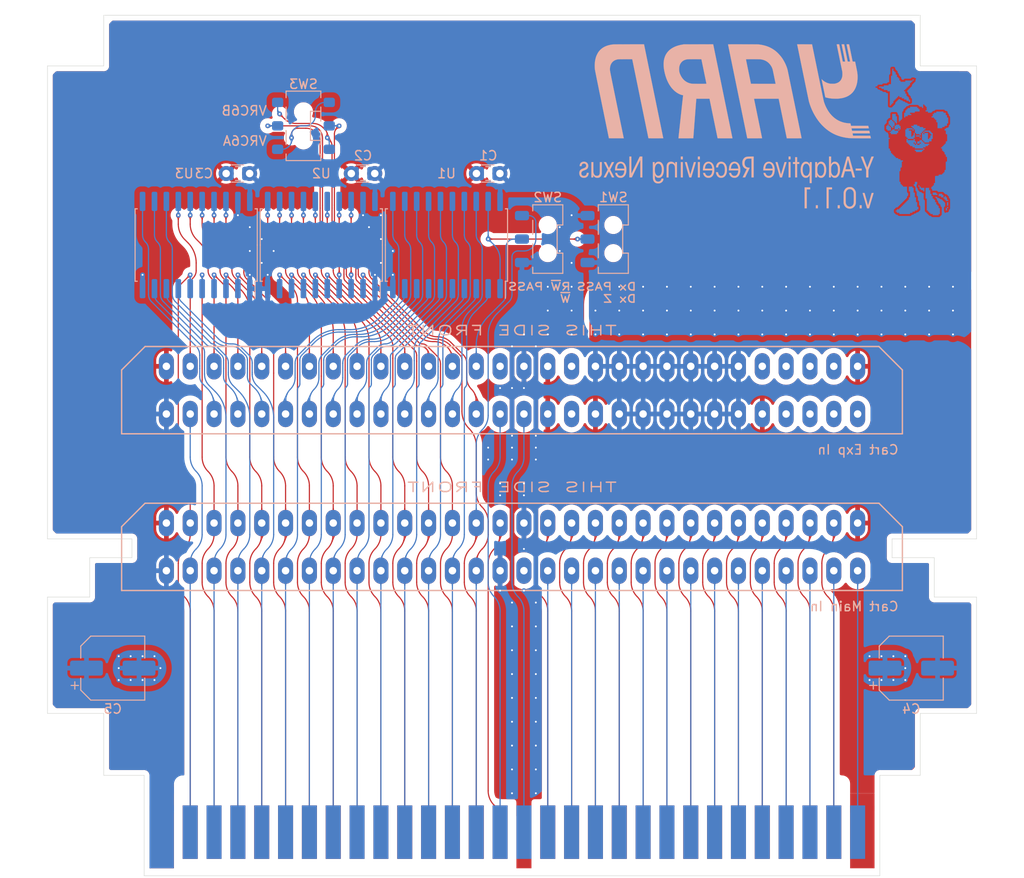
<source format=kicad_pcb>
(kicad_pcb (version 20211014) (generator pcbnew)
  (title_block (title "Y-Adaptive Receiving Nexus") (date "2023-03-06") (rev "v.0.1.1") (company "Persune") (comment 1 "Designed for FC"))
  (layers (0 "F.Cu" mixed) (31 "B.Cu" mixed) (34 "B.Paste" user) (35 "F.Paste" user) (36 "B.SilkS" user "B.Silkscreen") (37 "F.SilkS" user "F.Silkscreen") (38 "B.Mask" user) (39 "F.Mask" user) (44 "Edge.Cuts" user))
  (net 0 "")
  (net 1 "GND")
  (net 2 "/CPU_A11")
  (net 3 "/CPU_A10")
  (net 4 "/CPU_A9")
  (net 5 "/CPU_A8")
  (net 6 "/CPU_A7")
  (net 7 "/CPU_A6")
  (net 8 "/CPU_A5")
  (net 9 "/CPU_A4")
  (net 10 "/CPU_A3")
  (net 11 "/CPU_A2")
  (net 12 "/CPU_A1")
  (net 13 "/CPU_A0")
  (net 14 "/CPU_R~{W}")
  (net 15 "/~{IRQ}")
  (net 16 "/PPU_~{RD}")
  (net 17 "/CIRAM_A10")
  (net 18 "/PPU_A6")
  (net 19 "/PPU_A5")
  (net 20 "/PPU_A4")
  (net 21 "/PPU_A3")
  (net 22 "/PPU_A2")
  (net 23 "/PPU_A1")
  (net 24 "/PPU_A0")
  (net 25 "/PPU_D0")
  (net 26 "/PPU_D1")
  (net 27 "/PPU_D2")
  (net 28 "/PPU_D3")
  (net 29 "VCC")
  (net 30 "/M2")
  (net 31 "/CPU_A12")
  (net 32 "/CPU_A13")
  (net 33 "/CPU_A14")
  (net 34 "/CPU_D7")
  (net 35 "/CPU_D6")
  (net 36 "/CPU_D5")
  (net 37 "/CPU_D4")
  (net 38 "/CPU_D3")
  (net 39 "/CPU_D2")
  (net 40 "/CPU_D1")
  (net 41 "/CPU_D0")
  (net 42 "/~{ROMSEL}")
  (net 43 "/AUD_2A03")
  (net 44 "/AUD_RF")
  (net 45 "/PPU_~{W}R")
  (net 46 "/CIRAM_~{CE}")
  (net 47 "/PPU_~{A13}")
  (net 48 "/PPU_A7")
  (net 49 "/PPU_A8")
  (net 50 "/PPU_A9")
  (net 51 "/PPU_A10")
  (net 52 "/PPU_A11")
  (net 53 "/PPU_A12")
  (net 54 "/PPU_A13")
  (net 55 "/PPU_D7")
  (net 56 "/PPU_D6")
  (net 57 "/PPU_D5")
  (net 58 "/PPU_D4")
  (net 71 "/S_~{CE}")
  (net 72 "/S_CPU_D0")
  (net 73 "/S_CPU_D2")
  (net 74 "/S_CPU_D4")
  (net 75 "/S_CPU_D6")
  (net 76 "/S_CPU_D7")
  (net 77 "/S_CPU_D5")
  (net 78 "/S_CPU_D3")
  (net 79 "/S_CPU_D1")
  (net 80 "/S_CPU_A2")
  (net 81 "/S_CPU_A1")
  (net 82 "/S_CPU_A0")
  (net 83 "/S_CPU_R~{W}")
  (net 84 "/S_CPU_A7")
  (net 85 "/S_CPU_A6")
  (net 86 "/S_CPU_A5")
  (net 87 "/S_CPU_A4")
  (net 88 "/S_CPU_A3")
  (net 89 "/S_~{ROMSEL}")
  (net 90 "/S_CPU_A14")
  (net 91 "/S_CPU_A13")
  (net 92 "/S_CPU_A12")
  (net 93 "/S_CPU_A11")
  (net 94 "/S_CPU_A10")
  (net 95 "/S_CPU_A9")
  (net 96 "/S_CPU_A8")
  (net 97 "/CPU_A0_V")
  (net 98 "/CPU_A1_V")
  (footprint "YARN:HVC-ETROM-01" (layer "F.Cu") (at 127 127)
    (fp_text reference "J1")
    (fp_text value "Cart System Out")
  )
  (footprint "Capacitor_SMD:CP_Elec_6.3x5.4" (layer "B.Cu") (at 84.455 115.57)
    (fp_text reference "C5")
    (fp_text value "100uF")
  )
  (footprint "YARN:FC_CONN_F" (layer "B.Cu") (at 127 102.65)
    (fp_text reference "J2")
    (fp_text value "Cart Main In")
  )
  (footprint "YARN:FC_CONN_F" (layer "B.Cu") (at 127 85.95)
    (fp_text reference "J3")
    (fp_text value "Cart Exp In")
  )
  (footprint "YARN:SK-3390A-L0" (layer "B.Cu") (at 137.795 69.85 -90)
    (fp_text reference "SW1")
    (fp_text value "SW_SPDT")
  )
  (footprint "YARN:C_Disc-0805_D3.0mm_W1.6mm_P2.50mm" (layer "B.Cu") (at 124.46 62.865 180)
    (fp_text reference "C1")
    (fp_text value "0.1uF")
  )
  (footprint "Package_SO:SOIC-20W_7.5x12.8mm_P1.27mm" (layer "B.Cu") (at 120.015 70.485 90)
    (fp_text reference "U1")
    (fp_text value "74HC541")
  )
  (footprint "YARN:SS-3390S-L0" (layer "B.Cu") (at 104.775 57.785 90)
    (fp_text reference "SW3")
    (fp_text value "SW_DPDT_x2")
  )
  (footprint "YARN:C_Disc-0805_D3.0mm_W1.6mm_P2.50mm" (layer "B.Cu") (at 111.125 62.865 180)
    (fp_text reference "C2")
    (fp_text value "0.1uF")
  )
  (footprint "Package_SO:SOIC-20W_7.5x12.8mm_P1.27mm" (layer "B.Cu") (at 93.345 70.485 90)
    (fp_text reference "U3")
    (fp_text value "74HC541")
  )
  (footprint "Package_SO:SOIC-20W_7.5x12.8mm_P1.27mm" (layer "B.Cu") (at 106.68 70.485 90)
    (fp_text reference "U2")
    (fp_text value "74HC541")
  )
  (footprint "Capacitor_SMD:CP_Elec_6.3x5.4" (layer "B.Cu") (at 169.545 115.57)
    (fp_text reference "C4")
    (fp_text value "100uF")
  )
  (footprint "YARN:C_Disc-0805_D3.0mm_W1.6mm_P2.50mm" (layer "B.Cu") (at 97.79 62.865 180)
    (fp_text reference "C3")
    (fp_text value "0.1uF")
  )
  (footprint "YARN:SK-3390A-L0" (layer "B.Cu") (at 130.81 69.85 -90)
    (fp_text reference "SW2")
    (fp_text value "SW_SPDT")
  )
  (footprint "YARN:YARN logo" (layer "B.Cu") (at 149.86 57.785 180)
    (fp_text reference "LOGO-2" hide)
    (fp_text value "YARN" hide)
  )
  (footprint "YARN:dagga_star_yoeynsf" (layer "B.Cu") (at 169.545 59.69 180)
    (fp_text reference "LOGO-1" hide)
    (fp_text value "dagga_star_yoeynsf" hide)
  )
  (gr_line (start 167.5 103.8) (end 167.5 101.8) (layer "Edge.Cuts") (width 0.05))
  (gr_line (start 176.5 120.4) (end 176.5 108) (layer "Edge.Cuts") (width 0.05))
  (gr_line (start 83.5 120.4) (end 83.5 127) (layer "Edge.Cuts") (width 0.05))
  (gr_line (start 77.5 51.4) (end 77.5 101.8) (layer "Edge.Cuts") (width 0.05))
  (gr_line (start 82 108) (end 77.5 108) (layer "Edge.Cuts") (width 0.05))
  (gr_line (start 170.5 127) (end 170.5 120.4) (layer "Edge.Cuts") (width 0.05))
  (gr_line (start 172 108) (end 172 103.8) (layer "Edge.Cuts") (width 0.05))
  (gr_line (start 176.5 101.8) (end 176.5 51.4) (layer "Edge.Cuts") (width 0.05))
  (gr_line (start 172 103.8) (end 167.5 103.8) (layer "Edge.Cuts") (width 0.05))
  (gr_line (start 170.5 46) (end 83.5 46) (layer "Edge.Cuts") (width 0.05))
  (gr_line (start 77.5 101.8) (end 86.5 101.8) (layer "Edge.Cuts") (width 0.05))
  (gr_line (start 176.5 108) (end 172 108) (layer "Edge.Cuts") (width 0.05))
  (gr_line (start 83.5 127) (end 87.8 127) (layer "Edge.Cuts") (width 0.05))
  (gr_line (start 166.2 137.7) (end 166.2 127) (layer "Edge.Cuts") (width 0.05))
  (gr_line (start 87.8 137.7) (end 166.2 137.7) (layer "Edge.Cuts") (width 0.05))
  (gr_line (start 83.5 46) (end 83.5 51.4) (layer "Edge.Cuts") (width 0.05))
  (gr_line (start 170.5 51.4) (end 170.5 46) (layer "Edge.Cuts") (width 0.05))
  (gr_line (start 86.5 103.8) (end 82 103.8) (layer "Edge.Cuts") (width 0.05))
  (gr_line (start 170.5 120.4) (end 176.5 120.4) (layer "Edge.Cuts") (width 0.05))
  (gr_line (start 77.5 108) (end 77.5 120.4) (layer "Edge.Cuts") (width 0.05))
  (gr_line (start 166.2 127) (end 170.5 127) (layer "Edge.Cuts") (width 0.05))
  (gr_line (start 86.5 101.8) (end 86.5 103.8) (layer "Edge.Cuts") (width 0.05))
  (gr_line (start 77.5 120.4) (end 83.5 120.4) (layer "Edge.Cuts") (width 0.05))
  (gr_line (start 167.5 101.8) (end 176.5 101.8) (layer "Edge.Cuts") (width 0.05))
  (gr_line (start 176.5 51.4) (end 170.5 51.4) (layer "Edge.Cuts") (width 0.05))
  (gr_line (start 82 103.8) (end 82 108) (layer "Edge.Cuts") (width 0.05))
  (gr_line (start 87.8 127) (end 87.8 137.7) (layer "Edge.Cuts") (width 0.05))
  (gr_line (start 83.5 51.4) (end 77.5 51.4) (layer "Edge.Cuts") (width 0.05))
  (gr_text "VRC6B\n\nVRC6A" (at 100.965 57.785) (layer "B.SilkS") (effects (font (size 1 1)) (justify left mirror)))
  (gr_text "R~{W} PASS\n~{W}" (at 133.35 75.565) (layer "B.SilkS") (effects (font (size 0.8 1)) (justify left mirror)))
  (gr_text "Dx PASS\nDx Z" (at 140.335 75.565) (layer "B.SilkS") (effects (font (size 0.8 1)) (justify left mirror)))
  (segment (start 129.54 81.28) (end 129.54 90.805) (width 0.5) (layer "F.Cu") (net 1))
  (segment (start 127 98.425) (end 127 106.68) (width 0.5) (layer "F.Cu") (net 1))
  (segment (start 127 81.28) (end 127 85.725) (width 0.5) (layer "F.Cu") (net 1))
  (segment (start 127 90.805) (end 127 85.725) (width 0.5) (layer "F.Cu") (net 1))
  (segment (start 129.54 98.425) (end 129.54 101.6) (width 0.5) (layer "F.Cu") (net 1))
  (via (at 111.76 68.58) (size 0.5) (drill 0.2) (layers "F.Cu" "B.Cu") (net 1))
  (via (at 114.3 73.66) (size 0.5) (drill 0.2) (layers "F.Cu" "B.Cu") (net 1))
  (via (at 87.63 73.66) (size 0.5) (drill 0.2) (layers "F.Cu" "B.Cu") (net 1))
  (via (at 128.27 107.315) (size 0.5) (drill 0.2) (layers "F.Cu" "B.Cu") (net 1))
  (via (at 128.27 97.155) (size 0.5) (drill 0.2) (layers "F.Cu" "B.Cu") (net 1))
  (via (at 101.6 71.12) (size 0.5) (drill 0.2) (layers "F.Cu" "B.Cu") (net 1))
  (via (at 127 93.345) (size 0.5) (drill 0.2) (layers "F.Cu" "B.Cu") (net 1))
  (via (at 127 90.805) (size 0.5) (drill 0.2) (layers "F.Cu" "B.Cu") (net 1))
  (via (at 127 126.365) (size 0.5) (drill 0.2) (layers "F.Cu" "B.Cu") (net 1))
  (via (at 129.54 81.28) (size 0.5) (drill 0.2) (layers "F.Cu" "B.Cu") (net 1))
  (via (at 125.73 95.885) (size 0.5) (drill 0.2) (layers "F.Cu" "B.Cu") (net 1))
  (via (at 100.33 72.39) (size 0.5) (drill 0.2) (layers "F.Cu" "B.Cu") (net 1))
  (via (at 86.36 114.3) (size 0.5) (drill 0.2) (layers "F.Cu" "B.Cu") (net 1))
  (via (at 127 118.745) (size 0.5) (drill 0.2) (layers "F.Cu" "B.Cu") (net 1))
  (via (at 89.535 115.57) (size 0.5) (drill 0.2) (layers "F.Cu" "B.Cu") (net 1))
  (via (at 127 108.585) (size 0.5) (drill 0.2) (layers "F.Cu" "B.Cu") (net 1))
  (via (at 133.35 74.93) (size 0.5) (drill 0.2) (layers "F.Cu" "B.Cu") (net 1))
  (via (at 128.27 95.885) (size 0.5) (drill 0.2) (layers "F.Cu" "B.Cu") (net 1))
  (via (at 85.09 114.3) (size 0.5) (drill 0.2) (layers "F.Cu" "B.Cu") (net 1))
  (via (at 124.46 93.345) (size 0.5) (drill 0.2) (layers "F.Cu" "B.Cu") (net 1))
  (via (at 88.9 114.3) (size 0.5) (drill 0.2) (layers "F.Cu" "B.Cu") (net 1))
  (via (at 112.395 73.66) (size 0.5) (drill 0.2) (layers "F.Cu" "B.Cu") (net 1))
  (via (at 129.54 113.665) (size 0.5) (drill 0.2) (layers "F.Cu" "B.Cu") (net 1))
  (via (at 133.35 67.31) (size 0.5) (drill 0.2) (layers "F.Cu" "B.Cu") (net 1))
  (via (at 132.08 68.58) (size 0.5) (drill 0.2) (layers "F.Cu" "B.Cu") (net 1))
  (via (at 85.09 116.84) (size 0.5) (drill 0.2) (layers "F.Cu" "B.Cu") (net 1))
  (via (at 86.36 116.84) (size 0.5) (drill 0.2) (layers "F.Cu" "B.Cu") (net 1))
  (via (at 130.81 80.01) (size 0.5) (drill 0.2) (layers "F.Cu" "B.Cu") (net 1))
  (via (at 129.54 111.125) (size 0.5) (drill 0.2) (layers "F.Cu" "B.Cu") (net 1))
  (via (at 99.06 71.12) (size 0.5) (drill 0.2) (layers "F.Cu" "B.Cu") (net 1))
  (via (at 129.54 126.365) (size 0.5) (drill 0.2) (layers "F.Cu" "B.Cu") (net 1))
  (via (at 130.81 74.93) (size 0.5) (drill 0.2) (layers "F.Cu" "B.Cu") (net 1))
  (via (at 127 81.28) (size 0.5) (drill 0.2) (layers "F.Cu" "B.Cu") (net 1))
  (via (at 85.09 115.57) (size 0.5) (drill 0.2) (layers "F.Cu" "B.Cu") (net 1))
  (via (at 129.54 116.205) (size 0.5) (drill 0.2) (layers "F.Cu" "B.Cu") (net 1))
  (via (at 127 116.205) (size 0.5) (drill 0.2) (layers "F.Cu" "B.Cu") (net 1))
  (via (at 113.03 69.85) (size 0.5) (drill 0.2) (layers "F.Cu" "B.Cu") (net 1))
  (via (at 127 121.285) (size 0.5) (drill 0.2) (layers "F.Cu" "B.Cu") (net 1))
  (via (at 87.63 114.3) (size 0.5) (drill 0.2) (layers "F.Cu" "B.Cu") (net 1))
  (via (at 111.125 67.31) (size 0.5) (drill 0.2) (layers "F.Cu" "B.Cu") (net 1))
  (via (at 129.54 90.805) (size 0.5) (drill 0.2) (layers "F.Cu" "B.Cu") (net 1))
  (via (at 133.35 72.39) (size 0.5) (drill 0.2) (layers "F.Cu" "B.Cu") (net 1))
  (via (at 129.54 108.585) (size 0.5) (drill 0.2) (layers "F.Cu" "B.Cu") (net 1))
  (via (at 128.27 85.725) (size 0.5) (drill 0.2) (layers "F.Cu" "B.Cu") (net 1))
  (via (at 127 123.825) (size 0.5) (drill 0.2) (layers "F.Cu" "B.Cu") (net 1))
  (via (at 127 111.125) (size 0.5) (drill 0.2) (layers "F.Cu" "B.Cu") (net 1))
  (via (at 113.03 67.31) (size 0.5) (drill 0.2) (layers "F.Cu" "B.Cu") (net 1))
  (via (at 124.46 92.075) (size 0.5) (drill 0.2) (layers "F.Cu" "B.Cu") (net 1))
  (via (at 99.06 73.66) (size 0.5) (drill 0.2) (layers "F.Cu" "B.Cu") (net 1))
  (via (at 99.06 68.58) (size 0.5) (drill 0.2) (layers "F.Cu" "B.Cu") (net 1))
  (via (at 97.79 67.31) (size 0.5) (drill 0.2) (layers "F.Cu" "B.Cu") (net 1))
  (via (at 125.73 107.315) (size 0.5) (drill 0.2) (layers "F.Cu" "B.Cu") (net 1))
  (via (at 133.35 77.47) (size 0.5) (drill 0.2) (layers "F.Cu" "B.Cu") (net 1))
  (via (at 128.27 80.01) (size 0.5) (drill 0.2) (layers "F.Cu" "B.Cu") (net 1))
  (via (at 127 113.665) (size 0.5) (drill 0.2) (layers "F.Cu" "B.Cu") (net 1))
  (via (at 100.965 73.66) (size 0.5) (drill 0.2) (layers "F.Cu" "B.Cu") (net 1))
  (via (at 125.73 85.725) (size 0.5) (drill 0.2) (layers "F.Cu" "B.Cu") (net 1))
  (via (at 132.08 71.12) (size 0.5) (drill 0.2) (layers "F.Cu" "B.Cu") (net 1))
  (via (at 129.54 118.745) (size 0.5) (drill 0.2) (layers "F.Cu" "B.Cu") (net 1))
  (via (at 87.63 116.84) (size 0.5) (drill 0.2) (layers "F.Cu" "B.Cu") (net 1))
  (via (at 129.54 128.905) (size 0.5) (drill 0.2) (layers "F.Cu" "B.Cu") (net 1))
  (via (at 125.73 97.155) (size 0.5) (drill 0.2) (layers "F.Cu" "B.Cu") (net 1))
  (via (at 114.3 71.12) (size 0.5) (drill 0.2) (layers "F.Cu" "B.Cu") (net 1))
  (via (at 127 92.075) (size 0.5) (drill 0.2) (layers "F.Cu" "B.Cu") (net 1))
  (via (at 133.35 80.01) (size 0.5) (drill 0.2) (layers "F.Cu" "B.Cu") (net 1))
  (via (at 127 85.725) (size 0.5) (drill 0.2) (layers "F.Cu" "B.Cu") (net 1))
  (via (at 129.54 121.285) (size 0.5) (drill 0.2) (layers "F.Cu" "B.Cu") (net 1))
  (via (at 128.27 102.87) (size 0.5) (drill 0.2) (layers "F.Cu" "B.Cu") (net 1))
  (via (at 129.54 93.345) (size 0.5) (drill 0.2) (layers "F.Cu" "B.Cu") (net 1))
  (via (at 113.03 72.39) (size 0.5) (drill 0.2) (layers "F.Cu" "B.Cu") (net 1))
  (via (at 130.81 77.47) (size 0.5) (drill 0.2) (layers "F.Cu" "B.Cu") (net 1))
  (via (at 127 128.905) (size 0.5) (drill 0.2) (layers "F.Cu" "B.Cu") (net 1))
  (via (at 100.33 69.85) (size 0.5) (drill 0.2) (layers "F.Cu" "B.Cu") (net 1))
  (via (at 129.54 123.825) (size 0.5) (drill 0.2) (layers "F.Cu" "B.Cu") (net 1))
  (via (at 88.9 116.84) (size 0.5) (drill 0.2) (layers "F.Cu" "B.Cu") (net 1))
  (via (at 129.54 92.075) (size 0.5) (drill 0.2) (layers "F.Cu" "B.Cu") (net 1))
  (segment (start 114.3 73.66) (end 114.3 75.135) (width 0.5) (layer "B.Cu") (net 1))
  (segment (start 127 81.28) (end 127 85.725) (width 0.5) (layer "B.Cu") (net 1))
  (segment (start 87.63 73.66) (end 87.63 75.135) (width 0.5) (layer "B.Cu") (net 1))
  (segment (start 129.54 81.28) (end 129.54 108.585) (width 0.5) (layer "B.Cu") (net 1))
  (segment (start 127 90.805) (end 127 85.725) (width 0.5) (layer "B.Cu") (net 1))
  (segment (start 91.44 93.081974) (end 91.44 84.843932) (width 0.127) (layer "F.Cu") (net 2))
  (segment (start 92.71 99.0475) (end 92.71 96.148025) (width 0.127) (layer "F.Cu") (net 2))
  (segment (start 92.3925 73.9775) (end 91.7575 74.6125) (width 0.127) (layer "F.Cu") (net 2))
  (segment (start 92.71 101.1725) (end 92.71 101.336974) (width 0.127) (layer "F.Cu") (net 2))
  (segment (start 91.44 78.986068) (end 91.44 84.843932) (width 0.127) (layer "F.Cu") (net 2))
  (segment (start 91.44 104.403025) (end 91.44 106.416974) (width 0.127) (layer "F.Cu") (net 2))
  (segment (start 92.71 99.0475) (end 92.71 101.1725) (width 0.127) (layer "F.Cu") (net 2))
  (segment (start 91.44 78.986068) (end 91.44 75.379012) (width 0.127) (layer "F.Cu") (net 2))
  (segment (start 92.3925 73.9775) (end 92.71 73.66) (width 0.127) (layer "F.Cu") (net 2))
  (segment (start 92.71 109.483025) (end 92.71 133.05) (width 0.127) (layer "F.Cu") (net 2))
  (via (at 92.71 73.66) (size 0.5) (drill 0.2) (layers "F.Cu" "B.Cu") (net 2))
  (arc (start 92.075 102.87) (mid 91.605031 103.573357) (end 91.44 104.403025) (width 0.127) (layer "F.Cu") (net 2))
  (arc (start 91.44 106.416974) (mid 91.605031 107.246641) (end 92.075 107.95) (width 0.127) (layer "F.Cu") (net 2))
  (arc (start 91.7575 74.6125) (mid 91.522515 74.964178) (end 91.44 75.379012) (width 0.127) (layer "F.Cu") (net 2))
  (arc (start 91.44 93.081974) (mid 91.605031 93.911641) (end 92.075 94.615) (width 0.127) (layer "F.Cu") (net 2))
  (arc (start 92.075 107.95) (mid 92.544968 108.653357) (end 92.71 109.483025) (width 0.127) (layer "F.Cu") (net 2))
  (arc (start 92.71 101.336974) (mid 92.544968 102.166641) (end 92.075 102.87) (width 0.127) (layer "F.Cu") (net 2))
  (arc (start 92.075 94.615) (mid 92.544968 95.318357) (end 92.71 96.148025) (width 0.127) (layer "F.Cu") (net 2))
  (segment (start 92.71 73.66) (end 92.71 75.135) (width 0.127) (layer "B.Cu") (net 2))
  (segment (start 95.25 109.483025) (end 95.25 133.05) (width 0.127) (layer "F.Cu") (net 3))
  (segment (start 93.98 78.986068) (end 93.98 84.843932) (width 0.127) (layer "F.Cu") (net 3))
  (segment (start 93.98 106.416974) (end 93.98 104.403025) (width 0.127) (layer "F.Cu") (net 3))
  (segment (start 93.98 78.986068) (end 93.98 73.66) (width 0.127) (layer "F.Cu") (net 3))
  (segment (start 95.25 101.1725) (end 95.25 101.336974) (width 0.127) (layer "F.Cu") (net 3))
  (segment (start 95.25 96.148025) (end 95.25 99.0475) (width 0.127) (layer "F.Cu") (net 3))
  (segment (start 95.25 99.0475) (end 95.25 101.1725) (width 0.127) (layer "F.Cu") (net 3))
  (segment (start 93.98 84.843932) (end 93.98 93.081974) (width 0.127) (layer "F.Cu") (net 3))
  (via (at 93.98 73.66) (size 0.5) (drill 0.2) (layers "F.Cu" "B.Cu") (net 3))
  (arc (start 94.615 107.95) (mid 95.084968 108.653357) (end 95.25 109.483025) (width 0.127) (layer "F.Cu") (net 3))
  (arc (start 93.98 93.081974) (mid 94.145031 93.911641) (end 94.615 94.615) (width 0.127) (layer "F.Cu") (net 3))
  (arc (start 94.615 94.615) (mid 95.084968 95.318357) (end 95.25 96.148025) (width 0.127) (layer "F.Cu") (net 3))
  (arc (start 94.615 102.87) (mid 94.145031 103.573357) (end 93.98 104.403025) (width 0.127) (layer "F.Cu") (net 3))
  (arc (start 93.98 106.416974) (mid 94.145031 107.246641) (end 94.615 107.95) (width 0.127) (layer "F.Cu") (net 3))
  (arc (start 95.25 101.336974) (mid 95.084968 102.166641) (end 94.615 102.87) (width 0.127) (layer "F.Cu") (net 3))
  (segment (start 93.98 73.66) (end 93.98 75.135) (width 0.127) (layer "B.Cu") (net 3))
  (segment (start 95.5675 73.9775) (end 96.2025 74.6125) (width 0.127) (layer "F.Cu") (net 4))
  (segment (start 97.79 109.483025) (end 97.79 133.05) (width 0.127) (layer "F.Cu") (net 4))
  (segment (start 96.52 84.843932) (end 96.52 93.081974) (width 0.127) (layer "F.Cu") (net 4))
  (segment (start 95.5675 73.9775) (end 95.25 73.66) (width 0.127) (layer "F.Cu") (net 4))
  (segment (start 96.52 106.416974) (end 96.52 104.403025) (width 0.127) (layer "F.Cu") (net 4))
  (segment (start 97.79 101.1725) (end 97.79 101.336974) (width 0.127) (layer "F.Cu") (net 4))
  (segment (start 97.79 99.0475) (end 97.79 101.1725) (width 0.127) (layer "F.Cu") (net 4))
  (segment (start 96.52 78.986068) (end 96.52 84.843932) (width 0.127) (layer "F.Cu") (net 4))
  (segment (start 97.79 99.0475) (end 97.79 96.148025) (width 0.127) (layer "F.Cu") (net 4))
  (segment (start 96.52 78.986068) (end 96.52 75.379012) (width 0.127) (layer "F.Cu") (net 4))
  (via (at 95.25 73.66) (size 0.5) (drill 0.2) (layers "F.Cu" "B.Cu") (net 4))
  (arc (start 96.52 93.081974) (mid 96.685031 93.911641) (end 97.155 94.615) (width 0.127) (layer "F.Cu") (net 4))
  (arc (start 96.2025 74.6125) (mid 96.437484 74.964178) (end 96.52 75.379012) (width 0.127) (layer "F.Cu") (net 4))
  (arc (start 97.155 94.615) (mid 97.624968 95.318357) (end 97.79 96.148025) (width 0.127) (layer "F.Cu") (net 4))
  (arc (start 97.79 101.336974) (mid 97.624968 102.166641) (end 97.155 102.87) (width 0.127) (layer "F.Cu") (net 4))
  (arc (start 97.155 102.87) (mid 96.685031 103.573357) (end 96.52 104.403025) (width 0.127) (layer "F.Cu") (net 4))
  (arc (start 96.52 106.416974) (mid 96.685031 107.246641) (end 97.155 107.95) (width 0.127) (layer "F.Cu") (net 4))
  (arc (start 97.155 107.95) (mid 97.624968 108.653357) (end 97.79 109.483025) (width 0.127) (layer "F.Cu") (net 4))
  (segment (start 95.25 73.66) (end 95.25 75.135) (width 0.127) (layer "B.Cu") (net 4))
  (segment (start 98.1075 75.2475) (end 97.4725 74.6125) (width 0.127) (layer "F.Cu") (net 5))
  (segment (start 99.06 106.416974) (end 99.06 104.403025) (width 0.127) (layer "F.Cu") (net 5))
  (segment (start 96.8375 73.9775) (end 97.4725 74.6125) (width 0.127) (layer "F.Cu") (net 5))
  (segment (start 96.52 73.66) (end 96.8375 73.9775) (width 0.127) (layer "F.Cu") (net 5))
  (segment (start 100.33 109.483025) (end 100.33 133.05) (width 0.127) (layer "F.Cu") (net 5))
  (segment (start 99.06 84.7725) (end 99.06 93.081974) (width 0.127) (layer "F.Cu") (net 5))
  (segment (start 100.33 96.148025) (end 100.33 100.11) (width 0.127) (layer "F.Cu") (net 5))
  (segment (start 99.06 79.0575) (end 99.06 77.547038) (width 0.127) (layer "F.Cu") (net 5))
  (segment (start 100.33 101.336974) (end 100.33 100.11) (width 0.127) (layer "F.Cu") (net 5))
  (segment (start 99.06 79.0575) (end 99.06 84.7725) (width 0.127) (layer "F.Cu") (net 5))
  (via (at 96.52 73.66) (size 0.5) (drill 0.2) (layers "F.Cu" "B.Cu") (net 5))
  (arc (start 98.1075 75.2475) (mid 98.812453 76.302537) (end 99.06 77.547038) (width 0.127) (layer "F.Cu") (net 5))
  (arc (start 99.695 107.95) (mid 100.164968 108.653357) (end 100.33 109.483025) (width 0.127) (layer "F.Cu") (net 5))
  (arc (start 99.06 93.081974) (mid 99.225031 93.911641) (end 99.695 94.615) (width 0.127) (layer "F.Cu") (net 5))
  (arc (start 99.695 102.87) (mid 99.225031 103.573357) (end 99.06 104.403025) (width 0.127) (layer "F.Cu") (net 5))
  (arc (start 100.33 101.336974) (mid 100.164968 102.166641) (end 99.695 102.87) (width 0.127) (layer "F.Cu") (net 5))
  (arc (start 99.06 106.416974) (mid 99.225031 107.246641) (end 99.695 107.95) (width 0.127) (layer "F.Cu") (net 5))
  (arc (start 99.695 94.615) (mid 100.164968 95.318357) (end 100.33 96.148025) (width 0.127) (layer "F.Cu") (net 5))
  (segment (start 96.52 73.66) (end 96.52 75.135) (width 0.127) (layer "B.Cu") (net 5))
  (segment (start 102.87 96.148025) (end 102.87 100.11) (width 0.127) (layer "F.Cu") (net 6))
  (segment (start 102.87 101.336974) (end 102.87 100.11) (width 0.127) (layer "F.Cu") (net 6))
  (segment (start 101.6 106.416974) (end 101.6 104.403025) (width 0.127) (layer "F.Cu") (net 6))
  (segment (start 100.028455 75.898455) (end 98.7425 74.6125) (width 0.127) (layer "F.Cu") (net 6))
  (segment (start 98.1075 73.9775) (end 97.79 73.66) (width 0.127) (layer "F.Cu") (net 6))
  (segment (start 102.87 109.483025) (end 102.87 133.05) (width 0.127) (layer "F.Cu") (net 6))
  (segment (start 101.6 79.6925) (end 101.6 84.1375) (width 0.127) (layer "F.Cu") (net 6))
  (segment (start 98.1075 73.9775) (end 98.7425 74.6125) (width 0.127) (layer "F.Cu") (net 6))
  (segment (start 101.6 93.081974) (end 101.6 84.1375) (width 0.127) (layer "F.Cu") (net 6))
  (via (at 97.79 73.66) (size 0.5) (drill 0.2) (layers "F.Cu" "B.Cu") (net 6))
  (arc (start 101.6 93.081974) (mid 101.765031 93.911641) (end 102.235 94.615) (width 0.127) (layer "F.Cu") (net 6))
  (arc (start 101.6 106.416974) (mid 101.765031 107.246641) (end 102.235 107.95) (width 0.127) (layer "F.Cu") (net 6))
  (arc (start 102.235 107.95) (mid 102.704968 108.653357) (end 102.87 109.483025) (width 0.127) (layer "F.Cu") (net 6))
  (arc (start 100.028455 75.898455) (mid 101.191568 77.639177) (end 101.6 79.6925) (width 0.127) (layer "F.Cu") (net 6))
  (arc (start 102.235 94.615) (mid 102.704968 95.318357) (end 102.87 96.148025) (width 0.127) (layer "F.Cu") (net 6))
  (arc (start 102.235 102.87) (mid 101.765031 103.573357) (end 101.6 104.403025) (width 0.127) (layer "F.Cu") (net 6))
  (arc (start 102.87 101.336974) (mid 102.704968 102.166641) (end 102.235 102.87) (width 0.127) (layer "F.Cu") (net 6))
  (segment (start 97.79 73.66) (end 97.79 75.135) (width 0.127) (layer "B.Cu") (net 6))
  (segment (start 105.41 96.148025) (end 105.41 99.0475) (width 0.127) (layer "F.Cu") (net 7))
  (segment (start 104.14 78.986068) (end 104.14 84.843932) (width 0.127) (layer "F.Cu") (net 7))
  (segment (start 105.41 109.483025) (end 105.41 133.05) (width 0.127) (layer "F.Cu") (net 7))
  (segment (start 102.5525 73.9775) (end 103.1875 74.6125) (width 0.127) (layer "F.Cu") (net 7))
  (segment (start 104.14 93.081974) (end 104.14 84.843932) (width 0.127) (layer "F.Cu") (net 7))
  (segment (start 102.235 73.66) (end 102.5525 73.9775) (width 0.127) (layer "F.Cu") (net 7))
  (segment (start 104.14 76.463025) (end 104.14 78.986068) (width 0.127) (layer "F.Cu") (net 7))
  (segment (start 104.14 106.416974) (end 104.14 104.403025) (width 0.127) (layer "F.Cu") (net 7))
  (segment (start 103.1875 74.6125) (end 103.505 74.93) (width 0.127) (layer "F.Cu") (net 7))
  (segment (start 105.41 101.1725) (end 105.41 101.336974) (width 0.127) (layer "F.Cu") (net 7))
  (segment (start 105.41 99.0475) (end 105.41 101.1725) (width 0.127) (layer "F.Cu") (net 7))
  (via (at 102.235 73.66) (size 0.5) (drill 0.2) (layers "F.Cu" "B.Cu") (net 7))
  (arc (start 104.775 102.87) (mid 104.305031 103.573357) (end 104.14 104.403025) (width 0.127) (layer "F.Cu") (net 7))
  (arc (start 104.14 93.081974) (mid 104.305031 93.911641) (end 104.775 94.615) (width 0.127) (layer "F.Cu") (net 7))
  (arc (start 105.41 101.336974) (mid 105.244968 102.166641) (end 104.775 102.87) (width 0.127) (layer "F.Cu") (net 7))
  (arc (start 104.14 106.416974) (mid 104.305031 107.246641) (end 104.775 107.95) (width 0.127) (layer "F.Cu") (net 7))
  (arc (start 104.775 94.615) (mid 105.244968 95.318357) (end 105.41 96.148025) (width 0.127) (layer "F.Cu") (net 7))
  (arc (start 103.505 74.93) (mid 103.974968 75.633357) (end 104.14 76.463025) (width 0.127) (layer "F.Cu") (net 7))
  (arc (start 104.775 107.95) (mid 105.244968 108.653357) (end 105.41 109.483025) (width 0.127) (layer "F.Cu") (net 7))
  (segment (start 102.235 73.66) (end 102.235 75.135) (width 0.127) (layer "B.Cu") (net 7))
  (segment (start 107.95 109.483025) (end 107.95 133.05) (width 0.127) (layer "F.Cu") (net 8))
  (segment (start 107.95 96.148025) (end 107.95 100.11) (width 0.127) (layer "F.Cu") (net 8))
  (segment (start 106.68 79.375) (end 106.68 78.631051) (width 0.127) (layer "F.Cu") (net 8))
  (segment (start 106.68 93.081974) (end 106.68 84.455) (width 0.127) (layer "F.Cu") (net 8))
  (segment (start 105.41 75.565) (end 104.4575 74.6125) (width 0.127) (layer "F.Cu") (net 8))
  (segment (start 106.68 106.416974) (end 106.68 104.403025) (width 0.127) (layer "F.Cu") (net 8))
  (segment (start 103.505 73.66) (end 103.8225 73.9775) (width 0.127) (layer "F.Cu") (net 8))
  (segment (start 106.68 79.375) (end 106.68 84.455) (width 0.127) (layer "F.Cu") (net 8))
  (segment (start 103.8225 73.9775) (end 104.4575 74.6125) (width 0.127) (layer "F.Cu") (net 8))
  (segment (start 107.95 101.336974) (end 107.95 100.11) (width 0.127) (layer "F.Cu") (net 8))
  (via (at 103.505 73.66) (size 0.5) (drill 0.2) (layers "F.Cu" "B.Cu") (net 8))
  (arc (start 107.95 101.336974) (mid 107.784968 102.166641) (end 107.315 102.87) (width 0.127) (layer "F.Cu") (net 8))
  (arc (start 106.68 106.416974) (mid 106.845031 107.246641) (end 107.315 107.95) (width 0.127) (layer "F.Cu") (net 8))
  (arc (start 107.315 102.87) (mid 106.845031 103.573357) (end 106.68 104.403025) (width 0.127) (layer "F.Cu") (net 8))
  (arc (start 107.315 94.615) (mid 107.784968 95.318357) (end 107.95 96.148025) (width 0.127) (layer "F.Cu") (net 8))
  (arc (start 105.41 75.565) (mid 106.349937 76.971716) (end 106.68 78.631051) (width 0.127) (layer "F.Cu") (net 8))
  (arc (start 106.68 93.081974) (mid 106.845031 93.911641) (end 107.315 94.615) (width 0.127) (layer "F.Cu") (net 8))
  (arc (start 107.315 107.95) (mid 107.784968 108.653357) (end 107.95 109.483025) (width 0.127) (layer "F.Cu") (net 8))
  (segment (start 103.505 73.66) (end 103.505 75.135) (width 0.127) (layer "B.Cu") (net 8))
  (segment (start 109.22 106.416974) (end 109.22 104.403025) (width 0.127) (layer "F.Cu") (net 9))
  (segment (start 104.775 73.66) (end 105.0925 73.9775) (width 0.127) (layer "F.Cu") (net 9))
  (segment (start 105.0925 73.9775) (end 105.7275 74.6125) (width 0.127) (layer "F.Cu") (net 9))
  (segment (start 110.49 109.483025) (end 110.49 133.05) (width 0.127) (layer "F.Cu") (net 9))
  (segment (start 110.49 96.148025) (end 110.49 99.0475) (width 0.127) (layer "F.Cu") (net 9))
  (segment (start 105.7275 74.6125) (end 107.872961 76.757961) (width 0.127) (layer "F.Cu") (net 9))
  (segment (start 109.22 93.081974) (end 109.22 83.82) (width 0.127) (layer "F.Cu") (net 9))
  (segment (start 110.49 99.0475) (end 110.49 101.1725) (width 0.127) (layer "F.Cu") (net 9))
  (segment (start 110.49 101.1725) (end 110.49 101.336974) (width 0.127) (layer "F.Cu") (net 9))
  (segment (start 109.22 80.01) (end 109.22 83.82) (width 0.127) (layer "F.Cu") (net 9))
  (via (at 104.775 73.66) (size 0.5) (drill 0.2) (layers "F.Cu" "B.Cu") (net 9))
  (arc (start 109.855 102.87) (mid 109.385031 103.573357) (end 109.22 104.403025) (width 0.127) (layer "F.Cu") (net 9))
  (arc (start 109.22 106.416974) (mid 109.385031 107.246641) (end 109.855 107.95) (width 0.127) (layer "F.Cu") (net 9))
  (arc (start 109.855 107.95) (mid 110.324968 108.653357) (end 110.49 109.483025) (width 0.127) (layer "F.Cu") (net 9))
  (arc (start 109.22 93.081974) (mid 109.385031 93.911641) (end 109.855 94.615) (width 0.127) (layer "F.Cu") (net 9))
  (arc (start 107.872961 76.757961) (mid 108.869915 78.250009) (end 109.22 80.01) (width 0.127) (layer "F.Cu") (net 9))
  (arc (start 110.49 101.336974) (mid 110.324968 102.166641) (end 109.855 102.87) (width 0.127) (layer "F.Cu") (net 9))
  (arc (start 109.855 94.615) (mid 110.324968 95.318357) (end 110.49 96.148025) (width 0.127) (layer "F.Cu") (net 9))
  (segment (start 104.775 73.66) (end 104.775 75.135) (width 0.127) (layer "B.Cu") (net 9))
  (segment (start 111.76 83.185) (end 111.76 93.081974) (width 0.127) (layer "F.Cu") (net 10))
  (segment (start 111.76 106.416974) (end 111.76 104.403025) (width 0.127) (layer "F.Cu") (net 10))
  (segment (start 113.03 99.0475) (end 113.03 96.148025) (width 0.127) (layer "F.Cu") (net 10))
  (segment (start 113.03 101.1725) (end 113.03 101.336974) (width 0.127) (layer "F.Cu") (net 10))
  (segment (start 106.3625 73.9775) (end 106.045 73.66) (width 0.127) (layer "F.Cu") (net 10))
  (segment (start 113.03 109.483025) (end 113.03 133.05) (width 0.127) (layer "F.Cu") (net 10))
  (segment (start 106.3625 73.9775) (end 106.9975 74.6125) (width 0.127) (layer "F.Cu") (net 10))
  (segment (start 106.9975 74.6125) (end 110.861974 78.476974) (width 0.127) (layer "F.Cu") (net 10))
  (segment (start 113.03 99.0475) (end 113.03 101.1725) (width 0.127) (layer "F.Cu") (net 10))
  (segment (start 111.76 80.645) (end 111.76 83.185) (width 0.127) (layer "F.Cu") (net 10))
  (via (at 106.045 73.66) (size 0.5) (drill 0.2) (layers "F.Cu" "B.Cu") (net 10))
  (arc (start 113.03 101.336974) (mid 112.864968 102.166641) (end 112.395 102.87) (width 0.127) (layer "F.Cu") (net 10))
  (arc (start 111.76 93.081974) (mid 111.925031 93.911641) (end 112.395 94.615) (width 0.127) (layer "F.Cu") (net 10))
  (arc (start 110.861974 78.476974) (mid 111.52661 79.471672) (end 111.76 80.645) (width 0.127) (layer "F.Cu") (net 10))
  (arc (start 112.395 94.615) (mid 112.864968 95.318357) (end 113.03 96.148025) (width 0.127) (layer "F.Cu") (net 10))
  (arc (start 112.395 102.87) (mid 111.925031 103.573357) (end 111.76 104.403025) (width 0.127) (layer "F.Cu") (net 10))
  (arc (start 112.395 107.95) (mid 112.864968 108.653357) (end 113.03 109.483025) (width 0.127) (layer "F.Cu") (net 10))
  (arc (start 111.76 106.416974) (mid 111.925031 107.246641) (end 112.395 107.95) (width 0.127) (layer "F.Cu") (net 10))
  (segment (start 106.045 73.66) (end 106.045 75.135) (width 0.127) (layer "B.Cu") (net 10))
  (segment (start 114.3 106.416974) (end 114.3 104.403025) (width 0.127) (layer "F.Cu") (net 11))
  (segment (start 108.2675 74.6125) (end 113.850987 80.195987) (width 0.127) (layer "F.Cu") (net 11))
  (segment (start 114.3 81.28) (end 114.3 82.55) (width 0.127) (layer "F.Cu") (net 11))
  (segment (start 115.57 96.148025) (end 115.57 100.11) (width 0.127) (layer "F.Cu") (net 11))
  (segment (start 115.57 101.336974) (end 115.57 100.11) (width 0.127) (layer "F.Cu") (net 11))
  (segment (start 107.6325 73.9775) (end 108.2675 74.6125) (width 0.127) (layer "F.Cu") (net 11))
  (segment (start 114.3 93.081974) (end 114.3 82.55) (width 0.127) (layer "F.Cu") (net 11))
  (segment (start 107.6325 73.9775) (end 107.315 73.66) (width 0.127) (layer "F.Cu") (net 11))
  (segment (start 115.57 109.483025) (end 115.57 133.05) (width 0.127) (layer "F.Cu") (net 11))
  (via (at 107.315 73.66) (size 0.5) (drill 0.2) (layers "F.Cu" "B.Cu") (net 11))
  (arc (start 114.935 107.95) (mid 115.404968 108.653357) (end 115.57 109.483025) (width 0.127) (layer "F.Cu") (net 11))
  (arc (start 113.850987 80.195987) (mid 114.183305 80.693336) (end 114.3 81.28) (width 0.127) (layer "F.Cu") (net 11))
  (arc (start 114.935 94.615) (mid 115.404968 95.318357) (end 115.57 96.148025) (width 0.127) (layer "F.Cu") (net 11))
  (arc (start 114.3 106.416974) (mid 114.465031 107.246641) (end 114.935 107.95) (width 0.127) (layer "F.Cu") (net 11))
  (arc (start 115.57 101.336974) (mid 115.404968 102.166641) (end 114.935 102.87) (width 0.127) (layer "F.Cu") (net 11))
  (arc (start 114.3 93.081974) (mid 114.465031 93.911641) (end 114.935 94.615) (width 0.127) (layer "F.Cu") (net 11))
  (arc (start 114.935 102.87) (mid 114.465031 103.573357) (end 114.3 104.403025) (width 0.127) (layer "F.Cu") (net 11))
  (segment (start 107.315 73.66) (end 107.315 75.135) (width 0.127) (layer "B.Cu") (net 11))
  (segment (start 116.615493 81.690493) (end 109.227703 74.302703) (width 0.127) (layer "F.Cu") (net 12))
  (segment (start 118.11 96.148025) (end 118.11 100.11) (width 0.127) (layer "F.Cu") (net 12))
  (segment (start 118.11 109.483025) (end 118.11 133.05) (width 0.127) (layer "F.Cu") (net 12))
  (segment (start 116.84 106.416974) (end 116.84 104.403025) (width 0.127) (layer "F.Cu") (net 12))
  (segment (start 106.807 66.2305) (end 106.807 68.1355) (width 0.127) (layer "F.Cu") (net 12))
  (segment (start 105.506184 57.785) (end 100.965 57.785) (width 0.127) (layer "F.Cu") (net 12))
  (segment (start 116.84 82.8675) (end 116.84 93.081974) (width 0.127) (layer "F.Cu") (net 12))
  (segment (start 109.093 73.5965) (end 109.093 73.9775) (width 0.127) (layer "F.Cu") (net 12))
  (segment (start 108.239875 70.520875) (end 107.480519 69.761519) (width 0.127) (layer "F.Cu") (net 12))
  (segment (start 109.093 72.5805) (end 109.093 73.5965) (width 0.127) (layer "F.Cu") (net 12))
  (segment (start 116.84 82.2325) (end 116.84 82.8675) (width 0.127) (layer "F.Cu") (net 12))
  (segment (start 106.807 66.2305) (end 106.807 59.085815) (width 0.127) (layer "F.Cu") (net 12))
  (segment (start 118.11 101.336974) (end 118.11 100.11) (width 0.127) (layer "F.Cu") (net 12))
  (via (at 100.965 57.785) (size 0.5) (drill 0.2) (layers "F.Cu" "B.Cu") (net 12))
  (arc (start 118.11 101.336974) (mid 117.944968 102.166641) (end 117.475 102.87) (width 0.127) (layer "F.Cu") (net 12))
  (arc (start 117.475 102.87) (mid 117.005031 103.573357) (end 116.84 104.403025) (width 0.127) (layer "F.Cu") (net 12))
  (arc (start 109.093 73.9775) (mid 109.128008 74.153498) (end 109.227703 74.302703) (width 0.127) (layer "F.Cu") (net 12))
  (arc (start 106.426 58.166) (mid 106.003984 57.884018) (end 105.506184 57.785) (width 0.127) (layer "F.Cu") (net 12))
  (arc (start 108.239875 70.520875) (mid 108.87128 71.465839) (end 109.093 72.5805) (width 0.127) (layer "F.Cu") (net 12))
  (arc (start 117.475 107.95) (mid 117.944968 108.653357) (end 118.11 109.483025) (width 0.127) (layer "F.Cu") (net 12))
  (arc (start 117.475 94.615) (mid 117.944968 95.318357) (end 118.11 96.148025) (width 0.127) (layer "F.Cu") (net 12))
  (arc (start 106.426 58.166) (mid 106.707981 58.588014) (end 106.807 59.085815) (width 0.127) (layer "F.Cu") (net 12))
  (arc (start 116.84 93.081974) (mid 117.005031 93.911641) (end 117.475 94.615) (width 0.127) (layer "F.Cu") (net 12))
  (arc (start 106.807 68.1355) (mid 106.982041 69.015495) (end 107.480519 69.761519) (width 0.127) (layer "F.Cu") (net 12))
  (arc (start 116.615493 81.690493) (mid 116.781652 81.939168) (end 116.84 82.2325) (width 0.127) (layer "F.Cu") (net 12))
  (arc (start 116.84 106.416974) (mid 117.005031 107.246641) (end 117.475 107.95) (width 0.127) (layer "F.Cu") (net 12))
  (segment (start 100.965 57.785) (end 102.025 57.785) (width 0.127) (layer "B.Cu") (net 12))
  (segment (start 119.38 106.416974) (end 119.38 104.403025) (width 0.127) (layer "F.Cu") (net 13))
  (segment (start 110.363 73.5965) (end 110.363 73.9775) (width 0.127) (layer "F.Cu") (net 13))
  (segment (start 120.65 109.483025) (end 120.65 133.05) (width 0.127) (layer "F.Cu") (net 13))
  (segment (start 108.077 58.65221) (end 108.077 66.2305) (width 0.127) (layer "F.Cu") (net 13))
  (segment (start 110.363 72.5805) (end 110.363 73.5965) (width 0.127) (layer "F.Cu") (net 13))
  (segment (start 108.077 66.2305) (end 108.077 68.1355) (width 0.127) (layer "F.Cu") (net 13))
  (segment (start 119.38 83.170914) (end 119.38 93.081974) (width 0.127) (layer "F.Cu") (net 13))
  (segment (start 120.65 99.0475) (end 120.65 101.1725) (width 0.127) (layer "F.Cu") (net 13))
  (segment (start 120.65 101.1725) (end 120.65 101.336974) (width 0.127) (layer "F.Cu") (net 13))
  (segment (start 118.33225 81.62925) (end 119.03075 82.32775) (width 0.127) (layer "F.Cu") (net 13))
  (segment (start 117.041394 80.846394) (end 110.497703 74.302703) (width 0.127) (layer "F.Cu") (net 13))
  (segment (start 117.908605 81.205605) (end 118.33225 81.62925) (width 0.127) (layer "F.Cu") (net 13))
  (segment (start 120.65 96.148025) (end 120.65 99.0475) (width 0.127) (layer "F.Cu") (net 13))
  (segment (start 109.509875 70.520875) (end 108.750519 69.761519) (width 0.127) (layer "F.Cu") (net 13))
  (segment (start 108.585 57.785) (end 108.331 58.039) (width 0.127) (layer "F.Cu") (net 13))
  (via (at 108.585 57.785) (size 0.5) (drill 0.2) (layers "F.Cu" "B.Cu") (net 13))
  (arc (start 117.041394 80.846394) (mid 117.240334 80.979321) (end 117.475 81.026) (width 0.127) (layer "F.Cu") (net 13))
  (arc (start 117.908605 81.205605) (mid 117.709665 81.072677) (end 117.475 81.026) (width 0.127) (layer "F.Cu") (net 13))
  (arc (start 119.38 93.081974) (mid 119.545031 93.911641) (end 120.015 94.615) (width 0.127) (layer "F.Cu") (net 13))
  (arc (start 120.65 101.336974) (mid 120.484968 102.166641) (end 120.015 102.87) (width 0.127) (layer "F.Cu") (net 13))
  (arc (start 119.38 106.416974) (mid 119.545031 107.246641) (end 120.015 107.95) (width 0.127) (layer "F.Cu") (net 13))
  (arc (start 120.015 102.87) (mid 119.545031 103.573357) (end 119.38 104.403025) (width 0.127) (layer "F.Cu") (net 13))
  (arc (start 110.363 73.9775) (mid 110.398008 74.153498) (end 110.497703 74.302703) (width 0.127) (layer "F.Cu") (net 13))
  (arc (start 108.331 58.039) (mid 108.143012 58.320343) (end 108.077 58.65221) (width 0.127) (layer "F.Cu") (net 13))
  (arc (start 120.015 94.615) (mid 120.484968 95.318357) (end 120.65 96.148025) (width 0.127) (layer "F.Cu") (net 13))
  (arc (start 120.015 107.95) (mid 120.484968 108.653357) (end 120.65 109.483025) (width 0.127) (layer "F.Cu") (net 13))
  (arc (start 109.509875 70.520875) (mid 110.14128 71.465839) (end 110.363 72.5805) (width 0.127) (layer "F.Cu") (net 13))
  (arc (start 119.03075 82.32775) (mid 119.289232 82.714596) (end 119.38 83.170914) (width 0.127) (layer "F.Cu") (net 13))
  (arc (start 108.077 68.1355) (mid 108.252041 69.015495) (end 108.750519 69.761519) (width 0.127) (layer "F.Cu") (net 13))
  (segment (start 108.585 57.785) (end 107.525 57.785) (width 0.127) (layer "B.Cu") (net 13))
  (segment (start 123.19 101.336974) (end 123.19 100.11) (width 0.127) (layer "F.Cu") (net 14))
  (segment (start 121.92 106.416974) (end 121.92 104.403025) (width 0.127) (layer "F.Cu") (net 14))
  (segment (start 123.19 109.483025) (end 123.19 133.05) (width 0.127) (layer "F.Cu") (net 14))
  (arc (start 123.19 101.336974) (mid 123.024968 102.166641) (end 122.555 102.87) (width 0.127) (layer "F.Cu") (net 14))
  (arc (start 122.555 102.87) (mid 122.085031 103.573357) (end 121.92 104.403025) (width 0.127) (layer "F.Cu") (net 14))
  (arc (start 122.555 107.95) (mid 123.024968 108.653357) (end 123.19 109.483025) (width 0.127) (layer "F.Cu") (net 14))
  (arc (start 121.92 106.416974) (mid 122.085031 107.246641) (end 122.555 107.95) (width 0.127) (layer "F.Cu") (net 14))
  (segment (start 127 71.755) (end 127 73.025) (width 0.127) (layer "B.Cu") (net 14))
  (segment (start 127 75.750987) (end 127 73.025) (width 0.127) (layer "B.Cu") (net 14))
  (segment (start 127.635 71.12) (end 128.27 71.12) (width 0.127) (layer "B.Cu") (net 14))
  (segment (start 126.6825 76.5175) (end 126.0475 77.1525) (width 0.127) (layer "B.Cu") (net 14))
  (segment (start 124.46 88.636974) (end 124.46 80.087038) (width 0.127) (layer "B.Cu") (net 14))
  (segment (start 126.0475 77.1525) (end 125.4125 77.7875) (width 0.127) (layer "B.Cu") (net 14))
  (segment (start 129.54 69.85) (end 129.54 68.09) (width 0.127) (layer "B.Cu") (net 14))
  (segment (start 128.8 67.35) (end 128.06 67.35) (width 0.127) (layer "B.Cu") (net 14))
  (segment (start 123.19 91.703025) (end 123.19 100.11) (width 0.127) (layer "B.Cu") (net 14))
  (arc (start 125.4125 77.7875) (mid 124.707546 78.842537) (end 124.46 80.087038) (width 0.127) (layer "B.Cu") (net 14))
  (arc (start 129.54 69.85) (mid 129.168025 70.748025) (end 128.27 71.12) (width 0.127) (layer "B.Cu") (net 14))
  (arc (start 127.635 71.12) (mid 127.185987 71.305987) (end 127 71.755) (width 0.127) (layer "B.Cu") (net 14))
  (arc (start 127 75.750987) (mid 126.917484 76.16582) (end 126.6825 76.5175) (width 0.127) (layer "B.Cu") (net 14))
  (arc (start 129.54 68.09) (mid 129.323259 67.56674) (end 128.8 67.35) (width 0.127) (layer "B.Cu") (net 14))
  (arc (start 124.46 88.636974) (mid 124.294968 89.466641) (end 123.825 90.17) (width 0.127) (layer "B.Cu") (net 14))
  (arc (start 123.825 90.17) (mid 123.355031 90.873357) (end 123.19 91.703025) (width 0.127) (layer "B.Cu") (net 14))
  (segment (start 124.46 128.641974) (end 124.46 104.403025) (width 0.127) (layer "F.Cu") (net 15))
  (segment (start 125.73 101.336974) (end 125.73 100.11) (width 0.127) (layer "F.Cu") (net 15))
  (segment (start 125.73 131.708025) (end 125.73 133.05) (width 0.127) (layer "F.Cu") (net 15))
  (arc (start 125.095 130.175) (mid 125.564968 130.878357) (end 125.73 131.708025) (width 0.127) (layer "F.Cu") (net 15))
  (arc (start 124.46 128.641974) (mid 124.625031 129.471641) (end 125.095 130.175) (width 0.127) (layer "F.Cu") (net 15))
  (arc (start 125.73 101.336974) (mid 125.564968 102.166641) (end 125.095 102.87) (width 0.127) (layer "F.Cu") (net 15))
  (arc (start 125.095 102.87) (mid 124.625031 103.573357) (end 124.46 104.403025) (width 0.127) (layer "F.Cu") (net 15))
  (segment (start 130.81 101.336974) (end 130.81 100.11) (width 0.127) (layer "F.Cu") (net 16))
  (segment (start 130.81 109.483025) (end 130.81 133.05) (width 0.127) (layer "F.Cu") (net 16))
  (segment (start 129.54 104.403025) (end 129.54 106.416974) (width 0.127) (layer "F.Cu") (net 16))
  (arc (start 130.175 102.87) (mid 129.705031 103.573357) (end 129.54 104.403025) (width 0.127) (layer "F.Cu") (net 16))
  (arc (start 130.81 101.336974) (mid 130.644968 102.166641) (end 130.175 102.87) (width 0.127) (layer "F.Cu") (net 16))
  (arc (start 129.54 106.416974) (mid 129.705031 107.246641) (end 130.175 107.95) (width 0.127) (layer "F.Cu") (net 16))
  (arc (start 130.175 107.95) (mid 130.644968 108.653357) (end 130.81 109.483025) (width 0.127) (layer "F.Cu") (net 16))
  (segment (start 132.08 104.403025) (end 132.08 106.416974) (width 0.127) (layer "F.Cu") (net 17))
  (segment (start 133.35 109.483025) (end 133.35 133.05) (width 0.127) (layer "F.Cu") (net 17))
  (segment (start 133.35 101.336974) (end 133.35 100.11) (width 0.127) (layer "F.Cu") (net 17))
  (arc (start 132.08 106.416974) (mid 132.245031 107.246641) (end 132.715 107.95) (width 0.127) (layer "F.Cu") (net 17))
  (arc (start 132.715 102.87) (mid 132.245031 103.573357) (end 132.08 104.403025) (width 0.127) (layer "F.Cu") (net 17))
  (arc (start 132.715 107.95) (mid 133.184968 108.653357) (end 133.35 109.483025) (width 0.127) (layer "F.Cu") (net 17))
  (arc (start 133.35 101.336974) (mid 133.184968 102.166641) (end 132.715 102.87) (width 0.127) (layer "F.Cu") (net 17))
  (segment (start 135.89 109.483025) (end 135.89 133.05) (width 0.127) (layer "F.Cu") (net 18))
  (segment (start 134.62 104.403025) (end 134.62 106.416974) (width 0.127) (layer "F.Cu") (net 18))
  (segment (start 135.89 101.336974) (end 135.89 100.11) (width 0.127) (layer "F.Cu") (net 18))
  (arc (start 134.62 106.416974) (mid 134.785031 107.246641) (end 135.255 107.95) (width 0.127) (layer "F.Cu") (net 18))
  (arc (start 135.255 102.87) (mid 134.785031 103.573357) (end 134.62 104.403025) (width 0.127) (layer "F.Cu") (net 18))
  (arc (start 135.89 101.336974) (mid 135.724968 102.166641) (end 135.255 102.87) (width 0.127) (layer "F.Cu") (net 18))
  (arc (start 135.255 107.95) (mid 135.724968 108.653357) (end 135.89 109.483025) (width 0.127) (layer "F.Cu") (net 18))
  (segment (start 138.43 101.336974) (end 138.43 100.11) (width 0.127) (layer "F.Cu") (net 19))
  (segment (start 137.16 106.416974) (end 137.16 104.403025) (width 0.127) (layer "F.Cu") (net 19))
  (segment (start 138.43 109.483025) (end 138.43 133.05) (width 0.127) (layer "F.Cu") (net 19))
  (arc (start 137.795 102.87) (mid 137.325031 103.573357) (end 137.16 104.403025) (width 0.127) (layer "F.Cu") (net 19))
  (arc (start 137.795 107.95) (mid 138.264968 108.653357) (end 138.43 109.483025) (width 0.127) (layer "F.Cu") (net 19))
  (arc (start 137.16 106.416974) (mid 137.325031 107.246641) (end 137.795 107.95) (width 0.127) (layer "F.Cu") (net 19))
  (arc (start 138.43 101.336974) (mid 138.264968 102.166641) (end 137.795 102.87) (width 0.127) (layer "F.Cu") (net 19))
  (segment (start 140.97 101.336974) (end 140.97 100.11) (width 0.127) (layer "F.Cu") (net 20))
  (segment (start 139.7 106.416974) (end 139.7 104.403025) (width 0.127) (layer "F.Cu") (net 20))
  (segment (start 140.97 109.483025) (end 140.97 133.05) (width 0.127) (layer "F.Cu") (net 20))
  (arc (start 140.335 102.87) (mid 139.865031 103.573357) (end 139.7 104.403025) (width 0.127) (layer "F.Cu") (net 20))
  (arc (start 140.97 101.336974) (mid 140.804968 102.166641) (end 140.335 102.87) (width 0.127) (layer "F.Cu") (net 20))
  (arc (start 140.335 107.95) (mid 140.804968 108.653357) (end 140.97 109.483025) (width 0.127) (layer "F.Cu") (net 20))
  (arc (start 139.7 106.416974) (mid 139.865031 107.246641) (end 140.335 107.95) (width 0.127) (layer "F.Cu") (net 20))
  (segment (start 142.24 106.416974) (end 142.24 104.403025) (width 0.127) (layer "F.Cu") (net 21))
  (segment (start 143.51 109.483025) (end 143.51 133.05) (width 0.127) (layer "F.Cu") (net 21))
  (segment (start 143.51 101.336974) (end 143.51 100.11) (width 0.127) (layer "F.Cu") (net 21))
  (arc (start 142.875 107.95) (mid 143.344968 108.653357) (end 143.51 109.483025) (width 0.127) (layer "F.Cu") (net 21))
  (arc (start 143.51 101.336974) (mid 143.344968 102.166641) (end 142.875 102.87) (width 0.127) (layer "F.Cu") (net 21))
  (arc (start 142.875 102.87) (mid 142.405031 103.573357) (end 142.24 104.403025) (width 0.127) (layer "F.Cu") (net 21))
  (arc (start 142.24 106.416974) (mid 142.405031 107.246641) (end 142.875 107.95) (width 0.127) (layer "F.Cu") (net 21))
  (segment (start 144.78 106.416974) (end 144.78 104.403025) (width 0.127) (layer "F.Cu") (net 22))
  (segment (start 146.05 109.483025) (end 146.05 133.05) (width 0.127) (layer "F.Cu") (net 22))
  (segment (start 146.05 101.336974) (end 146.05 100.11) (width 0.127) (layer "F.Cu") (net 22))
  (arc (start 146.05 101.336974) (mid 145.884968 102.166641) (end 145.415 102.87) (width 0.127) (layer "F.Cu") (net 22))
  (arc (start 144.78 106.416974) (mid 144.945031 107.246641) (end 145.415 107.95) (width 0.127) (layer "F.Cu") (net 22))
  (arc (start 145.415 107.95) (mid 145.884968 108.653357) (end 146.05 109.483025) (width 0.127) (layer "F.Cu") (net 22))
  (arc (start 145.415 102.87) (mid 144.945031 103.573357) (end 144.78 104.403025) (width 0.127) (layer "F.Cu") (net 22))
  (segment (start 148.59 101.336974) (end 148.59 100.11) (width 0.127) (layer "F.Cu") (net 23))
  (segment (start 148.59 109.483025) (end 148.59 133.05) (width 0.127) (layer "F.Cu") (net 23))
  (segment (start 147.32 104.403025) (end 147.32 106.416974) (width 0.127) (layer "F.Cu") (net 23))
  (arc (start 147.32 106.416974) (mid 147.485031 107.246641) (end 147.955 107.95) (width 0.127) (layer "F.Cu") (net 23))
  (arc (start 147.955 102.87) (mid 147.485031 103.573357) (end 147.32 104.403025) (width 0.127) (layer "F.Cu") (net 23))
  (arc (start 148.59 101.336974) (mid 148.424968 102.166641) (end 147.955 102.87) (width 0.127) (layer "F.Cu") (net 23))
  (arc (start 147.955 107.95) (mid 148.424968 108.653357) (end 148.59 109.483025) (width 0.127) (layer "F.Cu") (net 23))
  (segment (start 149.86 104.403025) (end 149.86 106.416974) (width 0.127) (layer "F.Cu") (net 24))
  (segment (start 151.13 101.336974) (end 151.13 100.11) (width 0.127) (layer "F.Cu") (net 24))
  (segment (start 151.13 109.483025) (end 151.13 133.05) (width 0.127) (layer "F.Cu") (net 24))
  (arc (start 151.13 101.336974) (mid 150.964968 102.166641) (end 150.495 102.87) (width 0.127) (layer "F.Cu") (net 24))
  (arc (start 150.495 107.95) (mid 150.964968 108.653357) (end 151.13 109.483025) (width 0.127) (layer "F.Cu") (net 24))
  (arc (start 149.86 106.416974) (mid 150.025031 107.246641) (end 150.495 107.95) (width 0.127) (layer "F.Cu") (net 24))
  (arc (start 150.495 102.87) (mid 150.025031 103.573357) (end 149.86 104.403025) (width 0.127) (layer "F.Cu") (net 24))
  (segment (start 153.67 109.483025) (end 153.67 133.05) (width 0.127) (layer "F.Cu") (net 25))
  (segment (start 153.67 101.336974) (end 153.67 100.11) (width 0.127) (layer "F.Cu") (net 25))
  (segment (start 152.4 106.416974) (end 152.4 104.403025) (width 0.127) (layer "F.Cu") (net 25))
  (arc (start 153.035 102.87) (mid 152.565031 103.573357) (end 152.4 104.403025) (width 0.127) (layer "F.Cu") (net 25))
  (arc (start 152.4 106.416974) (mid 152.565031 107.246641) (end 153.035 107.95) (width 0.127) (layer "F.Cu") (net 25))
  (arc (start 153.035 107.95) (mid 153.504968 108.653357) (end 153.67 109.483025) (width 0.127) (layer "F.Cu") (net 25))
  (arc (start 153.67 101.336974) (mid 153.504968 102.166641) (end 153.035 102.87) (width 0.127) (layer "F.Cu") (net 25))
  (segment (start 156.21 109.483025) (end 156.21 133.05) (width 0.127) (layer "F.Cu") (net 26))
  (segment (start 154.94 104.403025) (end 154.94 106.416974) (width 0.127) (layer "F.Cu") (net 26))
  (segment (start 156.21 101.336974) (end 156.21 100.11) (width 0.127) (layer "F.Cu") (net 26))
  (arc (start 156.21 101.336974) (mid 156.044968 102.166641) (end 155.575 102.87) (width 0.127) (layer "F.Cu") (net 26))
  (arc (start 154.94 106.416974) (mid 155.105031 107.246641) (end 155.575 107.95) (width 0.127) (layer "F.Cu") (net 26))
  (arc (start 155.575 102.87) (mid 155.105031 103.573357) (end 154.94 104.403025) (width 0.127) (layer "F.Cu") (net 26))
  (arc (start 155.575 107.95) (mid 156.044968 108.653357) (end 156.21 109.483025) (width 0.127) (layer "F.Cu") (net 26))
  (segment (start 158.75 101.336974) (end 158.75 100.11) (width 0.127) (layer "F.Cu") (net 27))
  (segment (start 157.48 106.416974) (end 157.48 104.403025) (width 0.127) (layer "F.Cu") (net 27))
  (segment (start 158.75 109.483025) (end 158.75 133.05) (width 0.127) (layer "F.Cu") (net 27))
  (arc (start 158.115 107.95) (mid 158.584968 108.653357) (end 158.75 109.483025) (width 0.127) (layer "F.Cu") (net 27))
  (arc (start 158.75 101.336974) (mid 158.584968 102.166641) (end 158.115 102.87) (width 0.127) (layer "F.Cu") (net 27))
  (arc (start 158.115 102.87) (mid 157.645031 103.573357) (end 157.48 104.403025) (width 0.127) (layer "F.Cu") (net 27))
  (arc (start 157.48 106.416974) (mid 157.645031 107.246641) (end 158.115 107.95) (width 0.127) (layer "F.Cu") (net 27))
  (segment (start 160.02 106.416974) (end 160.02 104.403025) (width 0.127) (layer "F.Cu") (net 28))
  (segment (start 161.29 101.336974) (end 161.29 100.11) (width 0.127) (layer "F.Cu") (net 28))
  (segment (start 161.29 109.483025) (end 161.29 133.05) (width 0.127) (layer "F.Cu") (net 28))
  (arc (start 160.02 106.416974) (mid 160.185031 107.246641) (end 160.655 107.95) (width 0.127) (layer "F.Cu") (net 28))
  (arc (start 160.655 102.87) (mid 160.185031 103.573357) (end 160.02 104.403025) (width 0.127) (layer "F.Cu") (net 28))
  (arc (start 161.29 101.336974) (mid 161.124968 102.166641) (end 160.655 102.87) (width 0.127) (layer "F.Cu") (net 28))
  (arc (start 160.655 107.95) (mid 161.124968 108.653357) (end 161.29 109.483025) (width 0.127) (layer "F.Cu") (net 28))
  (via (at 138.43 74.93) (size 0.5) (drill 0.2) (layers "F.Cu" "B.Cu") (net 29))
  (via (at 148.59 74.93) (size 0.5) (drill 0.2) (layers "F.Cu" "B.Cu") (net 29))
  (via (at 173.99 74.93) (size 0.5) (drill 0.2) (layers "F.Cu" "B.Cu") (net 29))
  (via (at 163.83 80.01) (size 0.5) (drill 0.2) (layers "F.Cu" "B.Cu") (net 29))
  (via (at 161.29 77.47) (size 0.5) (drill 0.2) (layers "F.Cu" "B.Cu") (net 29))
  (via (at 171.45 80.01) (size 0.5) (drill 0.2) (layers "F.Cu" "B.Cu") (net 29))
  (via (at 156.21 80.01) (size 0.5) (drill 0.2) (layers "F.Cu" "B.Cu") (net 29))
  (via (at 173.99 77.47) (size 0.5) (drill 0.2) (layers "F.Cu" "B.Cu") (net 29))
  (via (at 168.91 114.3) (size 0.5) (drill 0.2) (layers "F.Cu" "B.Cu") (net 29))
  (via (at 143.51 80.01) (size 0.5) (drill 0.2) (layers "F.Cu" "B.Cu") (net 29))
  (via (at 158.75 80.01) (size 0.5) (drill 0.2) (layers "F.Cu" "B.Cu") (net 29))
  (via (at 165.1 114.3) (size 0.5) (drill 0.2) (layers "F.Cu" "B.Cu") (net 29))
  (via (at 146.05 80.01) (size 0.5) (drill 0.2) (layers "F.Cu" "B.Cu") (net 29))
  (via (at 151.13 77.47) (size 0.5) (drill 0.2) (layers "F.Cu" "B.Cu") (net 29))
  (via (at 156.21 77.47) (size 0.5) (drill 0.2) (layers "F.Cu" "B.Cu") (net 29))
  (via (at 173.99 80.01) (size 0.5) (drill 0.2) (layers "F.Cu" "B.Cu") (net 29))
  (via (at 168.91 77.47) (size 0.5) (drill 0.2) (layers "F.Cu" "B.Cu") (net 29))
  (via (at 140.97 80.01) (size 0.5) (drill 0.2) (layers "F.Cu" "B.Cu") (net 29))
  (via (at 165.1 116.84) (size 0.5) (drill 0.2) (layers "F.Cu" "B.Cu") (net 29))
  (via (at 143.51 77.47) (size 0.5) (drill 0.2) (layers "F.Cu" "B.Cu") (net 29))
  (via (at 146.05 77.47) (size 0.5) (drill 0.2) (layers "F.Cu" "B.Cu") (net 29))
  (via (at 171.45 77.47) (size 0.5) (drill 0.2) (layers "F.Cu" "B.Cu") (net 29))
  (via (at 168.91 74.93) (size 0.5) (drill 0.2) (layers "F.Cu" "B.Cu") (net 29))
  (via (at 135.89 80.01) (size 0.5) (drill 0.2) (layers "F.Cu" "B.Cu") (net 29))
  (via (at 168.91 116.84) (size 0.5) (drill 0.2) (layers "F.Cu" "B.Cu") (net 29))
  (via (at 138.43 80.01) (size 0.5) (drill 0.2) (layers "F.Cu" "B.Cu") (net 29))
  (via (at 148.59 80.01) (size 0.5) (drill 0.2) (layers "F.Cu" "B.Cu") (net 29))
  (via (at 166.37 77.47) (size 0.5) (drill 0.2) (layers "F.Cu" "B.Cu") (net 29))
  (via (at 151.13 80.01) (size 0.5) (drill 0.2) (layers "F.Cu" "B.Cu") (net 29))
  (via (at 140.97 74.93) (size 0.5) (drill 0.2) (layers "F.Cu" "B.Cu") (net 29))
  (via (at 168.91 115.57) (size 0.5) (drill 0.2) (layers "F.Cu" "B.Cu") (net 29))
  (via (at 151.13 74.93) (size 0.5) (drill 0.2) (layers "F.Cu" "B.Cu") (net 29))
  (via (at 156.21 74.93) (size 0.5) (drill 0.2) (layers "F.Cu" "B.Cu") (net 29))
  (via (at 163.83 77.47) (size 0.5) (drill 0.2) (layers "F.Cu" "B.Cu") (net 29))
  (via (at 166.37 80.01) (size 0.5) (drill 0.2) (layers "F.Cu" "B.Cu") (net 29))
  (via (at 161.29 74.93) (size 0.5) (drill 0.2) (layers "F.Cu" "B.Cu") (net 29))
  (via (at 138.43 77.47) (size 0.5) (drill 0.2) (layers "F.Cu" "B.Cu") (net 29))
  (via (at 158.75 77.47) (size 0.5) (drill 0.2) (layers "F.Cu" "B.Cu") (net 29))
  (via (at 167.64 116.84) (size 0.5) (drill 0.2) (layers "F.Cu" "B.Cu") (net 29))
  (via (at 166.37 114.3) (size 0.5) (drill 0.2) (layers "F.Cu" "B.Cu") (net 29))
  (via (at 153.67 74.93) (size 0.5) (drill 0.2) (layers "F.Cu" "B.Cu") (net 29))
  (via (at 168.91 80.01) (size 0.5) (drill 0.2) (layers "F.Cu" "B.Cu") (net 29))
  (via (at 171.45 74.93) (size 0.5) (drill 0.2) (layers "F.Cu" "B.Cu") (net 29))
  (via (at 153.67 77.47) (size 0.5) (drill 0.2) (layers "F.Cu" "B.Cu") (net 29))
  (via (at 148.59 77.47) (size 0.5) (drill 0.2) (layers "F.Cu" "B.Cu") (net 29))
  (via (at 161.29 80.01) (size 0.5) (drill 0.2) (layers "F.Cu" "B.Cu") (net 29))
  (via (at 143.51 74.93) (size 0.5) (drill 0.2) (layers "F.Cu" "B.Cu") (net 29))
  (via (at 158.75 74.93) (size 0.5) (drill 0.2) (layers "F.Cu" "B.Cu") (net 29))
  (via (at 140.97 77.47) (size 0.5) (drill 0.2) (layers "F.Cu" "B.Cu") (net 29))
  (via (at 146.05 74.93) (size 0.5) (drill 0.2) (layers "F.Cu" "B.Cu") (net 29))
  (via (at 163.83 74.93) (size 0.5) (drill 0.2) (layers "F.Cu" "B.Cu") (net 29))
  (via (at 135.89 77.47) (size 0.5) (drill 0.2) (layers "F.Cu" "B.Cu") (net 29))
  (via (at 167.64 114.3) (size 0.5) (drill 0.2) (layers "F.Cu" "B.Cu") (net 29))
  (via (at 166.37 116.84) (size 0.5) (drill 0.2) (layers "F.Cu" "B.Cu") (net 29))
  (via (at 166.37 74.93) (size 0.5) (drill 0.2) (layers "F.Cu" "B.Cu") (net 29))
  (via (at 153.67 80.01) (size 0.5) (drill 0.2) (layers "F.Cu" "B.Cu") (net 29))
  (segment (start 92.71 104.3475) (end 92.71 106.0325) (width 0.127) (layer "B.Cu") (net 30))
  (segment (start 92.71 106.0325) (end 92.71 133.05) (width 0.127) (layer "B.Cu") (net 30))
  (segment (start 93.305737 102.909262) (end 93.345 102.87) (width 0.127) (layer "B.Cu") (net 30))
  (segment (start 92.71 93.081974) (end 92.71 88.49) (width 0.127) (layer "B.Cu") (net 30))
  (segment (start 93.98 101.336974) (end 93.98 96.148025) (width 0.127) (layer "B.Cu") (net 30))
  (arc (start 93.305737 102.909262) (mid 92.864827 103.569131) (end 92.71 104.3475) (width 0.127) (layer "B.Cu") (net 30))
  (arc (start 92.71 93.081974) (mid 92.875031 93.911641) (end 93.345 94.615) (width 0.127) (layer "B.Cu") (net 30))
  (arc (start 93.98 101.336974) (mid 93.814968 102.166641) (end 93.345 102.87) (width 0.127) (layer "B.Cu") (net 30))
  (arc (start 93.345 94.615) (mid 93.814968 95.318357) (end 93.98 96.148025) (width 0.127) (layer "B.Cu") (net 30))
  (segment (start 94.234 82.677) (end 94.234 82.931) (width 0.127) (layer "B.Cu") (net 31))
  (segment (start 89.8525 77.1525) (end 93.964592 81.264592) (width 0.127) (layer "B.Cu") (net 31))
  (segment (start 89.2175 76.5175) (end 89.8525 77.1525) (width 0.127) (layer "B.Cu") (net 31))
  (segment (start 94.234 82.931) (end 94.234 84.201) (width 0.127) (layer "B.Cu") (net 31))
  (segment (start 95.25 106.0325) (end 95.25 133.05) (width 0.127) (layer "B.Cu") (net 31))
  (segment (start 95.884999 102.869999) (end 95.845737 102.909262) (width 0.127) (layer "B.Cu") (net 31))
  (segment (start 95.377 86.106) (end 94.727914 85.456914) (width 0.127) (layer "B.Cu") (net 31))
  (segment (start 94.234 81.915) (end 94.234 82.677) (width 0.127) (layer "B.Cu") (net 31))
  (segment (start 96.52 88.865446) (end 96.52 101.336974) (width 0.127) (layer "B.Cu") (net 31))
  (segment (start 88.9 75.750987) (end 88.9 75.135) (width 0.127) (layer "B.Cu") (net 31))
  (segment (start 95.25 104.3475) (end 95.25 106.0325) (width 0.127) (layer "B.Cu") (net 31))
  (segment (start 94.234 84.2645) (end 94.234 84.201) (width 0.127) (layer "B.Cu") (net 31))
  (arc (start 95.377 86.106) (mid 96.222943 87.372044) (end 96.52 88.865446) (width 0.127) (layer "B.Cu") (net 31))
  (arc (start 95.845737 102.909262) (mid 95.404827 103.569131) (end 95.25 104.3475) (width 0.127) (layer "B.Cu") (net 31))
  (arc (start 93.964592 81.264592) (mid 94.163983 81.563001) (end 94.234 81.915) (width 0.127) (layer "B.Cu") (net 31))
  (arc (start 94.234 84.2645) (mid 94.362364 84.909829) (end 94.727914 85.456914) (width 0.127) (layer "B.Cu") (net 31))
  (arc (start 96.52 101.336974) (mid 96.354968 102.166641) (end 95.884999 102.869999) (width 0.127) (layer "B.Cu") (net 31))
  (arc (start 88.9 75.750987) (mid 88.982515 76.16582) (end 89.2175 76.5175) (width 0.127) (layer "B.Cu") (net 31))
  (segment (start 97.917 86.106) (end 97.267914 85.456914) (width 0.127) (layer "B.Cu") (net 32))
  (segment (start 99.06 88.865446) (end 99.06 101.336974) (width 0.127) (layer "B.Cu") (net 32))
  (segment (start 97.79 106.0325) (end 97.79 133.05) (width 0.127) (layer "B.Cu") (net 32))
  (segment (start 95.631 81.407) (end 96.393 82.169) (width 0.127) (layer "B.Cu") (net 32))
  (segment (start 96.774 84.2645) (end 96.774 84.074) (width 0.127) (layer "B.Cu") (net 32))
  (segment (start 90.17 75.750987) (end 90.17 75.135) (width 0.127) (layer "B.Cu") (net 32))
  (segment (start 94.906197 80.936197) (end 91.1225 77.1525) (width 0.127) (layer "B.Cu") (net 32))
  (segment (start 98.424999 102.869999) (end 98.385737 102.909262) (width 0.127) (layer "B.Cu") (net 32))
  (segment (start 95.631 81.407) (end 95.339802 81.115802) (width 0.127) (layer "B.Cu") (net 32))
  (segment (start 96.774 83.058) (end 96.774 84.074) (width 0.127) (layer "B.Cu") (net 32))
  (segment (start 96.393 82.169) (end 96.414789 82.190789) (width 0.127) (layer "B.Cu") (net 32))
  (segment (start 90.4875 76.5175) (end 91.1225 77.1525) (width 0.127) (layer "B.Cu") (net 32))
  (segment (start 97.79 104.3475) (end 97.79 106.0325) (width 0.127) (layer "B.Cu") (net 32))
  (arc (start 95.339802 81.115802) (mid 95.240332 81.049338) (end 95.123 81.026) (width 0.127) (layer "B.Cu") (net 32))
  (arc (start 96.774 84.2645) (mid 96.902364 84.909829) (end 97.267914 85.456914) (width 0.127) (layer "B.Cu") (net 32))
  (arc (start 97.917 86.106) (mid 98.762943 87.372044) (end 99.06 88.865446) (width 0.127) (layer "B.Cu") (net 32))
  (arc (start 98.385737 102.909262) (mid 97.944827 103.569131) (end 97.79 104.3475) (width 0.127) (layer "B.Cu") (net 32))
  (arc (start 94.906197 80.936197) (mid 95.005667 81.00266) (end 95.123 81.026) (width 0.127) (layer "B.Cu") (net 32))
  (arc (start 99.06 101.336974) (mid 98.894968 102.166641) (end 98.424999 102.869999) (width 0.127) (layer "B.Cu") (net 32))
  (arc (start 96.414789 82.190789) (mid 96.680644 82.588669) (end 96.774 83.058) (width 0.127) (layer "B.Cu") (net 32))
  (arc (start 90.17 75.750987) (mid 90.252515 76.16582) (end 90.4875 76.5175) (width 0.127) (layer "B.Cu") (net 32))
  (segment (start 99.314 83.058) (end 99.314 84.074) (width 0.127) (layer "B.Cu") (net 33))
  (segment (start 92.3925 77.1525) (end 95.727184 80.487184) (width 0.127) (layer "B.Cu") (net 33))
  (segment (start 101.6 101.336974) (end 101.6 88.865446) (width 0.127) (layer "B.Cu") (net 33))
  (segment (start 100.925737 102.909262) (end 100.965 102.87) (width 0.127) (layer "B.Cu") (net 33))
  (segment (start 100.457 86.106) (end 99.807914 85.456914) (width 0.127) (layer "B.Cu") (net 33))
  (segment (start 100.33 105.19) (end 100.33 133.05) (width 0.127) (layer "B.Cu") (net 33))
  (segment (start 91.7575 76.5175) (end 92.3925 77.1525) (width 0.127) (layer "B.Cu") (net 33))
  (segment (start 98.954789 82.190789) (end 98.933 82.169) (width 0.127) (layer "B.Cu") (net 33))
  (segment (start 99.314 84.074) (end 99.314 84.2645) (width 0.127) (layer "B.Cu") (net 33))
  (segment (start 97.251184 81.026) (end 97.028 81.026) (width 0.127) (layer "B.Cu") (net 33))
  (segment (start 100.33 104.3475) (end 100.33 105.19) (width 0.127) (layer "B.Cu") (net 33))
  (segment (start 98.171 81.407) (end 98.933 82.169) (width 0.127) (layer "B.Cu") (net 33))
  (segment (start 91.44 75.750987) (end 91.44 75.135) (width 0.127) (layer "B.Cu") (net 33))
  (arc (start 98.171 81.407) (mid 97.748984 81.125018) (end 97.251184 81.026) (width 0.127) (layer "B.Cu") (net 33))
  (arc (start 99.314 84.2645) (mid 99.442364 84.909829) (end 99.807914 85.456914) (width 0.127) (layer "B.Cu") (net 33))
  (arc (start 100.457 86.106) (mid 101.302943 87.372044) (end 101.6 88.865446) (width 0.127) (layer "B.Cu") (net 33))
  (arc (start 101.6 101.336974) (mid 101.434968 102.166641) (end 100.965 102.87) (width 0.127) (layer "B.Cu") (net 33))
  (arc (start 100.925737 102.909262) (mid 100.484827 103.569131) (end 100.33 104.3475) (width 0.127) (layer "B.Cu") (net 33))
  (arc (start 98.954789 82.190789) (mid 99.220644 82.588669) (end 99.314 83.058) (width 0.127) (layer "B.Cu") (net 33))
  (arc (start 95.727184 80.487184) (mid 96.324003 80.885966) (end 97.028 81.026) (width 0.127) (layer "B.Cu") (net 33))
  (arc (start 91.44 75.750987) (mid 91.522515 76.16582) (end 91.7575 76.5175) (width 0.127) (layer "B.Cu") (net 33))
  (segment (start 113.4745 78.2955) (end 114.6175 77.1525) (width 0.127) (layer "B.Cu") (net 34))
  (segment (start 104.394 85.291394) (end 104.394 82.737308) (width 0.127) (layer "B.Cu") (net 34))
  (segment (start 104.14 85.904605) (end 104.14 101.336974) (width 0.127) (layer "B.Cu") (net 34))
  (segment (start 115.57 75.750987) (end 115.57 75.135) (width 0.127) (layer "B.Cu") (net 34))
  (segment (start 102.87 105.19) (end 102.87 133.05) (width 0.127) (layer "B.Cu") (net 34))
  (segment (start 105.06075 81.75625) (end 104.61625 82.20075) (width 0.127) (layer "B.Cu") (net 34))
  (segment (start 103.465737 102.909262) (end 103.505 102.87) (width 0.127) (layer "B.Cu") (net 34))
  (segment (start 102.87 104.3475) (end 102.87 105.19) (width 0.127) (layer "B.Cu") (net 34))
  (segment (start 115.2525 76.5175) (end 114.6175 77.1525) (width 0.127) (layer "B.Cu") (net 34))
  (segment (start 109.948541 79.756) (end 108.632544 79.756) (width 0.127) (layer "B.Cu") (net 34))
  (segment (start 105.06075 81.75625) (end 105.94975 80.86725) (width 0.127) (layer "B.Cu") (net 34))
  (arc (start 113.4745 78.2955) (mid 111.856776 79.376428) (end 109.948541 79.756) (width 0.127) (layer "B.Cu") (net 34))
  (arc (start 108.632544 79.756) (mid 107.180626 80.044804) (end 105.94975 80.86725) (width 0.127) (layer "B.Cu") (net 34))
  (arc (start 103.465737 102.909262) (mid 103.024827 103.569131) (end 102.87 104.3475) (width 0.127) (layer "B.Cu") (net 34))
  (arc (start 104.267 85.598) (mid 104.173006 85.738671) (end 104.14 85.904605) (width 0.127) (layer "B.Cu") (net 34))
  (arc (start 115.57 75.750987) (mid 115.487484 76.16582) (end 115.2525 76.5175) (width 0.127) (layer "B.Cu") (net 34))
  (arc (start 104.61625 82.20075) (mid 104.45176 82.446925) (end 104.394 82.737308) (width 0.127) (layer "B.Cu") (net 34))
  (arc (start 104.394 85.291394) (mid 104.360993 85.457328) (end 104.267 85.598) (width 0.127) (layer "B.Cu") (net 34))
  (arc (start 104.14 101.336974) (mid 103.974968 102.166641) (end 103.505 102.87) (width 0.127) (layer "B.Cu") (net 34))
  (segment (start 105.41 106.0325) (end 105.41 133.05) (width 0.127) (layer "B.Cu") (net 35))
  (segment (start 115.887499 77.152499) (end 114.078137 78.961862) (width 0.127) (layer "B.Cu") (net 35))
  (segment (start 107.60075 81.75625) (end 107.15625 82.20075) (width 0.127) (layer "B.Cu") (net 35))
  (segment (start 106.044999 102.869999) (end 106.005737 102.909262) (width 0.127) (layer "B.Cu") (net 35))
  (segment (start 106.934 85.291394) (end 106.934 82.737308) (width 0.127) (layer "B.Cu") (net 35))
  (segment (start 105.41 104.3475) (end 105.41 106.0325) (width 0.127) (layer "B.Cu") (net 35))
  (segment (start 116.84 75.750987) (end 116.84 75.135) (width 0.127) (layer "B.Cu") (net 35))
  (segment (start 106.68 101.336974) (end 106.68 85.904605) (width 0.127) (layer "B.Cu") (net 35))
  (segment (start 110.305334 80.264) (end 110.9345 80.264) (width 0.127) (layer "B.Cu") (net 35))
  (segment (start 108.23575 81.12125) (end 107.60075 81.75625) (width 0.127) (layer "B.Cu") (net 35))
  (segment (start 116.5225 76.5175) (end 115.887499 77.152499) (width 0.127) (layer "B.Cu") (net 35))
  (arc (start 106.934 85.291394) (mid 106.900993 85.457328) (end 106.807 85.598) (width 0.127) (layer "B.Cu") (net 35))
  (arc (start 106.807 85.598) (mid 106.713006 85.738671) (end 106.68 85.904605) (width 0.127) (layer "B.Cu") (net 35))
  (arc (start 106.68 101.336974) (mid 106.514968 102.166641) (end 106.044999 102.869999) (width 0.127) (layer "B.Cu") (net 35))
  (arc (start 110.305334 80.264) (mid 109.185283 80.486792) (end 108.23575 81.12125) (width 0.127) (layer "B.Cu") (net 35))
  (arc (start 116.84 75.750987) (mid 116.757484 76.16582) (end 116.5225 76.5175) (width 0.127) (layer "B.Cu") (net 35))
  (arc (start 114.078137 78.961862) (mid 112.635824 79.925585) (end 110.9345 80.264) (width 0.127) (layer "B.Cu") (net 35))
  (arc (start 106.005737 102.909262) (mid 105.564827 103.569131) (end 105.41 104.3475) (width 0.127) (layer "B.Cu") (net 35))
  (arc (start 107.15625 82.20075) (mid 106.99176 82.446925) (end 106.934 82.737308) (width 0.127) (layer "B.Cu") (net 35))
  (segment (start 112.3315 80.772) (end 111.978124 80.772) (width 0.127) (layer "B.Cu") (net 36))
  (segment (start 110.14075 81.75625) (end 109.69625 82.20075) (width 0.127) (layer "B.Cu") (net 36))
  (segment (start 107.95 105.19) (end 107.95 133.05) (width 0.127) (layer "B.Cu") (net 36))
  (segment (start 117.7925 76.5175) (end 117.1575 77.1525) (width 0.127) (layer "B.Cu") (net 36))
  (segment (start 109.474 85.291394) (end 109.474 82.737308) (width 0.127) (layer "B.Cu") (net 36))
  (segment (start 114.391124 79.918875) (end 117.1575 77.1525) (width 0.127) (layer "B.Cu") (net 36))
  (segment (start 109.22 85.904605) (end 109.22 101.336974) (width 0.127) (layer "B.Cu") (net 36))
  (segment (start 110.52175 81.37525) (end 110.14075 81.75625) (width 0.127) (layer "B.Cu") (net 36))
  (segment (start 107.95 104.3475) (end 107.95 105.19) (width 0.127) (layer "B.Cu") (net 36))
  (segment (start 118.11 75.750987) (end 118.11 75.135) (width 0.127) (layer "B.Cu") (net 36))
  (segment (start 108.545737 102.909262) (end 108.585 102.87) (width 0.127) (layer "B.Cu") (net 36))
  (arc (start 109.474 85.291394) (mid 109.440993 85.457328) (end 109.347 85.598) (width 0.127) (layer "B.Cu") (net 36))
  (arc (start 114.391124 79.918875) (mid 113.44616 80.55028) (end 112.3315 80.772) (width 0.127) (layer "B.Cu") (net 36))
  (arc (start 108.545737 102.909262) (mid 108.104827 103.569131) (end 107.95 104.3475) (width 0.127) (layer "B.Cu") (net 36))
  (arc (start 109.69625 82.20075) (mid 109.53176 82.446925) (end 109.474 82.737308) (width 0.127) (layer "B.Cu") (net 36))
  (arc (start 118.11 75.750987) (mid 118.027484 76.16582) (end 117.7925 76.5175) (width 0.127) (layer "B.Cu") (net 36))
  (arc (start 111.978124 80.772) (mid 111.18994 80.928779) (end 110.52175 81.37525) (width 0.127) (layer "B.Cu") (net 36))
  (arc (start 109.347 85.598) (mid 109.253006 85.738671) (end 109.22 85.904605) (width 0.127) (layer "B.Cu") (net 36))
  (arc (start 109.22 101.336974) (mid 109.054968 102.166641) (end 108.585 102.87) (width 0.127) (layer "B.Cu") (net 36))
  (segment (start 111.124999 102.869999) (end 111.085737 102.909262) (width 0.127) (layer "B.Cu") (net 37))
  (segment (start 113.7285 81.28) (end 113.650914 81.28) (width 0.127) (layer "B.Cu") (net 37))
  (segment (start 110.49 104.3475) (end 110.49 106.0325) (width 0.127) (layer "B.Cu") (net 37))
  (segment (start 112.68075 81.75625) (end 112.23625 82.20075) (width 0.127) (layer "B.Cu") (net 37))
  (segment (start 119.38 75.750987) (end 119.38 75.135) (width 0.127) (layer "B.Cu") (net 37))
  (segment (start 112.014 82.737308) (end 112.014 85.291394) (width 0.127) (layer "B.Cu") (net 37))
  (segment (start 119.0625 76.5175) (end 118.4275 77.1525) (width 0.127) (layer "B.Cu") (net 37))
  (segment (start 112.80775 81.62925) (end 112.68075 81.75625) (width 0.127) (layer "B.Cu") (net 37))
  (segment (start 110.49 106.0325) (end 110.49 133.05) (width 0.127) (layer "B.Cu") (net 37))
  (segment (start 111.76 85.904605) (end 111.76 101.336974) (width 0.127) (layer "B.Cu") (net 37))
  (segment (start 114.704111 80.875888) (end 118.4275 77.1525) (width 0.127) (layer "B.Cu") (net 37))
  (arc (start 111.76 101.336974) (mid 111.594968 102.166641) (end 111.124999 102.869999) (width 0.127) (layer "B.Cu") (net 37))
  (arc (start 111.887 85.598) (mid 111.793006 85.738671) (end 111.76 85.904605) (width 0.127) (layer "B.Cu") (net 37))
  (arc (start 112.014 85.291394) (mid 111.980993 85.457328) (end 111.887 85.598) (width 0.127) (layer "B.Cu") (net 37))
  (arc (start 114.704111 80.875888) (mid 114.256497 81.174974) (end 113.7285 81.28) (width 0.127) (layer "B.Cu") (net 37))
  (arc (start 113.650914 81.28) (mid 113.194596 81.370767) (end 112.80775 81.62925) (width 0.127) (layer "B.Cu") (net 37))
  (arc (start 119.38 75.750987) (mid 119.297484 76.16582) (end 119.0625 76.5175) (width 0.127) (layer "B.Cu") (net 37))
  (arc (start 111.085737 102.909262) (mid 110.644827 103.569131) (end 110.49 104.3475) (width 0.127) (layer "B.Cu") (net 37))
  (arc (start 112.23625 82.20075) (mid 112.07176 82.446925) (end 112.014 82.737308) (width 0.127) (layer "B.Cu") (net 37))
  (segment (start 120.65 75.750987) (end 120.65 75.135) (width 0.127) (layer "B.Cu") (net 38))
  (segment (start 113.03 104.3475) (end 113.03 105.19) (width 0.127) (layer "B.Cu") (net 38))
  (segment (start 114.554 85.291394) (end 114.554 82.565407) (width 0.127) (layer "B.Cu") (net 38))
  (segment (start 113.03 105.19) (end 113.03 133.05) (width 0.127) (layer "B.Cu") (net 38))
  (segment (start 115.1255 81.7245) (end 114.7445 82.1055) (width 0.127) (layer "B.Cu") (net 38))
  (segment (start 120.3325 76.5175) (end 119.6975 77.1525) (width 0.127) (layer "B.Cu") (net 38))
  (segment (start 114.3 85.904605) (end 114.3 101.336974) (width 0.127) (layer "B.Cu") (net 38))
  (segment (start 115.1255 81.7245) (end 119.6975 77.1525) (width 0.127) (layer "B.Cu") (net 38))
  (segment (start 113.625737 102.909262) (end 113.665 102.87) (width 0.127) (layer "B.Cu") (net 38))
  (arc (start 113.625737 102.909262) (mid 113.184827 103.569131) (end 113.03 104.3475) (width 0.127) (layer "B.Cu") (net 38))
  (arc (start 114.554 85.291394) (mid 114.520993 85.457328) (end 114.427 85.598) (width 0.127) (layer "B.Cu") (net 38))
  (arc (start 114.3 101.336974) (mid 114.134968 102.166641) (end 113.665 102.87) (width 0.127) (layer "B.Cu") (net 38))
  (arc (start 114.7445 82.1055) (mid 114.603509 82.316507) (end 114.554 82.565407) (width 0.127) (layer "B.Cu") (net 38))
  (arc (start 120.65 75.750987) (mid 120.567484 76.16582) (end 120.3325 76.5175) (width 0.127) (layer "B.Cu") (net 38))
  (arc (start 114.427 85.598) (mid 114.333006 85.738671) (end 114.3 85.904605) (width 0.127) (layer "B.Cu") (net 38))
  (segment (start 117.094 85.291394) (end 117.094 81.9785) (width 0.127) (layer "B.Cu") (net 39))
  (segment (start 116.165737 102.909262) (end 116.205 102.87) (width 0.127) (layer "B.Cu") (net 39))
  (segment (start 117.318506 80.801493) (end 120.9675 77.1525) (width 0.127) (layer "B.Cu") (net 39))
  (segment (start 121.6025 76.5175) (end 120.9675 77.1525) (width 0.127) (layer "B.Cu") (net 39))
  (segment (start 116.84 85.904605) (end 116.84 101.336974) (width 0.127) (layer "B.Cu") (net 39))
  (segment (start 121.92 75.750987) (end 121.92 75.135) (width 0.127) (layer "B.Cu") (net 39))
  (segment (start 117.094 81.3435) (end 117.094 81.9785) (width 0.127) (layer "B.Cu") (net 39))
  (segment (start 115.57 105.19) (end 115.57 133.05) (width 0.127) (layer "B.Cu") (net 39))
  (segment (start 115.57 104.3475) (end 115.57 105.19) (width 0.127) (layer "B.Cu") (net 39))
  (arc (start 117.318506 80.801493) (mid 117.152347 81.050168) (end 117.094 81.3435) (width 0.127) (layer "B.Cu") (net 39))
  (arc (start 116.967 85.598) (mid 116.873006 85.738671) (end 116.84 85.904605) (width 0.127) (layer "B.Cu") (net 39))
  (arc (start 116.165737 102.909262) (mid 115.724827 103.569131) (end 115.57 104.3475) (width 0.127) (layer "B.Cu") (net 39))
  (arc (start 117.094 85.291394) (mid 117.060993 85.457328) (end 116.967 85.598) (width 0.127) (layer "B.Cu") (net 39))
  (arc (start 121.92 75.750987) (mid 121.837484 76.16582) (end 121.6025 76.5175) (width 0.127) (layer "B.Cu") (net 39))
  (arc (start 116.84 101.336974) (mid 116.674968 102.166641) (end 116.205 102.87) (width 0.127) (layer "B.Cu") (net 39))
  (segment (start 118.705737 102.909262) (end 118.745 102.87) (width 0.127) (layer "B.Cu") (net 40))
  (segment (start 122.8725 76.5175) (end 122.2375 77.1525) (width 0.127) (layer "B.Cu") (net 40))
  (segment (start 118.11 105.19) (end 118.11 133.05) (width 0.127) (layer "B.Cu") (net 40))
  (segment (start 119.634 85.291394) (end 119.634 82.6135) (width 0.127) (layer "B.Cu") (net 40))
  (segment (start 119.634 80.7085) (end 119.634 82.6135) (width 0.127) (layer "B.Cu") (net 40))
  (segment (start 119.38 85.904605) (end 119.38 101.336974) (width 0.127) (layer "B.Cu") (net 40))
  (segment (start 123.19 75.750987) (end 123.19 75.135) (width 0.127) (layer "B.Cu") (net 40))
  (segment (start 120.307519 79.08248) (end 122.2375 77.1525) (width 0.127) (layer "B.Cu") (net 40))
  (segment (start 118.11 104.3475) (end 118.11 105.19) (width 0.127) (layer "B.Cu") (net 40))
  (arc (start 120.307519 79.08248) (mid 119.809041 79.828504) (end 119.634 80.7085) (width 0.127) (layer "B.Cu") (net 40))
  (arc (start 119.634 85.291394) (mid 119.600993 85.457328) (end 119.507 85.598) (width 0.127) (layer "B.Cu") (net 40))
  (arc (start 123.19 75.750987) (mid 123.107484 76.16582) (end 122.8725 76.5175) (width 0.127) (layer "B.Cu") (net 40))
  (arc (start 119.507 85.598) (mid 119.413006 85.738671) (end 119.38 85.904605) (width 0.127) (layer "B.Cu") (net 40))
  (arc (start 118.705737 102.909262) (mid 118.264827 103.569131) (end 118.11 104.3475) (width 0.127) (layer "B.Cu") (net 40))
  (arc (start 119.38 101.336974) (mid 119.214968 102.166641) (end 118.745 102.87) (width 0.127) (layer "B.Cu") (net 40))
  (segment (start 122.174 80.0735) (end 122.174 83.2485) (width 0.127) (layer "B.Cu") (net 41))
  (segment (start 121.92 85.904605) (end 121.92 101.336974) (width 0.127) (layer "B.Cu") (net 41))
  (segment (start 122.174 85.291394) (end 122.174 83.2485) (width 0.127) (layer "B.Cu") (net 41))
  (segment (start 120.65 104.3475) (end 120.65 105.19) (width 0.127) (layer "B.Cu") (net 41))
  (segment (start 124.1425 76.5175) (end 123.5075 77.1525) (width 0.127) (layer "B.Cu") (net 41))
  (segment (start 122.9995 77.6605) (end 123.5075 77.1525) (width 0.127) (layer "B.Cu") (net 41))
  (segment (start 124.46 75.750987) (end 124.46 75.135) (width 0.127) (layer "B.Cu") (net 41))
  (segment (start 121.245737 102.909262) (end 121.285 102.87) (width 0.127) (layer "B.Cu") (net 41))
  (segment (start 120.65 105.19) (end 120.65 133.05) (width 0.127) (layer "B.Cu") (net 41))
  (segment (start 122.174 79.653433) (end 122.174 80.0735) (width 0.127) (layer "B.Cu") (net 41))
  (arc (start 122.047 85.598) (mid 121.953006 85.738671) (end 121.92 85.904605) (width 0.127) (layer "B.Cu") (net 41))
  (arc (start 122.174 85.291394) (mid 122.140993 85.457328) (end 122.047 85.598) (width 0.127) (layer "B.Cu") (net 41))
  (arc (start 121.245737 102.909262) (mid 120.804827 103.569131) (end 120.65 104.3475) (width 0.127) (layer "B.Cu") (net 41))
  (arc (start 121.92 101.336974) (mid 121.754968 102.166641) (end 121.285 102.87) (width 0.127) (layer "B.Cu") (net 41))
  (arc (start 124.46 75.750987) (mid 124.377484 76.16582) (end 124.1425 76.5175) (width 0.127) (layer "B.Cu") (net 41))
  (arc (start 122.9995 77.6605) (mid 122.38854 78.574865) (end 122.174 79.653433) (width 0.127) (layer "B.Cu") (net 41))
  (segment (start 123.19 104.3475) (end 123.19 105.19) (width 0.127) (layer "F.Cu") (net 42))
  (segment (start 120.99925 81.75625) (end 121.44375 82.20075) (width 0.127) (layer "F.Cu") (net 42))
  (segment (start 124.46 101.336974) (end 124.46 99.958025) (width 0.127) (layer "F.Cu") (net 42))
  (segment (start 111.125 73.66) (end 117.354382 79.889382) (width 0.127) (layer "F.Cu") (net 42))
  (segment (start 120.389617 81.146617) (end 120.99925 81.75625) (width 0.127) (layer "F.Cu") (net 42))
  (segment (start 121.666 82.737308) (end 121.666 88.203369) (width 0.127) (layer "F.Cu") (net 42))
  (segment (start 123.824999 102.869999) (end 123.785737 102.909262) (width 0.127) (layer "F.Cu") (net 42))
  (segment (start 123.19 96.891974) (end 123.19 91.88263) (width 0.127) (layer "F.Cu") (net 42))
  (via (at 111.125 73.66) (size 0.5) (drill 0.2) (layers "F.Cu" "B.Cu") (net 42))
  (arc (start 124.46 101.336974) (mid 124.294968 102.166641) (end 123.824999 102.869999) (width 0.127) (layer "F.Cu") (net 42))
  (arc (start 123.785737 102.909262) (mid 123.344827 103.569131) (end 123.19 104.3475) (width 0.127) (layer "F.Cu") (net 42))
  (arc (start 120.389617 81.146617) (mid 119.693328 80.681372) (end 118.872 80.518) (width 0.127) (layer "F.Cu") (net 42))
  (arc (start 123.825 98.425) (mid 124.294968 99.128357) (end 124.46 99.958025) (width 0.127) (layer "F.Cu") (net 42))
  (arc (start 121.666 88.203369) (mid 121.864037 89.19897) (end 122.428 90.043) (width 0.127) (layer "F.Cu") (net 42))
  (arc (start 122.428 90.043) (mid 122.991962 90.887029) (end 123.19 91.88263) (width 0.127) (layer "F.Cu") (net 42))
  (arc (start 123.19 96.891974) (mid 123.355031 97.721641) (end 123.825 98.425) (width 0.127) (layer "F.Cu") (net 42))
  (arc (start 117.354382 79.889382) (mid 118.050671 80.354627) (end 118.872 80.518) (width 0.127) (layer "F.Cu") (net 42))
  (arc (start 121.44375 82.20075) (mid 121.608239 82.446925) (end 121.666 82.737308) (width 0.127) (layer "F.Cu") (net 42))
  (segment (start 123.19 133.05) (end 123.19 105.19) (width 0.127) (layer "B.Cu") (net 42))
  (segment (start 111.125 73.66) (end 111.125 75.135) (width 0.127) (layer "B.Cu") (net 42))
  (segment (start 125.73 109.483025) (end 125.73 133.05) (width 0.127) (layer "B.Cu") (net 43))
  (segment (start 125.73 93.081974) (end 125.73 88.49) (width 0.127) (layer "B.Cu") (net 43))
  (segment (start 124.46 106.416974) (end 124.46 96.148025) (width 0.127) (layer "B.Cu") (net 43))
  (arc (start 125.095 94.615) (mid 124.625031 95.318357) (end 124.46 96.148025) (width 0.127) (layer "B.Cu") (net 43))
  (arc (start 125.73 93.081974) (mid 125.564968 93.911641) (end 125.095 94.615) (width 0.127) (layer "B.Cu") (net 43))
  (arc (start 124.46 106.416974) (mid 124.625031 107.246641) (end 125.095 107.95) (width 0.127) (layer "B.Cu") (net 43))
  (arc (start 125.095 107.95) (mid 125.564968 108.653357) (end 125.73 109.483025) (width 0.127) (layer "B.Cu") (net 43))
  (segment (start 128.27 109.483025) (end 128.27 133.05) (width 0.127) (layer "B.Cu") (net 44))
  (segment (start 127 96.148025) (end 127 106.416974) (width 0.127) (layer "B.Cu") (net 44))
  (segment (start 128.27 93.081974) (end 128.27 88.49) (width 0.127) (layer "B.Cu") (net 44))
  (arc (start 128.27 93.081974) (mid 128.104968 93.911641) (end 127.635 94.615) (width 0.127) (layer "B.Cu") (net 44))
  (arc (start 127.635 94.615) (mid 127.165031 95.318357) (end 127 96.148025) (width 0.127) (layer "B.Cu") (net 44))
  (arc (start 127.635 107.95) (mid 128.104968 108.653357) (end 128.27 109.483025) (width 0.127) (layer "B.Cu") (net 44))
  (arc (start 127 106.416974) (mid 127.165031 107.246641) (end 127.635 107.95) (width 0.127) (layer "B.Cu") (net 44))
  (segment (start 130.81 133.05) (end 130.81 105.19) (width 0.127) (layer "B.Cu") (net 45))
  (segment (start 133.35 133.05) (end 133.35 105.19) (width 0.127) (layer "B.Cu") (net 46))
  (segment (start 135.89 133.05) (end 135.89 105.19) (width 0.127) (layer "B.Cu") (net 47))
  (segment (start 138.43 133.05) (end 138.43 105.19) (width 0.127) (layer "B.Cu") (net 48))
  (segment (start 140.97 133.05) (end 140.97 105.19) (width 0.127) (layer "B.Cu") (net 49))
  (segment (start 143.51 133.05) (end 143.51 105.19) (width 0.127) (layer "B.Cu") (net 50))
  (segment (start 146.05 133.05) (end 146.05 105.19) (width 0.127) (layer "B.Cu") (net 51))
  (segment (start 148.59 133.05) (end 148.59 105.19) (width 0.127) (layer "B.Cu") (net 52))
  (segment (start 151.13 133.05) (end 151.13 105.19) (width 0.127) (layer "B.Cu") (net 53))
  (segment (start 153.67 133.05) (end 153.67 105.19) (width 0.127) (layer "B.Cu") (net 54))
  (segment (start 156.21 133.05) (end 156.21 105.19) (width 0.127) (layer "B.Cu") (net 55))
  (segment (start 158.75 133.05) (end 158.75 105.19) (width 0.127) (layer "B.Cu") (net 56))
  (segment (start 161.29 105.19) (end 161.29 133.05) (width 0.127) (layer "B.Cu") (net 57))
  (segment (start 163.83 133.05) (end 163.83 105.19) (width 0.127) (layer "B.Cu") (net 58))
  (segment (start 124.46 69.85) (end 133.985 69.85) (width 0.127) (layer "F.Cu") (net 71))
  (via (at 124.46 69.85) (size 0.5) (drill 0.2) (layers "F.Cu" "B.Cu") (net 71))
  (via (at 133.985 69.85) (size 0.5) (drill 0.2) (layers "F.Cu" "B.Cu") (net 71))
  (segment (start 124.46 69.85) (end 125.095 70.485) (width 0.127) (layer "B.Cu") (net 71))
  (segment (start 125.73 72.018025) (end 125.73 75.135) (width 0.127) (layer "B.Cu") (net 71))
  (segment (start 133.985 69.85) (end 135.045 69.85) (width 0.127) (layer "B.Cu") (net 71))
  (segment (start 124.46 69.85) (end 124.46 65.835) (width 0.127) (layer "B.Cu") (net 71))
  (arc (start 125.095 70.485) (mid 125.564968 71.188357) (end 125.73 72.018025) (width 0.127) (layer "B.Cu") (net 71))
  (segment (start 121.666 84.625579) (end 121.666 83.7565) (width 0.127) (layer "B.Cu") (net 72))
  (segment (start 120.65 87.07842) (end 120.65 88.49) (width 0.127) (layer "B.Cu") (net 72))
  (segment (start 123.5075 76.5175) (end 122.8725 77.1525) (width 0.127) (layer "B.Cu") (net 72))
  (segment (start 123.825 75.750987) (end 123.825 70.934012) (width 0.127) (layer "B.Cu") (net 72))
  (segment (start 122.428 77.597) (end 122.8725 77.1525) (width 0.127) (layer "B.Cu") (net 72))
  (segment (start 123.19 69.400987) (end 123.19 65.835) (width 0.127) (layer "B.Cu") (net 72))
  (segment (start 121.666 80.5815) (end 121.666 83.7565) (width 0.127) (layer "B.Cu") (net 72))
  (segment (start 121.666 80.5815) (end 121.666 79.43663) (width 0.127) (layer "B.Cu") (net 72))
  (arc (start 123.825 75.750987) (mid 123.742484 76.16582) (end 123.5075 76.5175) (width 0.127) (layer "B.Cu") (net 72))
  (arc (start 123.19 69.400987) (mid 123.272515 69.81582) (end 123.5075 70.1675) (width 0.127) (layer "B.Cu") (net 72))
  (arc (start 122.428 77.597) (mid 121.864037 78.441029) (end 121.666 79.43663) (width 0.127) (layer "B.Cu") (net 72))
  (arc (start 121.666 84.625579) (mid 121.533975 85.289313) (end 121.158 85.852) (width 0.127) (layer "B.Cu") (net 72))
  (arc (start 123.5075 70.1675) (mid 123.742484 70.519178) (end 123.825 70.934012) (width 0.127) (layer "B.Cu") (net 72))
  (arc (start 121.158 85.852) (mid 120.782024 86.414686) (end 120.65 87.07842) (width 0.127) (layer "B.Cu") (net 72))
  (segment (start 121.285 75.750987) (end 121.285 70.934012) (width 0.127) (layer "B.Cu") (net 73))
  (segment (start 117.035012 80.449987) (end 120.3325 77.1525) (width 0.127) (layer "B.Cu") (net 73))
  (segment (start 120.9675 76.5175) (end 120.3325 77.1525) (width 0.127) (layer "B.Cu") (net 73))
  (segment (start 120.65 69.400987) (end 120.65 65.835) (width 0.127) (layer "B.Cu") (net 73))
  (segment (start 116.586 84.625579) (end 116.586 82.804) (width 0.127) (layer "B.Cu") (net 73))
  (segment (start 115.57 87.07842) (end 115.57 88.49) (width 0.127) (layer "B.Cu") (net 73))
  (segment (start 116.586 81.534) (end 116.586 82.804) (width 0.127) (layer "B.Cu") (net 73))
  (arc (start 120.65 69.400987) (mid 120.732515 69.81582) (end 120.9675 70.1675) (width 0.127) (layer "B.Cu") (net 73))
  (arc (start 116.078 85.852) (mid 115.702024 86.414686) (end 115.57 87.07842) (width 0.127) (layer "B.Cu") (net 73))
  (arc (start 120.9675 70.1675) (mid 121.202484 70.519178) (end 121.285 70.934012) (width 0.127) (layer "B.Cu") (net 73))
  (arc (start 116.586 84.625579) (mid 116.453975 85.289313) (end 116.078 85.852) (width 0.127) (layer "B.Cu") (net 73))
  (arc (start 117.035012 80.449987) (mid 116.702694 80.947336) (end 116.586 81.534) (width 0.127) (layer "B.Cu") (net 73))
  (arc (start 121.285 75.750987) (mid 121.202484 76.16582) (end 120.9675 76.5175) (width 0.127) (layer "B.Cu") (net 73))
  (segment (start 118.11 69.400987) (end 118.11 65.835) (width 0.127) (layer "B.Cu") (net 74))
  (segment (start 112.648999 81.406999) (end 112.715691 81.340308) (width 0.127) (layer "B.Cu") (net 74))
  (segment (start 112.648999 81.406999) (end 111.887 82.169) (width 0.127) (layer "B.Cu") (net 74))
  (segment (start 118.745 70.934012) (end 118.745 75.750987) (width 0.127) (layer "B.Cu") (net 74))
  (segment (start 118.4275 76.5175) (end 117.792499 77.152499) (width 0.127) (layer "B.Cu") (net 74))
  (segment (start 110.49 87.07842) (end 110.49 88.49) (width 0.127) (layer "B.Cu") (net 74))
  (segment (start 111.506 83.088815) (end 111.506 84.625579) (width 0.127) (layer "B.Cu") (net 74))
  (segment (start 117.792499 77.152499) (end 114.233308 80.711691) (width 0.127) (layer "B.Cu") (net 74))
  (arc (start 111.506 84.625579) (mid 111.373975 85.289313) (end 110.998 85.852) (width 0.127) (layer "B.Cu") (net 74))
  (arc (start 113.4745 81.026) (mid 113.063835 81.107685) (end 112.715691 81.340308) (width 0.127) (layer "B.Cu") (net 74))
  (arc (start 118.11 69.400987) (mid 118.192515 69.81582) (end 118.4275 70.1675) (width 0.127) (layer "B.Cu") (net 74))
  (arc (start 114.233308 80.711691) (mid 113.885164 80.944313) (end 113.4745 81.026) (width 0.127) (layer "B.Cu") (net 74))
  (arc (start 118.4275 70.1675) (mid 118.662484 70.519178) (end 118.745 70.934012) (width 0.127) (layer "B.Cu") (net 74))
  (arc (start 110.998 85.852) (mid 110.622024 86.414686) (end 110.49 87.07842) (width 0.127) (layer "B.Cu") (net 74))
  (arc (start 118.745 75.750987) (mid 118.662484 76.16582) (end 118.4275 76.5175) (width 0.127) (layer "B.Cu") (net 74))
  (arc (start 111.887 82.169) (mid 111.605018 82.591014) (end 111.506 83.088815) (width 0.127) (layer "B.Cu") (net 74))
  (segment (start 107.569 81.407) (end 108.077 80.899) (width 0.127) (layer "B.Cu") (net 75))
  (segment (start 115.57 69.400987) (end 115.57 65.835) (width 0.127) (layer "B.Cu") (net 75))
  (segment (start 115.8875 76.5175) (end 115.252499 77.152499) (width 0.127) (layer "B.Cu") (net 75))
  (segment (start 107.569 81.407) (end 106.807 82.169) (width 0.127) (layer "B.Cu") (net 75))
  (segment (start 115.252499 77.152499) (end 113.607334 78.797665) (width 0.127) (layer "B.Cu") (net 75))
  (segment (start 106.426 83.088815) (end 106.426 84.625579) (width 0.127) (layer "B.Cu") (net 75))
  (segment (start 116.205 75.750987) (end 116.205 70.934012) (width 0.127) (layer "B.Cu") (net 75))
  (segment (start 105.41 87.07842) (end 105.41 88.49) (width 0.127) (layer "B.Cu") (net 75))
  (segment (start 110.6805 80.01) (end 110.223235 80.01) (width 0.127) (layer "B.Cu") (net 75))
  (arc (start 115.8875 70.1675) (mid 116.122484 70.519178) (end 116.205 70.934012) (width 0.127) (layer "B.Cu") (net 75))
  (arc (start 110.223235 80.01) (mid 109.061701 80.241043) (end 108.077 80.899) (width 0.127) (layer "B.Cu") (net 75))
  (arc (start 113.607334 78.797665) (mid 112.264491 79.694924) (end 110.6805 80.01) (width 0.127) (layer "B.Cu") (net 75))
  (arc (start 106.807 82.169) (mid 106.525018 82.591014) (end 106.426 83.088815) (width 0.127) (layer "B.Cu") (net 75))
  (arc (start 106.426 84.625579) (mid 106.293975 85.289313) (end 105.918 85.852) (width 0.127) (layer "B.Cu") (net 75))
  (arc (start 105.918 85.852) (mid 105.542024 86.414686) (end 105.41 87.07842) (width 0.127) (layer "B.Cu") (net 75))
  (arc (start 115.57 69.400987) (mid 115.652515 69.81582) (end 115.8875 70.1675) (width 0.127) (layer "B.Cu") (net 75))
  (arc (start 116.205 75.750987) (mid 116.122484 76.16582) (end 115.8875 76.5175) (width 0.127) (layer "B.Cu") (net 75))
  (segment (start 105.029 81.407) (end 105.791 80.645) (width 0.127) (layer "B.Cu") (net 76))
  (segment (start 114.3 69.400987) (end 114.3 65.835) (width 0.127) (layer "B.Cu") (net 76))
  (segment (start 112.9665 78.1685) (end 113.9825 77.1525) (width 0.127) (layer "B.Cu") (net 76))
  (segment (start 109.747146 79.502) (end 108.550446 79.502) (width 0.127) (layer "B.Cu") (net 76))
  (segment (start 103.886 83.088815) (end 103.886 84.625579) (width 0.127) (layer "B.Cu") (net 76))
  (segment (start 102.87 87.07842) (end 102.87 88.49) (width 0.127) (layer "B.Cu") (net 76))
  (segment (start 114.935 75.750987) (end 114.935 70.934012) (width 0.127) (layer "B.Cu") (net 76))
  (segment (start 105.029 81.407) (end 104.267 82.169) (width 0.127) (layer "B.Cu") (net 76))
  (segment (start 114.6175 76.5175) (end 113.9825 77.1525) (width 0.127) (layer "B.Cu") (net 76))
  (arc (start 104.267 82.169) (mid 103.985018 82.591014) (end 103.886 83.088815) (width 0.127) (layer "B.Cu") (net 76))
  (arc (start 112.9665 78.1685) (mid 111.489447 79.155434) (end 109.747146 79.502) (width 0.127) (layer "B.Cu") (net 76))
  (arc (start 114.6175 70.1675) (mid 114.852484 70.519178) (end 114.935 70.934012) (width 0.127) (layer "B.Cu") (net 76))
  (arc (start 108.550446 79.502) (mid 107.057044 79.799056) (end 105.791 80.645) (width 0.127) (layer "B.Cu") (net 76))
  (arc (start 114.935 75.750987) (mid 114.852484 76.16582) (end 114.6175 76.5175) (width 0.127) (layer "B.Cu") (net 76))
  (arc (start 103.886 84.625579) (mid 103.753975 85.289313) (end 103.378 85.852) (width 0.127) (layer "B.Cu") (net 76))
  (arc (start 114.3 69.400987) (mid 114.382515 69.81582) (end 114.6175 70.1675) (width 0.127) (layer "B.Cu") (net 76))
  (arc (start 103.378 85.852) (mid 103.002024 86.414686) (end 102.87 87.07842) (width 0.127) (layer "B.Cu") (net 76))
  (segment (start 108.966 83.088815) (end 108.966 84.625579) (width 0.127) (layer "B.Cu") (net 77))
  (segment (start 110.363 81.153) (end 110.109 81.407) (width 0.127) (layer "B.Cu") (net 77))
  (segment (start 110.109 81.407) (end 109.347 82.169) (width 0.127) (layer "B.Cu") (net 77))
  (segment (start 117.1575 76.5175) (end 116.522499 77.152499) (width 0.127) (layer "B.Cu") (net 77))
  (segment (start 117.475 75.750987) (end 117.475 70.934012) (width 0.127) (layer "B.Cu") (net 77))
  (segment (start 107.95 87.07842) (end 107.95 88.49) (width 0.127) (layer "B.Cu") (net 77))
  (segment (start 116.522499 77.152499) (end 113.920321 79.754678) (width 0.127) (layer "B.Cu") (net 77))
  (segment (start 116.84 69.400987) (end 116.84 65.835) (width 0.127) (layer "B.Cu") (net 77))
  (segment (start 111.896025 80.518) (end 112.0775 80.518) (width 0.127) (layer "B.Cu") (net 77))
  (arc (start 111.896025 80.518) (mid 111.066357 80.683031) (end 110.363 81.153) (width 0.127) (layer "B.Cu") (net 77))
  (arc (start 117.475 75.750987) (mid 117.392484 76.16582) (end 117.1575 76.5175) (width 0.127) (layer "B.Cu") (net 77))
  (arc (start 117.1575 70.1675) (mid 117.392484 70.519178) (end 117.475 70.934012) (width 0.127) (layer "B.Cu") (net 77))
  (arc (start 113.920321 79.754678) (mid 113.074827 80.319619) (end 112.0775 80.518) (width 0.127) (layer "B.Cu") (net 77))
  (arc (start 116.84 69.400987) (mid 116.922515 69.81582) (end 117.1575 70.1675) (width 0.127) (layer "B.Cu") (net 77))
  (arc (start 108.458 85.852) (mid 108.082024 86.414686) (end 107.95 87.07842) (width 0.127) (layer "B.Cu") (net 77))
  (arc (start 109.347 82.169) (mid 109.065018 82.591014) (end 108.966 83.088815) (width 0.127) (layer "B.Cu") (net 77))
  (arc (start 108.966 84.625579) (mid 108.833975 85.289313) (end 108.458 85.852) (width 0.127) (layer "B.Cu") (net 77))
  (segment (start 114.046 84.625579) (end 114.046 82.348605) (width 0.127) (layer "B.Cu") (net 78))
  (segment (start 114.427 81.788) (end 114.173 82.042) (width 0.127) (layer "B.Cu") (net 78))
  (segment (start 114.427 81.788) (end 119.0625 77.1525) (width 0.127) (layer "B.Cu") (net 78))
  (segment (start 113.03 87.07842) (end 113.03 88.49) (width 0.127) (layer "B.Cu") (net 78))
  (segment (start 120.015 70.934012) (end 120.015 75.750987) (width 0.127) (layer "B.Cu") (net 78))
  (segment (start 119.6975 76.5175) (end 119.0625 77.1525) (width 0.127) (layer "B.Cu") (net 78))
  (segment (start 119.38 69.400987) (end 119.38 65.835) (width 0.127) (layer "B.Cu") (net 78))
  (arc (start 119.38 69.400987) (mid 119.462515 69.81582) (end 119.6975 70.1675) (width 0.127) (layer "B.Cu") (net 78))
  (arc (start 114.046 84.625579) (mid 113.913975 85.289313) (end 113.538 85.852) (width 0.127) (layer "B.Cu") (net 78))
  (arc (start 114.173 82.042) (mid 114.079006 82.182671) (end 114.046 82.348605) (width 0.127) (layer "B.Cu") (net 78))
  (arc (start 113.538 85.852) (mid 113.162024 86.414686) (end 113.03 87.07842) (width 0.127) (layer "B.Cu") (net 78))
  (arc (start 120.015 75.750987) (mid 119.932484 76.16582) (end 119.6975 76.5175) (width 0.127) (layer "B.Cu") (net 78))
  (arc (start 119.6975 70.1675) (mid 119.932484 70.519178) (end 120.015 70.934012) (width 0.127) (layer "B.Cu") (net 78))
  (segment (start 121.92 69.400987) (end 121.92 65.835) (width 0.127) (layer "B.Cu") (net 79))
  (segment (start 120.024025 78.730974) (end 121.6025 77.1525) (width 0.127) (layer "B.Cu") (net 79))
  (segment (start 122.555 70.934012) (end 122.555 75.750987) (width 0.127) (layer "B.Cu") (net 79))
  (segment (start 122.2375 76.5175) (end 121.6025 77.1525) (width 0.127) (layer "B.Cu") (net 79))
  (segment (start 119.126 84.625579) (end 119.126 83.439) (width 0.127) (layer "B.Cu") (net 79))
  (segment (start 119.126 80.899) (end 119.126 83.439) (width 0.127) (layer "B.Cu") (net 79))
  (segment (start 118.11 87.07842) (end 118.11 88.49) (width 0.127) (layer "B.Cu") (net 79))
  (arc (start 119.126 84.625579) (mid 118.993975 85.289313) (end 118.618 85.852) (width 0.127) (layer "B.Cu") (net 79))
  (arc (start 122.2375 70.1675) (mid 122.472484 70.519178) (end 122.555 70.934012) (width 0.127) (layer "B.Cu") (net 79))
  (arc (start 121.92 69.400987) (mid 122.002515 69.81582) (end 122.2375 70.1675) (width 0.127) (layer "B.Cu") (net 79))
  (arc (start 118.618 85.852) (mid 118.242024 86.414686) (end 118.11 87.07842) (width 0.127) (layer "B.Cu") (net 79))
  (arc (start 122.555 75.750987) (mid 122.472484 76.16582) (end 122.2375 76.5175) (width 0.127) (layer "B.Cu") (net 79))
  (arc (start 120.024025 78.730974) (mid 119.359389 79.725672) (end 119.126 80.899) (width 0.127) (layer "B.Cu") (net 79))
  (segment (start 115.57 81.5975) (end 115.57 82.2325) (width 0.127) (layer "F.Cu") (net 80))
  (segment (start 106.718519 69.888519) (end 107.051974 70.221974) (width 0.127) (layer "F.Cu") (net 80))
  (segment (start 108.9025 74.6125) (end 115.345493 81.055493) (width 0.127) (layer "F.Cu") (net 80))
  (segment (start 106.045 68.2625) (end 106.045 67.31) (width 0.127) (layer "F.Cu") (net 80))
  (segment (start 108.2675 73.9775) (end 108.9025 74.6125) (width 0.127) (layer "F.Cu") (net 80))
  (segment (start 107.95 73.210987) (end 107.95 72.39) (width 0.127) (layer "F.Cu") (net 80))
  (segment (start 115.57 82.2325) (end 115.57 83.41) (width 0.127) (layer "F.Cu") (net 80))
  (via (at 106.045 67.31) (size 0.5) (drill 0.2) (layers "F.Cu" "B.Cu") (net 80))
  (arc (start 107.95 73.210987) (mid 108.032515 73.62582) (end 108.2675 73.9775) (width 0.127) (layer "F.Cu") (net 80))
  (arc (start 107.051974 70.221974) (mid 107.71661 71.216672) (end 107.95 72.39) (width 0.127) (layer "F.Cu") (net 80))
  (arc (start 115.345493 81.055493) (mid 115.511652 81.304168) (end 115.57 81.5975) (width 0.127) (layer "F.Cu") (net 80))
  (arc (start 106.045 68.2625) (mid 106.220041 69.142495) (end 106.718519 69.888519) (width 0.127) (layer "F.Cu") (net 80))
  (segment (start 106.045 67.31) (end 106.045 65.835) (width 0.127) (layer "B.Cu") (net 80))
  (segment (start 107.315 68.2625) (end 107.315 67.31) (width 0.127) (layer "F.Cu") (net 81))
  (segment (start 109.347 72.517) (end 109.347 73.607394) (width 0.127) (layer "F.Cu") (net 81))
  (segment (start 118.11 82.14721) (end 118.11 83.41) (width 0.127) (layer "F.Cu") (net 81))
  (segment (start 109.474 73.914) (end 109.728 74.168) (width 0.127) (layer "F.Cu") (net 81))
  (segment (start 117.242789 81.28) (end 117.221 81.28) (width 0.127) (layer "F.Cu") (net 81))
  (segment (start 116.570592 81.010592) (end 109.728 74.168) (width 0.127) (layer "F.Cu") (net 81))
  (segment (start 108.448974 70.348974) (end 107.988519 69.888519) (width 0.127) (layer "F.Cu") (net 81))
  (via (at 107.315 67.31) (size 0.5) (drill 0.2) (layers "F.Cu" "B.Cu") (net 81))
  (arc (start 117.856 81.534) (mid 118.043987 81.815343) (end 118.11 82.14721) (width 0.127) (layer "F.Cu") (net 81))
  (arc (start 117.856 81.534) (mid 117.574656 81.346012) (end 117.242789 81.28) (width 0.127) (layer "F.Cu") (net 81))
  (arc (start 107.315 68.2625) (mid 107.490041 69.142495) (end 107.988519 69.888519) (width 0.127) (layer "F.Cu") (net 81))
  (arc (start 109.347 73.607394) (mid 109.380006 73.773328) (end 109.474 73.914) (width 0.127) (layer "F.Cu") (net 81))
  (arc (start 108.448974 70.348974) (mid 109.11361 71.343672) (end 109.347 72.517) (width 0.127) (layer "F.Cu") (net 81))
  (arc (start 116.570592 81.010592) (mid 116.869001 81.209983) (end 117.221 81.28) (width 0.127) (layer "F.Cu") (net 81))
  (segment (start 107.315 67.31) (end 107.315 65.835) (width 0.127) (layer "B.Cu") (net 81))
  (segment (start 110.744 73.914) (end 110.998 74.168) (width 0.127) (layer "F.Cu") (net 82))
  (segment (start 108.585 68.2625) (end 108.585 67.31) (width 0.127) (layer "F.Cu") (net 82))
  (segment (start 120.0785 81.3435) (end 120.121437 81.386437) (width 0.127) (layer "F.Cu") (net 82))
  (segment (start 118.5545 80.772) (end 118.698776 80.772) (width 0.127) (layer "F.Cu") (net 82))
  (segment (start 109.258519 69.888519) (end 109.718974 70.348974) (width 0.127) (layer "F.Cu") (net 82))
  (segment (start 116.92848 80.09848) (end 110.998 74.168) (width 0.127) (layer "F.Cu") (net 82))
  (segment (start 120.65 82.6625) (end 120.65 83.41) (width 0.127) (layer "F.Cu") (net 82))
  (segment (start 110.617 72.517) (end 110.617 73.607394) (width 0.127) (layer "F.Cu") (net 82))
  (via (at 108.585 67.31) (size 0.5) (drill 0.2) (layers "F.Cu" "B.Cu") (net 82))
  (arc (start 110.617 73.607394) (mid 110.650006 73.773328) (end 110.744 73.914) (width 0.127) (layer "F.Cu") (net 82))
  (arc (start 120.121437 81.386437) (mid 120.51263 81.971899) (end 120.65 82.6625) (width 0.127) (layer "F.Cu") (net 82))
  (arc (start 109.718974 70.348974) (mid 110.38361 71.343672) (end 110.617 72.517) (width 0.127) (layer "F.Cu") (net 82))
  (arc (start 120.0785 81.3435) (mid 119.445477 80.920528) (end 118.698776 80.772) (width 0.127) (layer "F.Cu") (net 82))
  (arc (start 108.585 68.2625) (mid 108.760041 69.142495) (end 109.258519 69.888519) (width 0.127) (layer "F.Cu") (net 82))
  (arc (start 116.92848 80.09848) (mid 117.674504 80.596957) (end 118.5545 80.772) (width 0.127) (layer "F.Cu") (net 82))
  (segment (start 108.585 67.31) (end 108.585 65.835) (width 0.127) (layer "B.Cu") (net 82))
  (segment (start 126.365 71.12) (end 126.365 70.6975) (width 0.127) (layer "B.Cu") (net 83))
  (segment (start 126.365 75.750987) (end 126.365 73.66) (width 0.127) (layer "B.Cu") (net 83))
  (segment (start 126.365 71.12) (end 126.365 73.66) (width 0.127) (layer "B.Cu") (net 83))
  (segment (start 124.46 78.105) (end 125.4125 77.1525) (width 0.127) (layer "B.Cu") (net 83))
  (segment (start 126.0475 76.5175) (end 125.4125 77.1525) (width 0.127) (layer "B.Cu") (net 83))
  (segment (start 123.19 81.171051) (end 123.19 83.41) (width 0.127) (layer "B.Cu") (net 83))
  (segment (start 127.2125 69.85) (end 128.06 69.85) (width 0.127) (layer "B.Cu") (net 83))
  (arc (start 127.2125 69.85) (mid 126.613227 70.098227) (end 126.365 70.6975) (width 0.127) (layer "B.Cu") (net 83))
  (arc (start 124.46 78.105) (mid 123.520062 79.511716) (end 123.19 81.171051) (width 0.127) (layer "B.Cu") (net 83))
  (arc (start 126.365 75.750987) (mid 126.282484 76.16582) (end 126.0475 76.5175) (width 0.127) (layer "B.Cu") (net 83))
  (segment (start 99.28225 74.64425) (end 101.567862 76.929862) (width 0.127) (layer "F.Cu") (net 84))
  (segment (start 102.87 80.0735) (end 102.87 81.1675) (width 0.127) (layer "F.Cu") (net 84))
  (segment (start 96.52 68.2625) (end 96.52 67.31) (width 0.127) (layer "F.Cu") (net 84))
  (segment (start 102.87 81.1675) (end 102.87 82.6625) (width 0.127) (layer "F.Cu") (net 84))
  (segment (start 102.87 82.6625) (end 102.87 83.41) (width 0.127) (layer "F.Cu") (net 84))
  (segment (start 97.482073 70.177073) (end 97.193519 69.888519) (width 0.127) (layer "F.Cu") (net 84))
  (segment (start 98.425 72.4535) (end 98.425 73.382888) (width 0.127) (layer "F.Cu") (net 84))
  (segment (start 98.71075 74.07275) (end 99.28225 74.64425) (width 0.127) (layer "F.Cu") (net 84))
  (via (at 96.52 67.31) (size 0.5) (drill 0.2) (layers "F.Cu" "B.Cu") (net 84))
  (arc (start 97.482073 70.177073) (mid 98.179941 71.221506) (end 98.425 72.4535) (width 0.127) (layer "F.Cu") (net 84))
  (arc (start 101.567862 76.929862) (mid 102.531585 78.372175) (end 102.87 80.0735) (width 0.127) (layer "F.Cu") (net 84))
  (arc (start 98.425 73.382888) (mid 98.499264 73.756238) (end 98.71075 74.07275) (width 0.127) (layer "F.Cu") (net 84))
  (arc (start 96.52 68.2625) (mid 96.695041 69.142495) (end 97.193519 69.888519) (width 0.127) (layer "F.Cu") (net 84))
  (segment (start 96.52 67.31) (end 96.52 65.835) (width 0.127) (layer "B.Cu") (net 84))
  (segment (start 100.965 68.2625) (end 100.965 67.31) (width 0.127) (layer "F.Cu") (net 85))
  (segment (start 105.41 82.6625) (end 105.41 83.41) (width 0.127) (layer "F.Cu") (net 85))
  (segment (start 103.8225 74.6125) (end 104.4575 75.2475) (width 0.127) (layer "F.Cu") (net 85))
  (segment (start 103.1875 73.9775) (end 103.8225 74.6125) (width 0.127) (layer "F.Cu") (net 85))
  (segment (start 105.41 81.1675) (end 105.41 77.547038) (width 0.127) (layer "F.Cu") (net 85))
  (segment (start 105.41 81.1675) (end 105.41 82.6625) (width 0.127) (layer "F.Cu") (net 85))
  (segment (start 102.87 72.39) (end 102.87 73.210987) (width 0.127) (layer "F.Cu") (net 85))
  (segment (start 101.971974 70.221974) (end 101.638519 69.888519) (width 0.127) (layer "F.Cu") (net 85))
  (via (at 100.965 67.31) (size 0.5) (drill 0.2) (layers "F.Cu" "B.Cu") (net 85))
  (arc (start 102.87 73.210987) (mid 102.952515 73.62582) (end 103.1875 73.9775) (width 0.127) (layer "F.Cu") (net 85))
  (arc (start 101.971974 70.221974) (mid 102.63661 71.216672) (end 102.87 72.39) (width 0.127) (layer "F.Cu") (net 85))
  (arc (start 104.4575 75.2475) (mid 105.162453 76.302537) (end 105.41 77.547038) (width 0.127) (layer "F.Cu") (net 85))
  (arc (start 100.965 68.2625) (mid 101.140041 69.142495) (end 101.638519 69.888519) (width 0.127) (layer "F.Cu") (net 85))
  (segment (start 100.965 67.31) (end 100.965 65.835) (width 0.127) (layer "B.Cu") (net 85))
  (segment (start 107.95 81.1675) (end 107.95 82.6625) (width 0.127) (layer "F.Cu") (net 86))
  (segment (start 104.4575 73.9775) (end 105.0925 74.6125) (width 0.127) (layer "F.Cu") (net 86))
  (segment (start 102.235 68.2625) (end 102.235 67.31) (width 0.127) (layer "F.Cu") (net 86))
  (segment (start 106.378455 75.898455) (end 105.0925 74.6125) (width 0.127) (layer "F.Cu") (net 86))
  (segment (start 107.95 82.6625) (end 107.95 83.41) (width 0.127) (layer "F.Cu") (net 86))
  (segment (start 102.908519 69.888519) (end 103.241974 70.221974) (width 0.127) (layer "F.Cu") (net 86))
  (segment (start 107.95 81.1675) (end 107.95 79.6925) (width 0.127) (layer "F.Cu") (net 86))
  (segment (start 104.14 72.39) (end 104.14 73.210987) (width 0.127) (layer "F.Cu") (net 86))
  (via (at 102.235 67.31) (size 0.5) (drill 0.2) (layers "F.Cu" "B.Cu") (net 86))
  (arc (start 102.235 68.2625) (mid 102.410041 69.142495) (end 102.908519 69.888519) (width 0.127) (layer "F.Cu") (net 86))
  (arc (start 104.14 73.210987) (mid 104.222515 73.62582) (end 104.4575 73.9775) (width 0.127) (layer "F.Cu") (net 86))
  (arc (start 106.378455 75.898455) (mid 107.541568 77.639177) (end 107.95 79.6925) (width 0.127) (layer "F.Cu") (net 86))
  (arc (start 103.241974 70.221974) (mid 103.90661 71.216672) (end 104.14 72.39) (width 0.127) (layer "F.Cu") (net 86))
  (segment (start 102.235 67.31) (end 102.235 65.835) (width 0.127) (layer "B.Cu") (net 86))
  (segment (start 109.367467 77.617467) (end 106.3625 74.6125) (width 0.127) (layer "F.Cu") (net 87))
  (segment (start 110.49 81.1675) (end 110.49 82.6625) (width 0.127) (layer "F.Cu") (net 87))
  (segment (start 110.49 81.1675) (end 110.49 80.3275) (width 0.127) (layer "F.Cu") (net 87))
  (segment (start 110.49 82.6625) (end 110.49 83.41) (width 0.127) (layer "F.Cu") (net 87))
  (segment (start 104.178519 69.888519) (end 104.511974 70.221974) (width 0.127) (layer "F.Cu") (net 87))
  (segment (start 105.41 73.210987) (end 105.41 72.39) (width 0.127) (layer "F.Cu") (net 87))
  (segment (start 105.7275 73.9775) (end 106.3625 74.6125) (width 0.127) (layer "F.Cu") (net 87))
  (segment (start 103.505 68.2625) (end 103.505 67.31) (width 0.127) (layer "F.Cu") (net 87))
  (via (at 103.505 67.31) (size 0.5) (drill 0.2) (layers "F.Cu" "B.Cu") (net 87))
  (arc (start 104.511974 70.221974) (mid 105.17661 71.216672) (end 105.41 72.39) (width 0.127) (layer "F.Cu") (net 87))
  (arc (start 105.41 73.210987) (mid 105.492515 73.62582) (end 105.7275 73.9775) (width 0.127) (layer "F.Cu") (net 87))
  (arc (start 109.367467 77.617467) (mid 110.198263 78.86084) (end 110.49 80.3275) (width 0.127) (layer "F.Cu") (net 87))
  (arc (start 103.505 68.2625) (mid 103.680041 69.142495) (end 104.178519 69.888519) (width 0.127) (layer "F.Cu") (net 87))
  (segment (start 103.505 67.31) (end 103.505 65.835) (width 0.127) (layer "B.Cu") (net 87))
  (segment (start 113.03 81.1675) (end 113.03 80.9625) (width 0.127) (layer "F.Cu") (net 88))
  (segment (start 105.781974 70.221974) (end 105.448519 69.888519) (width 0.127) (layer "F.Cu") (net 88))
  (segment (start 112.35648 79.33648) (end 107.6325 74.6125) (width 0.127) (layer "F.Cu") (net 88))
  (segment (start 104.775 68.2625) (end 104.775 67.31) (width 0.127) (layer "F.Cu") (net 88))
  (segment (start 113.03 82.6625) (end 113.03 83.41) (width 0.127) (layer "F.Cu") (net 88))
  (segment (start 113.03 81.1675) (end 113.03 82.6625) (width 0.127) (layer "F.Cu") (net 88))
  (segment (start 106.9975 73.9775) (end 107.6325 74.6125) (width 0.127) (layer "F.Cu") (net 88))
  (segment (start 106.68 72.39) (end 106.68 73.210987) (width 0.127) (layer "F.Cu") (net 88))
  (via (at 104.775 67.31) (size 0.5) (drill 0.2) (layers "F.Cu" "B.Cu") (net 88))
  (arc (start 112.35648 79.33648) (mid 112.854957 80.082504) (end 113.03 80.9625) (width 0.127) (layer "F.Cu") (net 88))
  (arc (start 106.68 73.210987) (mid 106.762515 73.62582) (end 106.9975 73.9775) (width 0.127) (layer "F.Cu") (net 88))
  (arc (start 105.781974 70.221974) (mid 106.44661 71.216672) (end 106.68 72.39) (width 0.127) (layer "F.Cu") (net 88))
  (arc (start 104.775 68.2625) (mid 104.950041 69.142495) (end 105.448519 69.888519) (width 0.127) (layer "F.Cu") (net 88))
  (segment (start 104.775 67.31) (end 104.775 65.835) (width 0.127) (layer "B.Cu") (net 88))
  (segment (start 110.528519 69.888519) (end 110.817073 70.177073) (width 0.127) (layer "F.Cu") (net 89))
  (segment (start 112.04575 74.07275) (end 112.61725 74.64425) (width 0.127) (layer "F.Cu") (net 89))
  (segment (start 111.76 73.382888) (end 111.76 72.4535) (width 0.127) (layer "F.Cu") (net 89))
  (segment (start 121.031 81.407) (end 121.793 82.169) (width 0.127) (layer "F.Cu") (net 89))
  (segment (start 123.19 87.07842) (end 123.19 88.49) (width 0.127) (layer "F.Cu") (net 89))
  (segment (start 120.471716 80.847716) (end 121.031 81.407) (width 0.127) (layer "F.Cu") (net 89))
  (segment (start 122.174 83.088815) (end 122.174 84.625579) (width 0.127) (layer "F.Cu") (net 89))
  (segment (start 109.855 68.2625) (end 109.855 67.31) (width 0.127) (layer "F.Cu") (net 89))
  (segment (start 117.653283 79.680283) (end 112.61725 74.64425) (width 0.127) (layer "F.Cu") (net 89))
  (via (at 109.855 67.31) (size 0.5) (drill 0.2) (layers "F.Cu" "B.Cu") (net 89))
  (arc (start 110.817073 70.177073) (mid 111.514941 71.221506) (end 111.76 72.4535) (width 0.127) (layer "F.Cu") (net 89))
  (arc (start 122.174 84.625579) (mid 122.306024 85.289313) (end 122.682 85.852) (width 0.127) (layer "F.Cu") (net 89))
  (arc (start 120.471716 80.847716) (mid 119.825162 80.415702) (end 119.0625 80.264) (width 0.127) (layer "F.Cu") (net 89))
  (arc (start 122.682 85.852) (mid 123.057975 86.414686) (end 123.19 87.07842) (width 0.127) (layer "F.Cu") (net 89))
  (arc (start 109.855 68.2625) (mid 110.030041 69.142495) (end 110.528519 69.888519) (width 0.127) (layer "F.Cu") (net 89))
  (arc (start 111.76 73.382888) (mid 111.834264 73.756238) (end 112.04575 74.07275) (width 0.127) (layer "F.Cu") (net 89))
  (arc (start 117.653283 79.680283) (mid 118.299837 80.112296) (end 119.0625 80.264) (width 0.127) (layer "F.Cu") (net 89))
  (arc (start 121.793 82.169) (mid 122.074981 82.591014) (end 122.174 83.088815) (width 0.127) (layer "F.Cu") (net 89))
  (segment (start 109.855 67.31) (end 109.855 65.835) (width 0.127) (layer "B.Cu") (net 89))
  (segment (start 98.13925 81.75625) (end 98.01225 81.62925) (width 0.127) (layer "B.Cu") (net 90))
  (segment (start 96.774 81.28) (end 97.169085 81.28) (width 0.127) (layer "B.Cu") (net 90))
  (segment (start 99.621832 85.778832) (end 99.120308 85.277308) (width 0.127) (layer "B.Cu") (net 90))
  (segment (start 98.806 83.6295) (end 98.806 84.5185) (width 0.127) (layer "B.Cu") (net 90))
  (segment (start 100.33 87.4885) (end 100.33 88.49) (width 0.127) (layer "B.Cu") (net 90))
  (segment (start 98.806 83.6295) (end 98.806 82.737308) (width 0.127) (layer "B.Cu") (net 90))
  (segment (start 90.17 69.400987) (end 90.17 65.835) (width 0.127) (layer "B.Cu") (net 90))
  (segment (start 95.256382 80.651382) (end 91.7575 77.1525) (width 0.127) (layer "B.Cu") (net 90))
  (segment (start 91.1225 76.5175) (end 91.7575 77.1525) (width 0.127) (layer "B.Cu") (net 90))
  (segment (start 98.13925 81.75625) (end 98.58375 82.20075) (width 0.127) (layer "B.Cu") (net 90))
  (segment (start 90.805 75.750987) (end 90.805 70.934012) (width 0.127) (layer "B.Cu") (net 90))
  (arc (start 90.805 75.750987) (mid 90.887515 76.16582) (end 91.1225 76.5175) (width 0.127) (layer "B.Cu") (net 90))
  (arc (start 95.256382 80.651382) (mid 95.952671 81.116627) (end 96.774 81.28) (width 0.127) (layer "B.Cu") (net 90))
  (arc (start 98.01225 81.62925) (mid 97.625402 81.370767) (end 97.169085 81.28) (width 0.127) (layer "B.Cu") (net 90))
  (arc (start 98.58375 82.20075) (mid 98.748239 82.446925) (end 98.806 82.737308) (width 0.127) (layer "B.Cu") (net 90))
  (arc (start 90.4875 70.1675) (mid 90.722484 70.519178) (end 90.805 70.934012) (width 0.127) (layer "B.Cu") (net 90))
  (arc (start 98.806 84.5185) (mid 98.887685 84.929164) (end 99.120308 85.277308) (width 0.127) (layer "B.Cu") (net 90))
  (arc (start 90.17 69.400987) (mid 90.252515 69.81582) (end 90.4875 70.1675) (width 0.127) (layer "B.Cu") (net 90))
  (arc (start 99.621832 85.778832) (mid 100.145953 86.563234) (end 100.33 87.4885) (width 0.127) (layer "B.Cu") (net 90))
  (segment (start 96.580308 85.277308) (end 97.081832 85.778832) (width 0.127) (layer "B.Cu") (net 91))
  (segment (start 96.266 83.6295) (end 96.266 82.737308) (width 0.127) (layer "B.Cu") (net 91))
  (segment (start 95.59925 81.75625) (end 95.302605 81.459605) (width 0.127) (layer "B.Cu") (net 91))
  (segment (start 94.435394 81.100394) (end 90.4875 77.1525) (width 0.127) (layer "B.Cu") (net 91))
  (segment (start 88.9 69.400987) (end 88.9 65.835) (width 0.127) (layer "B.Cu") (net 91))
  (segment (start 89.8525 76.5175) (end 90.4875 77.1525) (width 0.127) (layer "B.Cu") (net 91))
  (segment (start 89.535 75.750987) (end 89.535 70.934012) (width 0.127) (layer "B.Cu") (net 91))
  (segment (start 95.59925 81.75625) (end 96.04375 82.20075) (width 0.127) (layer "B.Cu") (net 91))
  (segment (start 97.79 87.4885) (end 97.79 88.49) (width 0.127) (layer "B.Cu") (net 91))
  (segment (start 96.266 83.6295) (end 96.266 84.5185) (width 0.127) (layer "B.Cu") (net 91))
  (arc (start 89.2175 70.1675) (mid 89.452484 70.519178) (end 89.535 70.934012) (width 0.127) (layer "B.Cu") (net 91))
  (arc (start 94.435394 81.100394) (mid 94.634334 81.233321) (end 94.869 81.28) (width 0.127) (layer "B.Cu") (net 91))
  (arc (start 88.9 69.400987) (mid 88.982515 69.81582) (end 89.2175 70.1675) (width 0.127) (layer "B.Cu") (net 91))
  (arc (start 89.535 75.750987) (mid 89.617515 76.16582) (end 89.8525 76.5175) (width 0.127) (layer "B.Cu") (net 91))
  (arc (start 95.302605 81.459605) (mid 95.103665 81.326677) (end 94.869 81.28) (width 0.127) (layer "B.Cu") (net 91))
  (arc (start 97.081832 85.778832) (mid 97.605953 86.563234) (end 97.79 87.4885) (width 0.127) (layer "B.Cu") (net 91))
  (arc (start 96.266 84.5185) (mid 96.347685 84.929164) (end 96.580308 85.277308) (width 0.127) (layer "B.Cu") (net 91))
  (arc (start 96.04375 82.20075) (mid 96.208239 82.446925) (end 96.266 82.737308) (width 0.127) (layer "B.Cu") (net 91))
  (segment (start 93.321888 81.256888) (end 89.2175 77.1525) (width 0.127) (layer "B.Cu") (net 92))
  (segment (start 93.726 83.6295) (end 93.726 83.3755) (width 0.127) (layer "B.Cu") (net 92))
  (segment (start 93.726 83.6295) (end 93.726 84.5185) (width 0.127) (layer "B.Cu") (net 92))
  (segment (start 93.726 82.2325) (end 93.726 83.3755) (width 0.127) (layer "B.Cu") (net 92))
  (segment (start 94.541832 85.778832) (end 94.040308 85.277308) (width 0.127) (layer "B.Cu") (net 92))
  (segment (start 88.5825 76.5175) (end 89.2175 77.1525) (width 0.127) (layer "B.Cu") (net 92))
  (segment (start 95.25 87.4885) (end 95.25 88.49) (width 0.127) (layer "B.Cu") (net 92))
  (segment (start 88.265 75.750987) (end 88.265 70.934012) (width 0.127) (layer "B.Cu") (net 92))
  (segment (start 87.63 69.400987) (end 87.63 65.835) (width 0.127) (layer "B.Cu") (net 92))
  (arc (start 88.265 75.750987) (mid 88.347515 76.16582) (end 88.5825 76.5175) (width 0.127) (layer "B.Cu") (net 92))
  (arc (start 87.63 69.400987) (mid 87.712515 69.81582) (end 87.9475 70.1675) (width 0.127) (layer "B.Cu") (net 92))
  (arc (start 94.541832 85.778832) (mid 95.065953 86.563234) (end 95.25 87.4885) (width 0.127) (layer "B.Cu") (net 92))
  (arc (start 93.321888 81.256888) (mid 93.620974 81.704502) (end 93.726 82.2325) (width 0.127) (layer "B.Cu") (net 92))
  (arc (start 93.726 84.5185) (mid 93.807685 84.929164) (end 94.040308 85.277308) (width 0.127) (layer "B.Cu") (net 92))
  (arc (start 87.9475 70.1675) (mid 88.182484 70.519178) (end 88.265 70.934012) (width 0.127) (layer "B.Cu") (net 92))
  (segment (start 93.345 73.210987) (end 93.345 72.39) (width 0.127) (layer "F.Cu") (net 93))
  (segment (start 91.44 68.2625) (end 91.44 67.31) (width 0.127) (layer "F.Cu") (net 93))
  (segment (start 92.113519 69.888519) (end 92.446974 70.221974) (width 0.127) (layer "F.Cu") (net 93))
  (segment (start 92.71 81.1675) (end 92.71 74.744012) (width 0.127) (layer "F.Cu") (net 93))
  (segment (start 92.71 81.1675) (end 92.71 82.6625) (width 0.127) (layer "F.Cu") (net 93))
  (segment (start 92.71 82.6625) (end 92.71 83.41) (width 0.127) (layer "F.Cu") (net 93))
  (via (at 91.44 67.31) (size 0.5) (drill 0.2) (layers "F.Cu" "B.Cu") (net 93))
  (arc (start 91.44 68.2625) (mid 91.615041 69.142495) (end 92.113519 69.888519) (width 0.127) (layer "F.Cu") (net 93))
  (arc (start 92.446974 70.221974) (mid 93.11161 71.216672) (end 93.345 72.39) (width 0.127) (layer "F.Cu") (net 93))
  (arc (start 93.0275 73.9775) (mid 92.792515 74.329178) (end 92.71 74.744012) (width 0.127) (layer "F.Cu") (net 93))
  (arc (start 93.345 73.210987) (mid 93.262484 73.62582) (end 93.0275 73.9775) (width 0.127) (layer "F.Cu") (net 93))
  (segment (start 91.44 67.31) (end 91.44 65.835) (width 0.127) (layer "B.Cu") (net 93))
  (segment (start 95.25 81.1675) (end 95.25 82.6625) (width 0.127) (layer "F.Cu") (net 94))
  (segment (start 93.716974 70.221974) (end 93.383519 69.888519) (width 0.127) (layer "F.Cu") (net 94))
  (segment (start 92.71 68.2625) (end 92.71 67.31) (width 0.127) (layer "F.Cu") (net 94))
  (segment (start 95.25 81.1675) (end 95.25 74.744012) (width 0.127) (layer "F.Cu") (net 94))
  (segment (start 95.25 82.6625) (end 95.25 83.41) (width 0.127) (layer "F.Cu") (net 94))
  (segment (start 94.615 72.39) (end 94.615 73.210987) (width 0.127) (layer "F.Cu") (net 94))
  (via (at 92.71 67.31) (size 0.5) (drill 0.2) (layers "F.Cu" "B.Cu") (net 94))
  (arc (start 93.716974 70.221974) (mid 94.38161 71.216672) (end 94.615 72.39) (width 0.127) (layer "F.Cu") (net 94))
  (arc (start 94.615 73.210987) (mid 94.697515 73.62582) (end 94.9325 73.9775) (width 0.127) (layer "F.Cu") (net 94))
  (arc (start 92.71 68.2625) (mid 92.885041 69.142495) (end 93.383519 69.888519) (width 0.127) (layer "F.Cu") (net 94))
  (arc (start 94.9325 73.9775) (mid 95.167484 74.329178) (end 95.25 74.744012) (width 0.127) (layer "F.Cu") (net 94))
  (segment (start 92.71 67.31) (end 92.71 65.835) (width 0.127) (layer "B.Cu") (net 94))
  (segment (start 95.885 73.210987) (end 95.885 72.39) (width 0.127) (layer "F.Cu") (net 95))
  (segment (start 97.79 81.1675) (end 97.79 76.463025) (width 0.127) (layer "F.Cu") (net 95))
  (segment (start 93.98 68.2625) (end 93.98 67.31) (width 0.127) (layer "F.Cu") (net 95))
  (segment (start 96.2025 73.9775) (end 96.8375 74.6125) (width 0.127) (layer "F.Cu") (net 95))
  (segment (start 96.8375 74.6125) (end 97.155 74.93) (width 0.127) (layer "F.Cu") (net 95))
  (segment (start 94.653519 69.888519) (end 94.986974 70.221974) (width 0.127) (layer "F.Cu") (net 95))
  (segment (start 97.79 81.1675) (end 97.79 82.6625) (width 0.127) (layer "F.Cu") (net 95))
  (segment (start 97.79 82.6625) (end 97.79 83.41) (width 0.127) (layer "F.Cu") (net 95))
  (via (at 93.98 67.31) (size 0.5) (drill 0.2) (layers "F.Cu" "B.Cu") (net 95))
  (arc (start 97.155 74.93) (mid 97.624968 75.633357) (end 97.79 76.463025) (width 0.127) (layer "F.Cu") (net 95))
  (arc (start 94.986974 70.221974) (mid 95.65161 71.216672) (end 95.885 72.39) (width 0.127) (layer "F.Cu") (net 95))
  (arc (start 95.885 73.210987) (mid 95.967515 73.62582) (end 96.2025 73.9775) (width 0.127) (layer "F.Cu") (net 95))
  (arc (start 93.98 68.2625) (mid 94.155041 69.142495) (end 94.653519 69.888519) (width 0.127) (layer "F.Cu") (net 95))
  (segment (start 93.98 67.31) (end 93.98 65.835) (width 0.127) (layer "B.Cu") (net 95))
  (segment (start 98.1075 74.6125) (end 99.06 75.565) (width 0.127) (layer "F.Cu") (net 96))
  (segment (start 97.155 73.210987) (end 97.155 72.39) (width 0.127) (layer "F.Cu") (net 96))
  (segment (start 100.33 82.6625) (end 100.33 83.41) (width 0.127) (layer "F.Cu") (net 96))
  (segment (start 100.33 81.1675) (end 100.33 82.6625) (width 0.127) (layer "F.Cu") (net 96))
  (segment (start 95.923519 69.888519) (end 96.256974 70.221974) (width 0.127) (layer "F.Cu") (net 96))
  (segment (start 97.4725 73.9775) (end 98.1075 74.6125) (width 0.127) (layer "F.Cu") (net 96))
  (segment (start 100.33 81.1675) (end 100.33 78.631051) (width 0.127) (layer "F.Cu") (net 96))
  (segment (start 95.25 68.2625) (end 95.25 67.31) (width 0.127) (layer "F.Cu") (net 96))
  (via (at 95.25 67.31) (size 0.5) (drill 0.2) (layers "F.Cu" "B.Cu") (net 96))
  (arc (start 96.256974 70.221974) (mid 96.92161 71.216672) (end 97.155 72.39) (width 0.127) (layer "F.Cu") (net 96))
  (arc (start 95.25 68.2625) (mid 95.425041 69.142495) (end 95.923519 69.888519) (width 0.127) (layer "F.Cu") (net 96))
  (arc (start 99.06 75.565) (mid 99.999937 76.971716) (end 100.33 78.631051) (width 0.127) (layer "F.Cu") (net 96))
  (arc (start 97.155 73.210987) (mid 97.237515 73.62582) (end 97.4725 73.9775) (width 0.127) (layer "F.Cu") (net 96))
  (segment (start 95.25 67.31) (end 95.25 65.835) (width 0.127) (layer "B.Cu") (net 96))
  (segment (start 102.235 56.515) (end 102.743 57.023) (width 0.127) (layer "F.Cu") (net 97))
  (segment (start 105.797382 57.531) (end 103.96942 57.531) (width 0.127) (layer "F.Cu") (net 97))
  (segment (start 107.090493 58.195493) (end 106.8705 57.9755) (width 0.127) (layer "F.Cu") (net 97))
  (segment (start 109.855 72.4535) (end 109.855 73.66) (width 0.127) (layer "F.Cu") (net 97))
  (segment (start 107.823 59.92221) (end 107.823 66.548) (width 0.127) (layer "F.Cu") (net 97))
  (segment (start 107.315 59.055) (end 107.315 58.7375) (width 0.127) (layer "F.Cu") (net 97))
  (segment (start 107.569 59.309) (end 107.315 59.055) (width 0.127) (layer "F.Cu") (net 97))
  (segment (start 109.001875 70.393875) (end 108.451617 69.843617) (width 0.127) (layer "F.Cu") (net 97))
  (segment (start 107.823 66.548) (end 107.823 68.326) (width 0.127) (layer "F.Cu") (net 97))
  (via (at 102.235 56.515) (size 0.5) (drill 0.2) (layers "F.Cu" "B.Cu") (net 97))
  (via (at 107.315 59.055) (size 0.5) (drill 0.2) (layers "F.Cu" "B.Cu") (net 97))
  (via (at 109.855 73.66) (size 0.5) (drill 0.2) (layers "F.Cu" "B.Cu") (net 97))
  (arc (start 107.569 59.309) (mid 107.756987 59.590343) (end 107.823 59.92221) (width 0.127) (layer "F.Cu") (net 97))
  (arc (start 106.8705 57.9755) (mid 106.378149 57.646521) (end 105.797382 57.531) (width 0.127) (layer "F.Cu") (net 97))
  (arc (start 107.823 68.326) (mid 107.986372 69.147328) (end 108.451617 69.843617) (width 0.127) (layer "F.Cu") (net 97))
  (arc (start 102.743 57.023) (mid 103.305686 57.398975) (end 103.96942 57.531) (width 0.127) (layer "F.Cu") (net 97))
  (arc (start 107.090493 58.195493) (mid 107.256652 58.444168) (end 107.315 58.7375) (width 0.127) (layer "F.Cu") (net 97))
  (arc (start 109.001875 70.393875) (mid 109.63328 71.338839) (end 109.855 72.4535) (width 0.127) (layer "F.Cu") (net 97))
  (segment (start 107.525 59.413492) (end 107.525 60.285) (width 0.127) (layer "B.Cu") (net 97))
  (segment (start 102.025 56.156507) (end 102.025 55.285) (width 0.127) (layer "B.Cu") (net 97))
  (segment (start 102.13 56.41) (end 102.235 56.515) (width 0.127) (layer "B.Cu") (net 97))
  (segment (start 109.855 73.66) (end 109.855 75.135) (width 0.127) (layer "B.Cu") (net 97))
  (segment (start 107.315 59.055) (end 107.42 59.16) (width 0.127) (layer "B.Cu") (net 97))
  (arc (start 107.42 59.16) (mid 107.497711 59.276303) (end 107.525 59.413492) (width 0.127) (layer "B.Cu") (net 97))
  (arc (start 102.025 56.156507) (mid 102.052288 56.293696) (end 102.13 56.41) (width 0.127) (layer "B.Cu") (net 97))
  (segment (start 103.505 59.055) (end 103.505 58.689407) (width 0.127) (layer "F.Cu") (net 98))
  (segment (start 108.585 72.4535) (end 108.585 73.66) (width 0.127) (layer "F.Cu") (net 98))
  (segment (start 106.553 66.548) (end 106.553 68.326) (width 0.127) (layer "F.Cu") (net 98))
  (segment (start 106.553 66.548) (end 106.553 59.556617) (width 0.127) (layer "F.Cu") (net 98))
  (segment (start 107.181617 69.843617) (end 107.731875 70.393875) (width 0.127) (layer "F.Cu") (net 98))
  (segment (start 104.155407 58.039) (end 105.035382 58.039) (width 0.127) (layer "F.Cu") (net 98))
  (via (at 108.585 73.66) (size 0.5) (drill 0.2) (layers "F.Cu" "B.Cu") (net 98))
  (via (at 103.505 59.055) (size 0.5) (drill 0.2) (layers "F.Cu" "B.Cu") (net 98))
  (arc (start 104.155407 58.039) (mid 103.906507 58.088509) (end 103.6955 58.2295) (width 0.127) (layer "F.Cu") (net 98))
  (arc (start 103.6955 58.2295) (mid 103.554509 58.440507) (end 103.505 58.689407) (width 0.127) (layer "F.Cu") (net 98))
  (arc (start 106.553 68.326) (mid 106.716372 69.147328) (end 107.181617 69.843617) (width 0.127) (layer "F.Cu") (net 98))
  (arc (start 107.731875 70.393875) (mid 108.36328 71.338839) (end 108.585 72.4535) (width 0.127) (layer "F.Cu") (net 98))
  (arc (start 106.1085 58.4835) (mid 105.616149 58.154521) (end 105.035382 58.039) (width 0.127) (layer "F.Cu") (net 98))
  (arc (start 106.1085 58.4835) (mid 106.437478 58.97585) (end 106.553 59.556617) (width 0.127) (layer "F.Cu") (net 98))
  (segment (start 107.060728 55.285) (end 107.525 55.285) (width 0.127) (layer "B.Cu") (net 98))
  (segment (start 102.489271 60.285) (end 102.025 60.285) (width 0.127) (layer "B.Cu") (net 98))
  (segment (start 103.505 59.055) (end 103.505 59.3725) (width 0.127) (layer "B.Cu") (net 98))
  (segment (start 108.585 73.66) (end 108.585 75.135) (width 0.127) (layer "B.Cu") (net 98))
  (segment (start 103.505 59.055) (end 103.505 58.7375) (width 0.127) (layer "B.Cu") (net 98))
  (segment (start 104.960987 57.785) (end 104.589012 57.785) (width 0.127) (layer "B.Cu") (net 98))
  (segment (start 106.045 56.700987) (end 106.045 56.300728) (width 0.127) (layer "B.Cu") (net 98))
  (segment (start 103.822499 58.102499) (end 103.729506 58.195493) (width 0.127) (layer "B.Cu") (net 98))
  (segment (start 103.280493 59.914506) (end 103.2075 59.9875) (width 0.127) (layer "B.Cu") (net 98))
  (arc (start 105.7275 57.4675) (mid 105.37582 57.702484) (end 104.960987 57.785) (width 0.127) (layer "B.Cu") (net 98))
  (arc (start 107.060728 55.285) (mid 106.672025 55.362317) (end 106.3425 55.5825) (width 0.127) (layer "B.Cu") (net 98))
  (arc (start 103.505 59.3725) (mid 103.446652 59.665831) (end 103.280493 59.914506) (width 0.127) (layer "B.Cu") (net 98))
  (arc (start 104.589012 57.785) (mid 104.174178 57.867515) (end 103.822499 58.102499) (width 0.127) (layer "B.Cu") (net 98))
  (arc (start 106.045 56.700987) (mid 105.962484 57.11582) (end 105.7275 57.4675) (width 0.127) (layer "B.Cu") (net 98))
  (arc (start 106.3425 55.5825) (mid 106.122317 55.912025) (end 106.045 56.300728) (width 0.127) (layer "B.Cu") (net 98))
  (arc (start 103.729506 58.195493) (mid 103.563347 58.444168) (end 103.505 58.7375) (width 0.127) (layer "B.Cu") (net 98))
  (arc (start 103.2075 59.9875) (mid 102.877973 60.207682) (end 102.489271 60.285) (width 0.127) (layer "B.Cu") (net 98))
  (zone (net 87) (net_name "/S_CPU_A4") (layer "F.Cu") (priority 16962) (connect_pads yes (clearance 0)) (min_thickness 0.0254) (fill yes (thermal_gap 0.508) (thermal_bridge_width 0.508))
    (polygon (pts (xy 110.4265 81.8025) (xy 110.415564 81.994863) (xy 110.384701 82.151326) (xy 110.336823 82.279812) (xy 110.274844 82.388241) (xy 110.201677 82.484536) (xy 110.120236 82.57662) (xy 110.033434 82.672416) (xy 109.944185 82.779844) (xy 109.855402 82.906827) (xy 109.77 83.061289) (xy 110.49 83.81) (xy 111.21 83.061289) (xy 111.124597 82.906827) (xy 111.035814 82.779844) (xy 110.946565 82.672416) (xy 110.859763 82.57662) (xy 110.778322 82.484536) (xy 110.705155 82.388241) (xy 110.643176 82.279812) (xy 110.595298 82.151326) (xy 110.564435 81.994863) (xy 110.5535 81.8025)))
  )
  (zone (net 87) (net_name "/S_CPU_A4") (layer "F.Cu") (priority 16962) (connect_pads yes (clearance 0)) (min_thickness 0.0254) (fill yes (thermal_gap 0.508) (thermal_bridge_width 0.508))
    (polygon (pts (xy 103.5685 67.8) (xy 103.570913 67.743403) (xy 103.577798 67.696397) (xy 103.588622 67.656925) (xy 103.602854 67.622932) (xy 103.619961 67.592365) (xy 103.639411 67.563167) (xy 103.660672 67.533283) (xy 103.683212 67.50066) (xy 103.706498 67.463241) (xy 103.73 67.418972) (xy 103.505 67.185) (xy 103.28 67.418972) (xy 103.303501 67.463241) (xy 103.326787 67.50066) (xy 103.349327 67.533283) (xy 103.370588 67.563167) (xy 103.390038 67.592365) (xy 103.407145 67.622932) (xy 103.421377 67.656925) (xy 103.432201 67.696397) (xy 103.439086 67.743403) (xy 103.4415 67.8)))
  )
  (zone (net 10) (net_name "/CPU_A3") (layer "F.Cu") (priority 16962) (connect_pads yes (clearance 0)) (min_thickness 0.0254) (fill yes (thermal_gap 0.508) (thermal_bridge_width 0.508))
    (polygon (pts (xy 106.443454 73.968653) (xy 106.404185 73.926038) (xy 106.374908 73.887194) (xy 106.353795 73.851002) (xy 106.33902 73.816344) (xy 106.328755 73.7821) (xy 106.321174 73.747153) (xy 106.31445 73.710384) (xy 106.306757 73.670674) (xy 106.296267 73.626904) (xy 106.281154 73.577957) (xy 105.956612 73.571612) (xy 105.962957 73.896154) (xy 106.011904 73.911267) (xy 106.055674 73.921757) (xy 106.095384 73.92945) (xy 106.132153 73.936174) (xy 106.1671 73.943755) (xy 106.201344 73.95402) (xy 106.236002 73.968795) (xy 106.272194 73.989908) (xy 106.311038 74.019185) (xy 106.353653 74.058454)))
  )
  (zone (net 13) (net_name "/CPU_A0") (layer "F.Cu") (priority 16962) (connect_pads yes (clearance 0)) (min_thickness 0.0254) (fill yes (thermal_gap 0.508) (thermal_bridge_width 0.508))
    (polygon (pts (xy 108.23778 58.268925) (xy 108.273044 58.210957) (xy 108.308344 58.166273) (xy 108.344306 58.132656) (xy 108.381553 58.107892) (xy 108.420712 58.089765) (xy 108.462406 58.076059) (xy 108.507261 58.064561) (xy 108.555902 58.053054) (xy 108.608955 58.039323) (xy 108.667043 58.021154) (xy 108.673388 57.696612) (xy 108.348846 57.702957) (xy 108.327096 57.765444) (xy 108.308193 57.818957) (xy 108.291026 57.865865) (xy 108.274483 57.908537) (xy 108.257454 57.949345) (xy 108.238829 57.990657) (xy 108.217497 58.034845) (xy 108.192347 58.084278) (xy 108.162269 58.141327) (xy 108.126152 58.208361)))
  )
  (zone (net 84) (net_name "/S_CPU_A7") (layer "F.Cu") (priority 16962) (connect_pads yes (clearance 0)) (min_thickness 0.0254) (fill yes (thermal_gap 0.508) (thermal_bridge_width 0.508))
    (polygon (pts (xy 96.5835 67.8) (xy 96.585913 67.743403) (xy 96.592798 67.696397) (xy 96.603622 67.656925) (xy 96.617854 67.622932) (xy 96.634961 67.592365) (xy 96.654411 67.563167) (xy 96.675672 67.533283) (xy 96.698212 67.50066) (xy 96.721498 67.463241) (xy 96.745 67.418972) (xy 96.52 67.185) (xy 96.295 67.418972) (xy 96.318501 67.463241) (xy 96.341787 67.50066) (xy 96.364327 67.533283) (xy 96.385588 67.563167) (xy 96.405038 67.592365) (xy 96.422145 67.622932) (xy 96.436377 67.656925) (xy 96.447201 67.696397) (xy 96.454086 67.743403) (xy 96.4565 67.8)))
  )
  (zone (net 12) (net_name "/CPU_A1") (layer "F.Cu") (priority 16962) (connect_pads yes (clearance 0)) (min_thickness 0.0254) (fill yes (thermal_gap 0.508) (thermal_bridge_width 0.508))
    (polygon (pts (xy 118.0233 102.141845) (xy 118.117889 101.903419) (xy 118.201639 101.704431) (xy 118.277453 101.535933) (xy 118.348238 101.388979) (xy 118.416897 101.254624) (xy 118.486337 101.123922) (xy 118.559462 100.987925) (xy 118.639177 100.837689) (xy 118.728388 100.664266) (xy 118.83 100.458711) (xy 118.11 99.71) (xy 117.39 100.458711) (xy 117.493798 100.650243) (xy 117.601299 100.816525) (xy 117.706755 100.964709) (xy 117.804416 101.101948) (xy 117.888537 101.235394) (xy 117.953368 101.372198) (xy 117.993163 101.519512) (xy 118.002173 101.68449) (xy 117.974651 101.874282) (xy 117.90485 102.096041)))
  )
  (zone (net 82) (net_name "/S_CPU_A0") (layer "F.Cu") (priority 16962) (connect_pads yes (clearance 0)) (min_thickness 0.0254) (fill yes (thermal_gap 0.508) (thermal_bridge_width 0.508))
    (polygon (pts (xy 120.392512 81.863812) (xy 120.458249 82.023518) (xy 120.481402 82.16049) (xy 120.468559 82.280021) (xy 120.426312 82.387405) (xy 120.361251 82.487936) (xy 120.279966 82.58691) (xy 120.189047 82.689621) (xy 120.095084 82.801362) (xy 120.004669 82.927429) (xy 119.924391 83.073116) (xy 120.656544 83.809946) (xy 121.360863 83.043022) (xy 121.271485 82.881643) (xy 121.186908 82.749709) (xy 121.10565 82.639313) (xy 121.02623 82.54255) (xy 120.947166 82.451514) (xy 120.866978 82.358301) (xy 120.784185 82.255004) (xy 120.697305 82.133717) (xy 120.604857 81.986536) (xy 120.50536 81.805556)))
  )
  (zone (net 14) (net_name "/CPU_R~{W}") (layer "F.Cu") (priority 16962) (connect_pads yes (clearance 0)) (min_thickness 0.0254) (fill yes (thermal_gap 0.508) (thermal_bridge_width 0.508))
    (polygon (pts (xy 123.1033 102.141845) (xy 123.197889 101.903419) (xy 123.281639 101.704431) (xy 123.357453 101.535933) (xy 123.428238 101.388979) (xy 123.496897 101.254624) (xy 123.566337 101.123922) (xy 123.639462 100.987925) (xy 123.719177 100.837689) (xy 123.808388 100.664266) (xy 123.91 100.458711) (xy 123.19 99.71) (xy 122.47 100.458711) (xy 122.573798 100.650243) (xy 122.681299 100.816525) (xy 122.786755 100.964709) (xy 122.884416 101.101948) (xy 122.968537 101.235394) (xy 123.033368 101.372198) (xy 123.073163 101.519512) (xy 123.082173 101.68449) (xy 123.054651 101.874282) (xy 122.98485 102.096041)))
  )
  (zone (net 3) (net_name "/CPU_A10") (layer "F.Cu") (priority 16962) (connect_pads yes (clearance 0)) (min_thickness 0.0254) (fill yes (thermal_gap 0.508) (thermal_bridge_width 0.508))
    (polygon (pts (xy 94.0435 74.15) (xy 94.045913 74.093403) (xy 94.052798 74.046397) (xy 94.063622 74.006925) (xy 94.077854 73.972932) (xy 94.094961 73.942365) (xy 94.114411 73.913167) (xy 94.135672 73.883283) (xy 94.158212 73.85066) (xy 94.181498 73.813241) (xy 94.205 73.768972) (xy 93.98 73.535) (xy 93.755 73.768972) (xy 93.778501 73.813241) (xy 93.801787 73.85066) (xy 93.824327 73.883283) (xy 93.845588 73.913167) (xy 93.865038 73.942365) (xy 93.882145 73.972932) (xy 93.896377 74.006925) (xy 93.907201 74.046397) (xy 93.914086 74.093403) (xy 93.9165 74.15)))
  )
  (zone (net 85) (net_name "/S_CPU_A6") (layer "F.Cu") (priority 16962) (connect_pads yes (clearance 0)) (min_thickness 0.0254) (fill yes (thermal_gap 0.508) (thermal_bridge_width 0.508))
    (polygon (pts (xy 101.0285 67.8) (xy 101.030913 67.743403) (xy 101.037798 67.696397) (xy 101.048622 67.656925) (xy 101.062854 67.622932) (xy 101.079961 67.592365) (xy 101.099411 67.563167) (xy 101.120672 67.533283) (xy 101.143212 67.50066) (xy 101.166498 67.463241) (xy 101.19 67.418972) (xy 100.965 67.185) (xy 100.74 67.418972) (xy 100.763501 67.463241) (xy 100.786787 67.50066) (xy 100.809327 67.533283) (xy 100.830588 67.563167) (xy 100.850038 67.592365) (xy 100.867145 67.622932) (xy 100.881377 67.656925) (xy 100.892201 67.696397) (xy 100.899086 67.743403) (xy 100.9015 67.8)))
  )
  (zone (net 27) (net_name "/PPU_D2") (layer "F.Cu") (priority 16962) (connect_pads yes (clearance 0)) (min_thickness 0.0254) (fill yes (thermal_gap 0.508) (thermal_bridge_width 0.508))
    (polygon (pts (xy 158.6633 102.141845) (xy 158.757889 101.903419) (xy 158.841639 101.704431) (xy 158.917453 101.535933) (xy 158.988238 101.388979) (xy 159.056897 101.254624) (xy 159.126337 101.123922) (xy 159.199462 100.987925) (xy 159.279177 100.837689) (xy 159.368388 100.664266) (xy 159.47 100.458711) (xy 158.75 99.71) (xy 158.03 100.458711) (xy 158.133798 100.650243) (xy 158.241299 100.816525) (xy 158.346755 100.964709) (xy 158.444416 101.101948) (xy 158.528537 101.235394) (xy 158.593368 101.372198) (xy 158.633163 101.519512) (xy 158.642173 101.68449) (xy 158.614651 101.874282) (xy 158.54485 102.096041)))
  )
  (zone (net 1) (net_name "GND") (layer "F.Cu") (priority 1) (connect_pads (clearance 0.57)) (min_thickness 0.285) (fill yes (thermal_gap 0.285) (thermal_bridge_width 0.5) (smoothing fillet) (radius 2.54))
    (polygon (pts (xy 176.53 74.295) (xy 135.255 74.295) (xy 135.255 82.55) (xy 129.54 82.55) (xy 129.54 90.805) (xy 130.81 90.805) (xy 130.81 129.54) (xy 129.07 129.54) (xy 129.07 130.175) (xy 127.47 130.175) (xy 127.47 129.54) (xy 124.46 129.54) (xy 124.46 103.505) (xy 123.19 102.235) (xy 123.19 88.9) (xy 92.71 88.9) (xy 92.71 127) (xy 90.97 127) (xy 90.97 128.905) (xy 88.37 128.905) (xy 88.37 127) (xy 77.47 127) (xy 77.47 45.72) (xy 176.53 45.72)))
  )
  (zone (net 94) (net_name "/S_CPU_A10") (layer "F.Cu") (priority 16962) (connect_pads yes (clearance 0)) (min_thickness 0.0254) (fill yes (thermal_gap 0.508) (thermal_bridge_width 0.508))
    (polygon (pts (xy 92.7735 67.8) (xy 92.775913 67.743403) (xy 92.782798 67.696397) (xy 92.793622 67.656925) (xy 92.807854 67.622932) (xy 92.824961 67.592365) (xy 92.844411 67.563167) (xy 92.865672 67.533283) (xy 92.888212 67.50066) (xy 92.911498 67.463241) (xy 92.935 67.418972) (xy 92.71 67.185) (xy 92.485 67.418972) (xy 92.508501 67.463241) (xy 92.531787 67.50066) (xy 92.554327 67.533283) (xy 92.575588 67.563167) (xy 92.595038 67.592365) (xy 92.612145 67.622932) (xy 92.626377 67.656925) (xy 92.637201 67.696397) (xy 92.644086 67.743403) (xy 92.6465 67.8)))
  )
  (zone (net 17) (net_name "/CIRAM_A10") (layer "F.Cu") (priority 16962) (connect_pads yes (clearance 0)) (min_thickness 0.0254) (fill yes (thermal_gap 0.508) (thermal_bridge_width 0.508))
    (polygon (pts (xy 133.2633 102.141845) (xy 133.357889 101.903419) (xy 133.441639 101.704431) (xy 133.517453 101.535933) (xy 133.588238 101.388979) (xy 133.656897 101.254624) (xy 133.726337 101.123922) (xy 133.799462 100.987925) (xy 133.879177 100.837689) (xy 133.968388 100.664266) (xy 134.07 100.458711) (xy 133.35 99.71) (xy 132.63 100.458711) (xy 132.733798 100.650243) (xy 132.841299 100.816525) (xy 132.946755 100.964709) (xy 133.044416 101.101948) (xy 133.128537 101.235394) (xy 133.193368 101.372198) (xy 133.233163 101.519512) (xy 133.242173 101.68449) (xy 133.214651 101.874282) (xy 133.14485 102.096041)))
  )
  (zone (net 98) (net_name "/CPU_A1_V") (layer "F.Cu") (priority 16962) (connect_pads yes (clearance 0)) (min_thickness 0.0254) (fill yes (thermal_gap 0.508) (thermal_bridge_width 0.508))
    (polygon (pts (xy 108.5215 73.17) (xy 108.519086 73.226596) (xy 108.512201 73.273602) (xy 108.501377 73.313074) (xy 108.487145 73.347067) (xy 108.470038 73.377634) (xy 108.450588 73.406832) (xy 108.429327 73.436716) (xy 108.406787 73.469339) (xy 108.383501 73.506758) (xy 108.36 73.551028) (xy 108.585 73.785) (xy 108.81 73.551028) (xy 108.786498 73.506758) (xy 108.763212 73.469339) (xy 108.740672 73.436716) (xy 108.719411 73.406832) (xy 108.699961 73.377634) (xy 108.682854 73.347067) (xy 108.668622 73.313074) (xy 108.657798 73.273602) (xy 108.650913 73.226596) (xy 108.6485 73.17)))
  )
  (zone (net 88) (net_name "/S_CPU_A3") (layer "F.Cu") (priority 16962) (connect_pads yes (clearance 0)) (min_thickness 0.0254) (fill yes (thermal_gap 0.508) (thermal_bridge_width 0.508))
    (polygon (pts (xy 112.9665 81.8025) (xy 112.955564 81.994863) (xy 112.924701 82.151326) (xy 112.876823 82.279812) (xy 112.814844 82.388241) (xy 112.741677 82.484536) (xy 112.660236 82.57662) (xy 112.573434 82.672416) (xy 112.484185 82.779844) (xy 112.395402 82.906827) (xy 112.31 83.061289) (xy 113.03 83.81) (xy 113.75 83.061289) (xy 113.664597 82.906827) (xy 113.575814 82.779844) (xy 113.486565 82.672416) (xy 113.399763 82.57662) (xy 113.318322 82.484536) (xy 113.245155 82.388241) (xy 113.183176 82.279812) (xy 113.135298 82.151326) (xy 113.104435 81.994863) (xy 113.0935 81.8025)))
  )
  (zone (net 85) (net_name "/S_CPU_A6") (layer "F.Cu") (priority 16962) (connect_pads yes (clearance 0)) (min_thickness 0.0254) (fill yes (thermal_gap 0.508) (thermal_bridge_width 0.508))
    (polygon (pts (xy 105.3465 81.8025) (xy 105.335564 81.994863) (xy 105.304701 82.151326) (xy 105.256823 82.279812) (xy 105.194844 82.388241) (xy 105.121677 82.484536) (xy 105.040236 82.57662) (xy 104.953434 82.672416) (xy 104.864185 82.779844) (xy 104.775402 82.906827) (xy 104.69 83.061289) (xy 105.41 83.81) (xy 106.13 83.061289) (xy 106.044597 82.906827) (xy 105.955814 82.779844) (xy 105.866565 82.672416) (xy 105.779763 82.57662) (xy 105.698322 82.484536) (xy 105.625155 82.388241) (xy 105.563176 82.279812) (xy 105.515298 82.151326) (xy 105.484435 81.994863) (xy 105.4735 81.8025)))
  )
  (zone (net 18) (net_name "/PPU_A6") (layer "F.Cu") (priority 16962) (connect_pads yes (clearance 0)) (min_thickness 0.0254) (fill yes (thermal_gap 0.508) (thermal_bridge_width 0.508))
    (polygon (pts (xy 135.8033 102.141845) (xy 135.897889 101.903419) (xy 135.981639 101.704431) (xy 136.057453 101.535933) (xy 136.128238 101.388979) (xy 136.196897 101.254624) (xy 136.266337 101.123922) (xy 136.339462 100.987925) (xy 136.419177 100.837689) (xy 136.508388 100.664266) (xy 136.61 100.458711) (xy 135.89 99.71) (xy 135.17 100.458711) (xy 135.273798 100.650243) (xy 135.381299 100.816525) (xy 135.486755 100.964709) (xy 135.584416 101.101948) (xy 135.668537 101.235394) (xy 135.733368 101.372198) (xy 135.773163 101.519512) (xy 135.782173 101.68449) (xy 135.754651 101.874282) (xy 135.68485 102.096041)))
  )
  (zone (net 96) (net_name "/S_CPU_A8") (layer "F.Cu") (priority 16962) (connect_pads yes (clearance 0)) (min_thickness 0.0254) (fill yes (thermal_gap 0.508) (thermal_bridge_width 0.508))
    (polygon (pts (xy 95.3135 67.8) (xy 95.315913 67.743403) (xy 95.322798 67.696397) (xy 95.333622 67.656925) (xy 95.347854 67.622932) (xy 95.364961 67.592365) (xy 95.384411 67.563167) (xy 95.405672 67.533283) (xy 95.428212 67.50066) (xy 95.451498 67.463241) (xy 95.475 67.418972) (xy 95.25 67.185) (xy 95.025 67.418972) (xy 95.048501 67.463241) (xy 95.071787 67.50066) (xy 95.094327 67.533283) (xy 95.115588 67.563167) (xy 95.135038 67.592365) (xy 95.152145 67.622932) (xy 95.166377 67.656925) (xy 95.177201 67.696397) (xy 95.184086 67.743403) (xy 95.1865 67.8)))
  )
  (zone (net 88) (net_name "/S_CPU_A3") (layer "F.Cu") (priority 16962) (connect_pads yes (clearance 0)) (min_thickness 0.0254) (fill yes (thermal_gap 0.508) (thermal_bridge_width 0.508))
    (polygon (pts (xy 104.8385 67.8) (xy 104.840913 67.743403) (xy 104.847798 67.696397) (xy 104.858622 67.656925) (xy 104.872854 67.622932) (xy 104.889961 67.592365) (xy 104.909411 67.563167) (xy 104.930672 67.533283) (xy 104.953212 67.50066) (xy 104.976498 67.463241) (xy 105 67.418972) (xy 104.775 67.185) (xy 104.55 67.418972) (xy 104.573501 67.463241) (xy 104.596787 67.50066) (xy 104.619327 67.533283) (xy 104.640588 67.563167) (xy 104.660038 67.592365) (xy 104.677145 67.622932) (xy 104.691377 67.656925) (xy 104.702201 67.696397) (xy 104.709086 67.743403) (xy 104.7115 67.8)))
  )
  (zone (net 29) (net_name "VCC") (layer "F.Cu") (priority 2) (connect_pads (clearance 0.57)) (min_thickness 0.285) (fill yes (thermal_gap 0.285) (thermal_bridge_width 0.5) (smoothing fillet) (radius 2.54))
    (polygon (pts (xy 165.63 128.905) (xy 163.03 128.905) (xy 163.03 127) (xy 161.29 127) (xy 161.29 108.585) (xy 160.02 107.315) (xy 160.02 103.505) (xy 161.29 102.159266) (xy 161.29 100.284379) (xy 130.81 100.33) (xy 130.81 90.805) (xy 129.54 90.805) (xy 129.54 82.55) (xy 135.255 82.55) (xy 135.255 74.295) (xy 176.53 74.295) (xy 176.53 127) (xy 165.63 127)))
  )
  (zone (net 6) (net_name "/CPU_A7") (layer "F.Cu") (priority 16962) (connect_pads yes (clearance 0)) (min_thickness 0.0254) (fill yes (thermal_gap 0.508) (thermal_bridge_width 0.508))
    (polygon (pts (xy 98.188454 73.968653) (xy 98.149185 73.926038) (xy 98.119908 73.887194) (xy 98.098795 73.851002) (xy 98.08402 73.816344) (xy 98.073755 73.7821) (xy 98.066174 73.747153) (xy 98.05945 73.710384) (xy 98.051757 73.670674) (xy 98.041267 73.626904) (xy 98.026154 73.577957) (xy 97.701612 73.571612) (xy 97.707957 73.896154) (xy 97.756904 73.911267) (xy 97.800674 73.921757) (xy 97.840384 73.92945) (xy 97.877153 73.936174) (xy 97.9121 73.943755) (xy 97.946344 73.95402) (xy 97.981002 73.968795) (xy 98.017194 73.989908) (xy 98.056038 74.019185) (xy 98.098653 74.058454)))
  )
  (zone (net 97) (net_name "/CPU_A0_V") (layer "F.Cu") (priority 16962) (connect_pads yes (clearance 0)) (min_thickness 0.0254) (fill yes (thermal_gap 0.508) (thermal_bridge_width 0.508))
    (polygon (pts (xy 109.7915 73.17) (xy 109.789086 73.226596) (xy 109.782201 73.273602) (xy 109.771377 73.313074) (xy 109.757145 73.347067) (xy 109.740038 73.377634) (xy 109.720588 73.406832) (xy 109.699327 73.436716) (xy 109.676787 73.469339) (xy 109.653501 73.506758) (xy 109.63 73.551028) (xy 109.855 73.785) (xy 110.08 73.551028) (xy 110.056498 73.506758) (xy 110.033212 73.469339) (xy 110.010672 73.436716) (xy 109.989411 73.406832) (xy 109.969961 73.377634) (xy 109.952854 73.347067) (xy 109.938622 73.313074) (xy 109.927798 73.273602) (xy 109.920913 73.226596) (xy 109.9185 73.17)))
  )
  (zone (net 97) (net_name "/CPU_A0_V") (layer "F.Cu") (priority 16962) (connect_pads yes (clearance 0)) (min_thickness 0.0254) (fill yes (thermal_gap 0.508) (thermal_bridge_width 0.508))
    (polygon (pts (xy 102.626382 56.81658) (xy 102.588068 56.774854) (xy 102.559698 56.736747) (xy 102.539441 56.701182) (xy 102.525469 56.667083) (xy 102.515951 56.633372) (xy 102.509058 56.598973) (xy 102.502961 56.562809) (xy 102.495831 56.523802) (xy 102.485838 56.480877) (xy 102.471154 56.432957) (xy 102.146612 56.426612) (xy 102.152957 56.751154) (xy 102.200877 56.765838) (xy 102.243802 56.775831) (xy 102.282809 56.782961) (xy 102.318973 56.789058) (xy 102.353372 56.795951) (xy 102.387083 56.805469) (xy 102.421182 56.819441) (xy 102.456747 56.839698) (xy 102.494854 56.868068) (xy 102.53658 56.906382)))
  )
  (zone (net 95) (net_name "/S_CPU_A9") (layer "F.Cu") (priority 16962) (connect_pads yes (clearance 0)) (min_thickness 0.0254) (fill yes (thermal_gap 0.508) (thermal_bridge_width 0.508))
    (polygon (pts (xy 94.0435 67.8) (xy 94.045913 67.743403) (xy 94.052798 67.696397) (xy 94.063622 67.656925) (xy 94.077854 67.622932) (xy 94.094961 67.592365) (xy 94.114411 67.563167) (xy 94.135672 67.533283) (xy 94.158212 67.50066) (xy 94.181498 67.463241) (xy 94.205 67.418972) (xy 93.98 67.185) (xy 93.755 67.418972) (xy 93.778501 67.463241) (xy 93.801787 67.50066) (xy 93.824327 67.533283) (xy 93.845588 67.563167) (xy 93.865038 67.592365) (xy 93.882145 67.622932) (xy 93.896377 67.656925) (xy 93.907201 67.696397) (xy 93.914086 67.743403) (xy 93.9165 67.8)))
  )
  (zone (net 71) (net_name "/S_~{CE}") (layer "F.Cu") (priority 16962) (connect_pads yes (clearance 0)) (min_thickness 0.0254) (fill yes (thermal_gap 0.508) (thermal_bridge_width 0.508))
    (polygon (pts (xy 124.95 69.7865) (xy 124.893403 69.784086) (xy 124.846397 69.777201) (xy 124.806925 69.766377) (xy 124.772932 69.752145) (xy 124.742365 69.735038) (xy 124.713167 69.715588) (xy 124.683283 69.694327) (xy 124.65066 69.671787) (xy 124.613241 69.648501) (xy 124.568972 69.625) (xy 124.335 69.85) (xy 124.568972 70.075) (xy 124.613241 70.051498) (xy 124.65066 70.028212) (xy 124.683283 70.005672) (xy 124.713167 69.984411) (xy 124.742365 69.964961) (xy 124.772932 69.947854) (xy 124.806925 69.933622) (xy 124.846397 69.922798) (xy 124.893403 69.915913) (xy 124.95 69.9135)))
  )
  (zone (net 29) (net_name "VCC") (layer "F.Cu") (connect_pads yes (clearance 0.57)) (min_thickness 0.285) (fill yes (thermal_gap 0.285) (thermal_bridge_width 0.5) (smoothing fillet) (radius 2.54))
    (polygon (pts (xy 165.63 132.08) (xy 163.03 132.08) (xy 163.03 128.27) (xy 165.63 128.27)))
  )
  (zone (net 12) (net_name "/CPU_A1") (layer "F.Cu") (priority 16962) (connect_pads yes (clearance 0)) (min_thickness 0.0254) (fill yes (thermal_gap 0.508) (thermal_bridge_width 0.508))
    (polygon (pts (xy 118.0465 98.52) (xy 118.035483 98.710159) (xy 118.004412 98.864628) (xy 117.956254 98.99129) (xy 117.893977 99.098024) (xy 117.820548 99.192712) (xy 117.738935 99.283234) (xy 117.652107 99.377472) (xy 117.563029 99.483306) (xy 117.474671 99.608618) (xy 117.39 99.761289) (xy 118.11 100.51) (xy 118.83 99.761289) (xy 118.745328 99.608618) (xy 118.65697 99.483306) (xy 118.567892 99.377472) (xy 118.481064 99.283234) (xy 118.399451 99.192712) (xy 118.326022 99.098024) (xy 118.263745 98.99129) (xy 118.215587 98.864628) (xy 118.184516 98.710159) (xy 118.1735 98.52)))
  )
  (zone (net 1) (net_name "GND") (layer "F.Cu") (priority 1) (connect_pads yes (clearance 0.57)) (min_thickness 0.285) (fill yes (thermal_gap 0.285) (thermal_bridge_width 0.5) (smoothing fillet) (radius 2.54))
    (polygon (pts (xy 90.97 132.08) (xy 88.37 132.08) (xy 88.37 128.27) (xy 90.97 128.27)))
  )
  (zone (net 81) (net_name "/S_CPU_A1") (layer "F.Cu") (priority 16962) (connect_pads yes (clearance 0)) (min_thickness 0.0254) (fill yes (thermal_gap 0.508) (thermal_bridge_width 0.508))
    (polygon (pts (xy 107.3785 67.8) (xy 107.380913 67.743403) (xy 107.387798 67.696397) (xy 107.398622 67.656925) (xy 107.412854 67.622932) (xy 107.429961 67.592365) (xy 107.449411 67.563167) (xy 107.470672 67.533283) (xy 107.493212 67.50066) (xy 107.516498 67.463241) (xy 107.54 67.418972) (xy 107.315 67.185) (xy 107.09 67.418972) (xy 107.113501 67.463241) (xy 107.136787 67.50066) (xy 107.159327 67.533283) (xy 107.180588 67.563167) (xy 107.200038 67.592365) (xy 107.217145 67.622932) (xy 107.231377 67.656925) (xy 107.242201 67.696397) (xy 107.249086 67.743403) (xy 107.2515 67.8)))
  )
  (zone (net 98) (net_name "/CPU_A1_V") (layer "F.Cu") (priority 16962) (connect_pads yes (clearance 0)) (min_thickness 0.0254) (fill yes (thermal_gap 0.508) (thermal_bridge_width 0.508))
    (polygon (pts (xy 103.493593 58.421707) (xy 103.464703 58.4942) (xy 103.440876 58.555827) (xy 103.42084 58.608992) (xy 103.403325 58.656096) (xy 103.38706 58.699544) (xy 103.370773 58.741737) (xy 103.353195 58.785079) (xy 103.333054 58.831973) (xy 103.309079 58.884821) (xy 103.28 58.946028) (xy 103.505 59.18) (xy 103.73 58.946028) (xy 103.70166 58.89231) (xy 103.673213 58.844801) (xy 103.646072 58.801675) (xy 103.621648 58.76111) (xy 103.601356 58.72128) (xy 103.586608 58.680361) (xy 103.578818 58.636531) (xy 103.579398 58.587964) (xy 103.589763 58.532837) (xy 103.611325 58.469327)))
  )
  (zone (net 23) (net_name "/PPU_A1") (layer "F.Cu") (priority 16962) (connect_pads yes (clearance 0)) (min_thickness 0.0254) (fill yes (thermal_gap 0.508) (thermal_bridge_width 0.508))
    (polygon (pts (xy 148.5033 102.141845) (xy 148.597889 101.903419) (xy 148.681639 101.704431) (xy 148.757453 101.535933) (xy 148.828238 101.388979) (xy 148.896897 101.254624) (xy 148.966337 101.123922) (xy 149.039462 100.987925) (xy 149.119177 100.837689) (xy 149.208388 100.664266) (xy 149.31 100.458711) (xy 148.59 99.71) (xy 147.87 100.458711) (xy 147.973798 100.650243) (xy 148.081299 100.816525) (xy 148.186755 100.964709) (xy 148.284416 101.101948) (xy 148.368537 101.235394) (xy 148.433368 101.372198) (xy 148.473163 101.519512) (xy 148.482173 101.68449) (xy 148.454651 101.874282) (xy 148.38485 102.096041)))
  )
  (zone (net 7) (net_name "/CPU_A6") (layer "F.Cu") (priority 16962) (connect_pads yes (clearance 0)) (min_thickness 0.0254) (fill yes (thermal_gap 0.508) (thermal_bridge_width 0.508))
    (polygon (pts (xy 102.633454 73.968653) (xy 102.594185 73.926038) (xy 102.564908 73.887194) (xy 102.543795 73.851002) (xy 102.52902 73.816344) (xy 102.518755 73.7821) (xy 102.511174 73.747153) (xy 102.50445 73.710384) (xy 102.496757 73.670674) (xy 102.486267 73.626904) (xy 102.471154 73.577957) (xy 102.146612 73.571612) (xy 102.152957 73.896154) (xy 102.201904 73.911267) (xy 102.245674 73.921757) (xy 102.285384 73.92945) (xy 102.322153 73.936174) (xy 102.3571 73.943755) (xy 102.391344 73.95402) (xy 102.426002 73.968795) (xy 102.462194 73.989908) (xy 102.501038 74.019185) (xy 102.543653 74.058454)))
  )
  (zone (net 8) (net_name "/CPU_A5") (layer "F.Cu") (priority 16962) (connect_pads yes (clearance 0)) (min_thickness 0.0254) (fill yes (thermal_gap 0.508) (thermal_bridge_width 0.508))
    (polygon (pts (xy 107.8633 102.141845) (xy 107.957889 101.903419) (xy 108.041639 101.704431) (xy 108.117453 101.535933) (xy 108.188238 101.388979) (xy 108.256897 101.254624) (xy 108.326337 101.123922) (xy 108.399462 100.987925) (xy 108.479177 100.837689) (xy 108.568388 100.664266) (xy 108.67 100.458711) (xy 107.95 99.71) (xy 107.23 100.458711) (xy 107.333798 100.650243) (xy 107.441299 100.816525) (xy 107.546755 100.964709) (xy 107.644416 101.101948) (xy 107.728537 101.235394) (xy 107.793368 101.372198) (xy 107.833163 101.519512) (xy 107.842173 101.68449) (xy 107.814651 101.874282) (xy 107.74485 102.096041)))
  )
  (zone (net 28) (net_name "/PPU_D3") (layer "F.Cu") (priority 16962) (connect_pads yes (clearance 0)) (min_thickness 0.0254) (fill yes (thermal_gap 0.508) (thermal_bridge_width 0.508))
    (polygon (pts (xy 161.2033 102.141845) (xy 161.297889 101.903419) (xy 161.381639 101.704431) (xy 161.457453 101.535933) (xy 161.528238 101.388979) (xy 161.596897 101.254624) (xy 161.666337 101.123922) (xy 161.739462 100.987925) (xy 161.819177 100.837689) (xy 161.908388 100.664266) (xy 162.01 100.458711) (xy 161.29 99.71) (xy 160.57 100.458711) (xy 160.673798 100.650243) (xy 160.781299 100.816525) (xy 160.886755 100.964709) (xy 160.984416 101.101948) (xy 161.068537 101.235394) (xy 161.133368 101.372198) (xy 161.173163 101.519512) (xy 161.182173 101.68449) (xy 161.154651 101.874282) (xy 161.08485 102.096041)))
  )
  (zone (net 19) (net_name "/PPU_A5") (layer "F.Cu") (priority 16962) (connect_pads yes (clearance 0)) (min_thickness 0.0254) (fill yes (thermal_gap 0.508) (thermal_bridge_width 0.508))
    (polygon (pts (xy 138.3433 102.141845) (xy 138.437889 101.903419) (xy 138.521639 101.704431) (xy 138.597453 101.535933) (xy 138.668238 101.388979) (xy 138.736897 101.254624) (xy 138.806337 101.123922) (xy 138.879462 100.987925) (xy 138.959177 100.837689) (xy 139.048388 100.664266) (xy 139.15 100.458711) (xy 138.43 99.71) (xy 137.71 100.458711) (xy 137.813798 100.650243) (xy 137.921299 100.816525) (xy 138.026755 100.964709) (xy 138.124416 101.101948) (xy 138.208537 101.235394) (xy 138.273368 101.372198) (xy 138.313163 101.519512) (xy 138.322173 101.68449) (xy 138.294651 101.874282) (xy 138.22485 102.096041)))
  )
  (zone (net 15) (net_name "/~{IRQ}") (layer "F.Cu") (priority 16962) (connect_pads yes (clearance 0)) (min_thickness 0.0254) (fill yes (thermal_gap 0.508) (thermal_bridge_width 0.508))
    (polygon (pts (xy 125.6433 102.141845) (xy 125.737889 101.903419) (xy 125.821639 101.704431) (xy 125.897453 101.535933) (xy 125.968238 101.388979) (xy 126.036897 101.254624) (xy 126.106337 101.123922) (xy 126.179462 100.987925) (xy 126.259177 100.837689) (xy 126.348388 100.664266) (xy 126.45 100.458711) (xy 125.73 99.71) (xy 125.01 100.458711) (xy 125.113798 100.650243) (xy 125.221299 100.816525) (xy 125.326755 100.964709) (xy 125.424416 101.101948) (xy 125.508537 101.235394) (xy 125.573368 101.372198) (xy 125.613163 101.519512) (xy 125.622173 101.68449) (xy 125.594651 101.874282) (xy 125.52485 102.096041)))
  )
  (zone (net 86) (net_name "/S_CPU_A5") (layer "F.Cu") (priority 16962) (connect_pads yes (clearance 0)) (min_thickness 0.0254) (fill yes (thermal_gap 0.508) (thermal_bridge_width 0.508))
    (polygon (pts (xy 107.8865 81.8025) (xy 107.875564 81.994863) (xy 107.844701 82.151326) (xy 107.796823 82.279812) (xy 107.734844 82.388241) (xy 107.661677 82.484536) (xy 107.580236 82.57662) (xy 107.493434 82.672416) (xy 107.404185 82.779844) (xy 107.315402 82.906827) (xy 107.23 83.061289) (xy 107.95 83.81) (xy 108.67 83.061289) (xy 108.584597 82.906827) (xy 108.495814 82.779844) (xy 108.406565 82.672416) (xy 108.319763 82.57662) (xy 108.238322 82.484536) (xy 108.165155 82.388241) (xy 108.103176 82.279812) (xy 108.055298 82.151326) (xy 108.024435 81.994863) (xy 108.0135 81.8025)))
  )
  (zone (net 80) (net_name "/S_CPU_A2") (layer "F.Cu") (priority 16962) (connect_pads yes (clearance 0)) (min_thickness 0.0254) (fill yes (thermal_gap 0.508) (thermal_bridge_width 0.508))
    (polygon (pts (xy 106.1085 67.8) (xy 106.110913 67.743403) (xy 106.117798 67.696397) (xy 106.128622 67.656925) (xy 106.142854 67.622932) (xy 106.159961 67.592365) (xy 106.179411 67.563167) (xy 106.200672 67.533283) (xy 106.223212 67.50066) (xy 106.246498 67.463241) (xy 106.27 67.418972) (xy 106.045 67.185) (xy 105.82 67.418972) (xy 105.843501 67.463241) (xy 105.866787 67.50066) (xy 105.889327 67.533283) (xy 105.910588 67.563167) (xy 105.930038 67.592365) (xy 105.947145 67.622932) (xy 105.961377 67.656925) (xy 105.972201 67.696397) (xy 105.979086 67.743403) (xy 105.9815 67.8)))
  )
  (zone (net 81) (net_name "/S_CPU_A1") (layer "F.Cu") (priority 16962) (connect_pads yes (clearance 0)) (min_thickness 0.0254) (fill yes (thermal_gap 0.508) (thermal_bridge_width 0.508))
    (polygon (pts (xy 117.728093 81.506561) (xy 117.881065 81.64959) (xy 117.96611 81.791444) (xy 117.993135 81.933601) (xy 117.972048 82.077538) (xy 117.912757 82.224733) (xy 117.825168 82.376663) (xy 117.71919 82.534806) (xy 117.604731 82.70064) (xy 117.491698 82.875641) (xy 117.39 83.061289) (xy 118.11 83.81) (xy 118.593062 82.772308) (xy 118.451744 82.643702) (xy 118.356185 82.512806) (xy 118.294432 82.379805) (xy 118.254534 82.244883) (xy 118.224538 82.108224) (xy 118.192492 81.970012) (xy 118.146446 81.830433) (xy 118.074446 81.689669) (xy 117.964541 81.547907) (xy 117.804779 81.405329)))
  )
  (zone (net 22) (net_name "/PPU_A2") (layer "F.Cu") (priority 16962) (connect_pads yes (clearance 0)) (min_thickness 0.0254) (fill yes (thermal_gap 0.508) (thermal_bridge_width 0.508))
    (polygon (pts (xy 145.9633 102.141845) (xy 146.057889 101.903419) (xy 146.141639 101.704431) (xy 146.217453 101.535933) (xy 146.288238 101.388979) (xy 146.356897 101.254624) (xy 146.426337 101.123922) (xy 146.499462 100.987925) (xy 146.579177 100.837689) (xy 146.668388 100.664266) (xy 146.77 100.458711) (xy 146.05 99.71) (xy 145.33 100.458711) (xy 145.433798 100.650243) (xy 145.541299 100.816525) (xy 145.646755 100.964709) (xy 145.744416 101.101948) (xy 145.828537 101.235394) (xy 145.893368 101.372198) (xy 145.933163 101.519512) (xy 145.942173 101.68449) (xy 145.914651 101.874282) (xy 145.84485 102.096041)))
  )
  (zone (net 11) (net_name "/CPU_A2") (layer "F.Cu") (priority 16962) (connect_pads yes (clearance 0)) (min_thickness 0.0254) (fill yes (thermal_gap 0.508) (thermal_bridge_width 0.508))
    (polygon (pts (xy 115.5065 98.52) (xy 115.495483 98.710159) (xy 115.464412 98.864628) (xy 115.416254 98.99129) (xy 115.353977 99.098024) (xy 115.280548 99.192712) (xy 115.198935 99.283234) (xy 115.112107 99.377472) (xy 115.023029 99.483306) (xy 114.934671 99.608618) (xy 114.85 99.761289) (xy 115.57 100.51) (xy 116.29 99.761289) (xy 116.205328 99.608618) (xy 116.11697 99.483306) (xy 116.027892 99.377472) (xy 115.941064 99.283234) (xy 115.859451 99.192712) (xy 115.786022 99.098024) (xy 115.723745 98.99129) (xy 115.675587 98.864628) (xy 115.644516 98.710159) (xy 115.6335 98.52)))
  )
  (zone (net 16) (net_name "/PPU_~{RD}") (layer "F.Cu") (priority 16962) (connect_pads yes (clearance 0)) (min_thickness 0.0254) (fill yes (thermal_gap 0.508) (thermal_bridge_width 0.508))
    (polygon (pts (xy 130.7233 102.141845) (xy 130.817889 101.903419) (xy 130.901639 101.704431) (xy 130.977453 101.535933) (xy 131.048238 101.388979) (xy 131.116897 101.254624) (xy 131.186337 101.123922) (xy 131.259462 100.987925) (xy 131.339177 100.837689) (xy 131.428388 100.664266) (xy 131.53 100.458711) (xy 130.81 99.71) (xy 130.09 100.458711) (xy 130.193798 100.650243) (xy 130.301299 100.816525) (xy 130.406755 100.964709) (xy 130.504416 101.101948) (xy 130.588537 101.235394) (xy 130.653368 101.372198) (xy 130.693163 101.519512) (xy 130.702173 101.68449) (xy 130.674651 101.874282) (xy 130.60485 102.096041)))
  )
  (zone (net 89) (net_name "/S_~{ROMSEL}") (layer "F.Cu") (priority 16962) (connect_pads yes (clearance 0)) (min_thickness 0.0254) (fill yes (thermal_gap 0.508) (thermal_bridge_width 0.508))
    (polygon (pts (xy 109.9185 67.8) (xy 109.920913 67.743403) (xy 109.927798 67.696397) (xy 109.938622 67.656925) (xy 109.952854 67.622932) (xy 109.969961 67.592365) (xy 109.989411 67.563167) (xy 110.010672 67.533283) (xy 110.033212 67.50066) (xy 110.056498 67.463241) (xy 110.08 67.418972) (xy 109.855 67.185) (xy 109.63 67.418972) (xy 109.653501 67.463241) (xy 109.676787 67.50066) (xy 109.699327 67.533283) (xy 109.720588 67.563167) (xy 109.740038 67.592365) (xy 109.757145 67.622932) (xy 109.771377 67.656925) (xy 109.782201 67.696397) (xy 109.789086 67.743403) (xy 109.7915 67.8)))
  )
  (zone (net 93) (net_name "/S_CPU_A11") (layer "F.Cu") (priority 16962) (connect_pads yes (clearance 0)) (min_thickness 0.0254) (fill yes (thermal_gap 0.508) (thermal_bridge_width 0.508))
    (polygon (pts (xy 91.5035 67.8) (xy 91.505913 67.743403) (xy 91.512798 67.696397) (xy 91.523622 67.656925) (xy 91.537854 67.622932) (xy 91.554961 67.592365) (xy 91.574411 67.563167) (xy 91.595672 67.533283) (xy 91.618212 67.50066) (xy 91.641498 67.463241) (xy 91.665 67.418972) (xy 91.44 67.185) (xy 91.215 67.418972) (xy 91.238501 67.463241) (xy 91.261787 67.50066) (xy 91.284327 67.533283) (xy 91.305588 67.563167) (xy 91.325038 67.592365) (xy 91.342145 67.622932) (xy 91.356377 67.656925) (xy 91.367201 67.696397) (xy 91.374086 67.743403) (xy 91.3765 67.8)))
  )
  (zone (net 21) (net_name "/PPU_A3") (layer "F.Cu") (priority 16962) (connect_pads yes (clearance 0)) (min_thickness 0.0254) (fill yes (thermal_gap 0.508) (thermal_bridge_width 0.508))
    (polygon (pts (xy 143.4233 102.141845) (xy 143.517889 101.903419) (xy 143.601639 101.704431) (xy 143.677453 101.535933) (xy 143.748238 101.388979) (xy 143.816897 101.254624) (xy 143.886337 101.123922) (xy 143.959462 100.987925) (xy 144.039177 100.837689) (xy 144.128388 100.664266) (xy 144.23 100.458711) (xy 143.51 99.71) (xy 142.79 100.458711) (xy 142.893798 100.650243) (xy 143.001299 100.816525) (xy 143.106755 100.964709) (xy 143.204416 101.101948) (xy 143.288537 101.235394) (xy 143.353368 101.372198) (xy 143.393163 101.519512) (xy 143.402173 101.68449) (xy 143.374651 101.874282) (xy 143.30485 102.096041)))
  )
  (zone (net 5) (net_name "/CPU_A8") (layer "F.Cu") (priority 16962) (connect_pads yes (clearance 0)) (min_thickness 0.0254) (fill yes (thermal_gap 0.508) (thermal_bridge_width 0.508))
    (polygon (pts (xy 100.2433 102.141845) (xy 100.337889 101.903419) (xy 100.421639 101.704431) (xy 100.497453 101.535933) (xy 100.568238 101.388979) (xy 100.636897 101.254624) (xy 100.706337 101.123922) (xy 100.779462 100.987925) (xy 100.859177 100.837689) (xy 100.948388 100.664266) (xy 101.05 100.458711) (xy 100.33 99.71) (xy 99.61 100.458711) (xy 99.713798 100.650243) (xy 99.821299 100.816525) (xy 99.926755 100.964709) (xy 100.024416 101.101948) (xy 100.108537 101.235394) (xy 100.173368 101.372198) (xy 100.213163 101.519512) (xy 100.222173 101.68449) (xy 100.194651 101.874282) (xy 100.12485 102.096041)))
  )
  (zone (net 93) (net_name "/S_CPU_A11") (layer "F.Cu") (priority 16962) (connect_pads yes (clearance 0)) (min_thickness 0.0254) (fill yes (thermal_gap 0.508) (thermal_bridge_width 0.508))
    (polygon (pts (xy 92.6465 81.8025) (xy 92.635564 81.994863) (xy 92.604701 82.151326) (xy 92.556823 82.279812) (xy 92.494844 82.388241) (xy 92.421677 82.484536) (xy 92.340236 82.57662) (xy 92.253434 82.672416) (xy 92.164185 82.779844) (xy 92.075402 82.906827) (xy 91.99 83.061289) (xy 92.71 83.81) (xy 93.43 83.061289) (xy 93.344597 82.906827) (xy 93.255814 82.779844) (xy 93.166565 82.672416) (xy 93.079763 82.57662) (xy 92.998322 82.484536) (xy 92.925155 82.388241) (xy 92.863176 82.279812) (xy 92.815298 82.151326) (xy 92.784435 81.994863) (xy 92.7735 81.8025)))
  )
  (zone (net 86) (net_name "/S_CPU_A5") (layer "F.Cu") (priority 16962) (connect_pads yes (clearance 0)) (min_thickness 0.0254) (fill yes (thermal_gap 0.508) (thermal_bridge_width 0.508))
    (polygon (pts (xy 102.2985 67.8) (xy 102.300913 67.743403) (xy 102.307798 67.696397) (xy 102.318622 67.656925) (xy 102.332854 67.622932) (xy 102.349961 67.592365) (xy 102.369411 67.563167) (xy 102.390672 67.533283) (xy 102.413212 67.50066) (xy 102.436498 67.463241) (xy 102.46 67.418972) (xy 102.235 67.185) (xy 102.01 67.418972) (xy 102.033501 67.463241) (xy 102.056787 67.50066) (xy 102.079327 67.533283) (xy 102.100588 67.563167) (xy 102.120038 67.592365) (xy 102.137145 67.622932) (xy 102.151377 67.656925) (xy 102.162201 67.696397) (xy 102.169086 67.743403) (xy 102.1715 67.8)))
  )
  (zone (net 96) (net_name "/S_CPU_A8") (layer "F.Cu") (priority 16962) (connect_pads yes (clearance 0)) (min_thickness 0.0254) (fill yes (thermal_gap 0.508) (thermal_bridge_width 0.508))
    (polygon (pts (xy 100.2665 81.8025) (xy 100.255564 81.994863) (xy 100.224701 82.151326) (xy 100.176823 82.279812) (xy 100.114844 82.388241) (xy 100.041677 82.484536) (xy 99.960236 82.57662) (xy 99.873434 82.672416) (xy 99.784185 82.779844) (xy 99.695402 82.906827) (xy 99.61 83.061289) (xy 100.33 83.81) (xy 101.05 83.061289) (xy 100.964597 82.906827) (xy 100.875814 82.779844) (xy 100.786565 82.672416) (xy 100.699763 82.57662) (xy 100.618322 82.484536) (xy 100.545155 82.388241) (xy 100.483176 82.279812) (xy 100.435298 82.151326) (xy 100.404435 81.994863) (xy 100.3935 81.8025)))
  )
  (zone (net 5) (net_name "/CPU_A8") (layer "F.Cu") (priority 16962) (connect_pads yes (clearance 0)) (min_thickness 0.0254) (fill yes (thermal_gap 0.508) (thermal_bridge_width 0.508))
    (polygon (pts (xy 96.918454 73.968653) (xy 96.879185 73.926038) (xy 96.849908 73.887194) (xy 96.828795 73.851002) (xy 96.81402 73.816344) (xy 96.803755 73.7821) (xy 96.796174 73.747153) (xy 96.78945 73.710384) (xy 96.781757 73.670674) (xy 96.771267 73.626904) (xy 96.756154 73.577957) (xy 96.431612 73.571612) (xy 96.437957 73.896154) (xy 96.486904 73.911267) (xy 96.530674 73.921757) (xy 96.570384 73.92945) (xy 96.607153 73.936174) (xy 96.6421 73.943755) (xy 96.676344 73.95402) (xy 96.711002 73.968795) (xy 96.747194 73.989908) (xy 96.786038 74.019185) (xy 96.828653 74.058454)))
  )
  (zone (net 42) (net_name "/~{ROMSEL}") (layer "F.Cu") (priority 16962) (connect_pads yes (clearance 0)) (min_thickness 0.0254) (fill yes (thermal_gap 0.508) (thermal_bridge_width 0.508))
    (polygon (pts (xy 111.516382 73.96158) (xy 111.478068 73.919854) (xy 111.449698 73.881747) (xy 111.429441 73.846182) (xy 111.415469 73.812083) (xy 111.405951 73.778372) (xy 111.399058 73.743973) (xy 111.392961 73.707809) (xy 111.385831 73.668802) (xy 111.375838 73.625877) (xy 111.361154 73.577957) (xy 111.036612 73.571612) (xy 111.042957 73.896154) (xy 111.090877 73.910838) (xy 111.133802 73.920831) (xy 111.172809 73.927961) (xy 111.208973 73.934058) (xy 111.243372 73.940951) (xy 111.277083 73.950469) (xy 111.311182 73.964441) (xy 111.346747 73.984698) (xy 111.384854 74.013068) (xy 111.42658 74.051382)))
  )
  (zone (net 6) (net_name "/CPU_A7") (layer "F.Cu") (priority 16962) (connect_pads yes (clearance 0)) (min_thickness 0.0254) (fill yes (thermal_gap 0.508) (thermal_bridge_width 0.508))
    (polygon (pts (xy 102.7833 102.141845) (xy 102.877889 101.903419) (xy 102.961639 101.704431) (xy 103.037453 101.535933) (xy 103.108238 101.388979) (xy 103.176897 101.254624) (xy 103.246337 101.123922) (xy 103.319462 100.987925) (xy 103.399177 100.837689) (xy 103.488388 100.664266) (xy 103.59 100.458711) (xy 102.87 99.71) (xy 102.15 100.458711) (xy 102.253798 100.650243) (xy 102.361299 100.816525) (xy 102.466755 100.964709) (xy 102.564416 101.101948) (xy 102.648537 101.235394) (xy 102.713368 101.372198) (xy 102.753163 101.519512) (xy 102.762173 101.68449) (xy 102.734651 101.874282) (xy 102.66485 102.096041)))
  )
  (zone (net 4) (net_name "/CPU_A9") (layer "F.Cu") (priority 16962) (connect_pads yes (clearance 0)) (min_thickness 0.0254) (fill yes (thermal_gap 0.508) (thermal_bridge_width 0.508))
    (polygon (pts (xy 95.648454 73.968653) (xy 95.609185 73.926038) (xy 95.579908 73.887194) (xy 95.558795 73.851002) (xy 95.54402 73.816344) (xy 95.533755 73.7821) (xy 95.526174 73.747153) (xy 95.51945 73.710384) (xy 95.511757 73.670674) (xy 95.501267 73.626904) (xy 95.486154 73.577957) (xy 95.161612 73.571612) (xy 95.167957 73.896154) (xy 95.216904 73.911267) (xy 95.260674 73.921757) (xy 95.300384 73.92945) (xy 95.337153 73.936174) (xy 95.3721 73.943755) (xy 95.406344 73.95402) (xy 95.441002 73.968795) (xy 95.477194 73.989908) (xy 95.516038 74.019185) (xy 95.558653 74.058454)))
  )
  (zone (net 11) (net_name "/CPU_A2") (layer "F.Cu") (priority 16962) (connect_pads yes (clearance 0)) (min_thickness 0.0254) (fill yes (thermal_gap 0.508) (thermal_bridge_width 0.508))
    (polygon (pts (xy 107.713454 73.968653) (xy 107.674185 73.926038) (xy 107.644908 73.887194) (xy 107.623795 73.851002) (xy 107.60902 73.816344) (xy 107.598755 73.7821) (xy 107.591174 73.747153) (xy 107.58445 73.710384) (xy 107.576757 73.670674) (xy 107.566267 73.626904) (xy 107.551154 73.577957) (xy 107.226612 73.571612) (xy 107.232957 73.896154) (xy 107.281904 73.911267) (xy 107.325674 73.921757) (xy 107.365384 73.92945) (xy 107.402153 73.936174) (xy 107.4371 73.943755) (xy 107.471344 73.95402) (xy 107.506002 73.968795) (xy 107.542194 73.989908) (xy 107.581038 74.019185) (xy 107.623653 74.058454)))
  )
  (zone (net 94) (net_name "/S_CPU_A10") (layer "F.Cu") (priority 16962) (connect_pads yes (clearance 0)) (min_thickness 0.0254) (fill yes (thermal_gap 0.508) (thermal_bridge_width 0.508))
    (polygon (pts (xy 95.1865 81.8025) (xy 95.175564 81.994863) (xy 95.144701 82.151326) (xy 95.096823 82.279812) (xy 95.034844 82.388241) (xy 94.961677 82.484536) (xy 94.880236 82.57662) (xy 94.793434 82.672416) (xy 94.704185 82.779844) (xy 94.615402 82.906827) (xy 94.53 83.061289) (xy 95.25 83.81) (xy 95.97 83.061289) (xy 95.884597 82.906827) (xy 95.795814 82.779844) (xy 95.706565 82.672416) (xy 95.619763 82.57662) (xy 95.538322 82.484536) (xy 95.465155 82.388241) (xy 95.403176 82.279812) (xy 95.355298 82.151326) (xy 95.324435 81.994863) (xy 95.3135 81.8025)))
  )
  (zone (net 1) (net_name "GND") (layer "F.Cu") (priority 1) (connect_pads yes (clearance 0.57)) (min_thickness 0.285) (fill yes (thermal_gap 0.285) (thermal_bridge_width 0.5) (smoothing fillet) (radius 2.54))
    (polygon (pts (xy 129.07 132.08) (xy 127.47 132.08) (xy 127.47 128.27) (xy 129.07 128.27)))
  )
  (zone (net 6) (net_name "/CPU_A7") (layer "F.Cu") (priority 16962) (connect_pads yes (clearance 0)) (min_thickness 0.0254) (fill yes (thermal_gap 0.508) (thermal_bridge_width 0.508))
    (polygon (pts (xy 102.8065 98.52) (xy 102.795483 98.710159) (xy 102.764412 98.864628) (xy 102.716254 98.99129) (xy 102.653977 99.098024) (xy 102.580548 99.192712) (xy 102.498935 99.283234) (xy 102.412107 99.377472) (xy 102.323029 99.483306) (xy 102.234671 99.608618) (xy 102.15 99.761289) (xy 102.87 100.51) (xy 103.59 99.761289) (xy 103.505328 99.608618) (xy 103.41697 99.483306) (xy 103.327892 99.377472) (xy 103.241064 99.283234) (xy 103.159451 99.192712) (xy 103.086022 99.098024) (xy 103.023745 98.99129) (xy 102.975587 98.864628) (xy 102.944516 98.710159) (xy 102.9335 98.52)))
  )
  (zone (net 89) (net_name "/S_~{ROMSEL}") (layer "F.Cu") (priority 16962) (connect_pads yes (clearance 0)) (min_thickness 0.0254) (fill yes (thermal_gap 0.508) (thermal_bridge_width 0.508))
    (polygon (pts (xy 122.951881 86.334746) (xy 123.0493 86.568509) (xy 123.096406 86.772098) (xy 123.099931 86.952401) (xy 123.066611 87.116309) (xy 123.003177 87.270711) (xy 122.916365 87.422497) (xy 122.812907 87.578559) (xy 122.699538 87.745784) (xy 122.582991 87.931064) (xy 122.47 88.141289) (xy 123.19 88.89) (xy 123.906399 88.13395) (xy 123.796896 87.90903) (xy 123.707297 87.716288) (xy 123.632257 87.546934) (xy 123.56643 87.392181) (xy 123.504471 87.243244) (xy 123.441034 87.091333) (xy 123.370775 86.927663) (xy 123.288348 86.743447) (xy 123.188408 86.529896) (xy 123.065609 86.278224)))
  )
  (zone (net 84) (net_name "/S_CPU_A7") (layer "F.Cu") (priority 16962) (connect_pads yes (clearance 0)) (min_thickness 0.0254) (fill yes (thermal_gap 0.508) (thermal_bridge_width 0.508))
    (polygon (pts (xy 102.8065 81.8025) (xy 102.795564 81.994863) (xy 102.764701 82.151326) (xy 102.716823 82.279812) (xy 102.654844 82.388241) (xy 102.581677 82.484536) (xy 102.500236 82.57662) (xy 102.413434 82.672416) (xy 102.324185 82.779844) (xy 102.235402 82.906827) (xy 102.15 83.061289) (xy 102.87 83.81) (xy 103.59 83.061289) (xy 103.504597 82.906827) (xy 103.415814 82.779844) (xy 103.326565 82.672416) (xy 103.239763 82.57662) (xy 103.158322 82.484536) (xy 103.085155 82.388241) (xy 103.023176 82.279812) (xy 102.975298 82.151326) (xy 102.944435 81.994863) (xy 102.9335 81.8025)))
  )
  (zone (net 9) (net_name "/CPU_A4") (layer "F.Cu") (priority 16962) (connect_pads yes (clearance 0)) (min_thickness 0.0254) (fill yes (thermal_gap 0.508) (thermal_bridge_width 0.508))
    (polygon (pts (xy 105.173454 73.968653) (xy 105.134185 73.926038) (xy 105.104908 73.887194) (xy 105.083795 73.851002) (xy 105.06902 73.816344) (xy 105.058755 73.7821) (xy 105.051174 73.747153) (xy 105.04445 73.710384) (xy 105.036757 73.670674) (xy 105.026267 73.626904) (xy 105.011154 73.577957) (xy 104.686612 73.571612) (xy 104.692957 73.896154) (xy 104.741904 73.911267) (xy 104.785674 73.921757) (xy 104.825384 73.92945) (xy 104.862153 73.936174) (xy 104.8971 73.943755) (xy 104.931344 73.95402) (xy 104.966002 73.968795) (xy 105.002194 73.989908) (xy 105.041038 74.019185) (xy 105.083653 74.058454)))
  )
  (zone (net 25) (net_name "/PPU_D0") (layer "F.Cu") (priority 16962) (connect_pads yes (clearance 0)) (min_thickness 0.0254) (fill yes (thermal_gap 0.508) (thermal_bridge_width 0.508))
    (polygon (pts (xy 153.5833 102.141845) (xy 153.677889 101.903419) (xy 153.761639 101.704431) (xy 153.837453 101.535933) (xy 153.908238 101.388979) (xy 153.976897 101.254624) (xy 154.046337 101.123922) (xy 154.119462 100.987925) (xy 154.199177 100.837689) (xy 154.288388 100.664266) (xy 154.39 100.458711) (xy 153.67 99.71) (xy 152.95 100.458711) (xy 153.053798 100.650243) (xy 153.161299 100.816525) (xy 153.266755 100.964709) (xy 153.364416 101.101948) (xy 153.448537 101.235394) (xy 153.513368 101.372198) (xy 153.553163 101.519512) (xy 153.562173 101.68449) (xy 153.534651 101.874282) (xy 153.46485 102.096041)))
  )
  (zone (net 82) (net_name "/S_CPU_A0") (layer "F.Cu") (priority 16962) (connect_pads yes (clearance 0)) (min_thickness 0.0254) (fill yes (thermal_gap 0.508) (thermal_bridge_width 0.508))
    (polygon (pts (xy 108.6485 67.8) (xy 108.650913 67.743403) (xy 108.657798 67.696397) (xy 108.668622 67.656925) (xy 108.682854 67.622932) (xy 108.699961 67.592365) (xy 108.719411 67.563167) (xy 108.740672 67.533283) (xy 108.763212 67.50066) (xy 108.786498 67.463241) (xy 108.81 67.418972) (xy 108.585 67.185) (xy 108.36 67.418972) (xy 108.383501 67.463241) (xy 108.406787 67.50066) (xy 108.429327 67.533283) (xy 108.450588 67.563167) (xy 108.470038 67.592365) (xy 108.487145 67.622932) (xy 108.501377 67.656925) (xy 108.512201 67.696397) (xy 108.519086 67.743403) (xy 108.5215 67.8)))
  )
  (zone (net 12) (net_name "/CPU_A1") (layer "F.Cu") (priority 16962) (connect_pads yes (clearance 0)) (min_thickness 0.0254) (fill yes (thermal_gap 0.508) (thermal_bridge_width 0.508))
    (polygon (pts (xy 101.455 57.7215) (xy 101.398403 57.719086) (xy 101.351397 57.712201) (xy 101.311925 57.701377) (xy 101.277932 57.687145) (xy 101.247365 57.670038) (xy 101.218167 57.650588) (xy 101.188283 57.629327) (xy 101.15566 57.606787) (xy 101.118241 57.583501) (xy 101.073972 57.56) (xy 100.84 57.785) (xy 101.073972 58.01) (xy 101.118241 57.986498) (xy 101.15566 57.963212) (xy 101.188283 57.940672) (xy 101.218167 57.919411) (xy 101.247365 57.899961) (xy 101.277932 57.882854) (xy 101.311925 57.868622) (xy 101.351397 57.857798) (xy 101.398403 57.850913) (xy 101.455 57.8485)))
  )
  (zone (net 20) (net_name "/PPU_A4") (layer "F.Cu") (priority 16962) (connect_pads yes (clearance 0)) (min_thickness 0.0254) (fill yes (thermal_gap 0.508) (thermal_bridge_width 0.508))
    (polygon (pts (xy 140.8833 102.141845) (xy 140.977889 101.903419) (xy 141.061639 101.704431) (xy 141.137453 101.535933) (xy 141.208238 101.388979) (xy 141.276897 101.254624) (xy 141.346337 101.123922) (xy 141.419462 100.987925) (xy 141.499177 100.837689) (xy 141.588388 100.664266) (xy 141.69 100.458711) (xy 140.97 99.71) (xy 140.25 100.458711) (xy 140.353798 100.650243) (xy 140.461299 100.816525) (xy 140.566755 100.964709) (xy 140.664416 101.101948) (xy 140.748537 101.235394) (xy 140.813368 101.372198) (xy 140.853163 101.519512) (xy 140.862173 101.68449) (xy 140.834651 101.874282) (xy 140.76485 102.096041)))
  )
  (zone (net 11) (net_name "/CPU_A2") (layer "F.Cu") (priority 16962) (connect_pads yes (clearance 0)) (min_thickness 0.0254) (fill yes (thermal_gap 0.508) (thermal_bridge_width 0.508))
    (polygon (pts (xy 115.4833 102.141845) (xy 115.577889 101.903419) (xy 115.661639 101.704431) (xy 115.737453 101.535933) (xy 115.808238 101.388979) (xy 115.876897 101.254624) (xy 115.946337 101.123922) (xy 116.019462 100.987925) (xy 116.099177 100.837689) (xy 116.188388 100.664266) (xy 116.29 100.458711) (xy 115.57 99.71) (xy 114.85 100.458711) (xy 114.953798 100.650243) (xy 115.061299 100.816525) (xy 115.166755 100.964709) (xy 115.264416 101.101948) (xy 115.348537 101.235394) (xy 115.413368 101.372198) (xy 115.453163 101.519512) (xy 115.462173 101.68449) (xy 115.434651 101.874282) (xy 115.36485 102.096041)))
  )
  (zone (net 97) (net_name "/CPU_A0_V") (layer "F.Cu") (priority 16962) (connect_pads yes (clearance 0)) (min_thickness 0.0254) (fill yes (thermal_gap 0.508) (thermal_bridge_width 0.508))
    (polygon (pts (xy 107.214442 58.512253) (xy 107.230824 58.571589) (xy 107.237437 58.62256) (xy 107.235541 58.666972) (xy 107.226398 58.706632) (xy 107.211269 58.743349) (xy 107.191417 58.778928) (xy 107.168102 58.815179) (xy 107.142586 58.853907) (xy 107.116132 58.896921) (xy 107.09 58.946028) (xy 107.315 59.18) (xy 107.54 58.946028) (xy 107.51278 58.890402) (xy 107.489139 58.842833) (xy 107.468291 58.800982) (xy 107.449454 58.762508) (xy 107.431842 58.725072) (xy 107.414673 58.686334) (xy 107.397163 58.643953) (xy 107.378528 58.595591) (xy 107.357983 58.538908) (xy 107.334746 58.471563)))
  )
  (zone (net 24) (net_name "/PPU_A0") (layer "F.Cu") (priority 16962) (connect_pads yes (clearance 0)) (min_thickness 0.0254) (fill yes (thermal_gap 0.508) (thermal_bridge_width 0.508))
    (polygon (pts (xy 151.0433 102.141845) (xy 151.137889 101.903419) (xy 151.221639 101.704431) (xy 151.297453 101.535933) (xy 151.368238 101.388979) (xy 151.436897 101.254624) (xy 151.506337 101.123922) (xy 151.579462 100.987925) (xy 151.659177 100.837689) (xy 151.748388 100.664266) (xy 151.85 100.458711) (xy 151.13 99.71) (xy 150.41 100.458711) (xy 150.513798 100.650243) (xy 150.621299 100.816525) (xy 150.726755 100.964709) (xy 150.824416 101.101948) (xy 150.908537 101.235394) (xy 150.973368 101.372198) (xy 151.013163 101.519512) (xy 151.022173 101.68449) (xy 150.994651 101.874282) (xy 150.92485 102.096041)))
  )
  (zone (net 26) (net_name "/PPU_D1") (layer "F.Cu") (priority 16962) (connect_pads yes (clearance 0)) (min_thickness 0.0254) (fill yes (thermal_gap 0.508) (thermal_bridge_width 0.508))
    (polygon (pts (xy 156.1233 102.141845) (xy 156.217889 101.903419) (xy 156.301639 101.704431) (xy 156.377453 101.535933) (xy 156.448238 101.388979) (xy 156.516897 101.254624) (xy 156.586337 101.123922) (xy 156.659462 100.987925) (xy 156.739177 100.837689) (xy 156.828388 100.664266) (xy 156.93 100.458711) (xy 156.21 99.71) (xy 155.49 100.458711) (xy 155.593798 100.650243) (xy 155.701299 100.816525) (xy 155.806755 100.964709) (xy 155.904416 101.101948) (xy 155.988537 101.235394) (xy 156.053368 101.372198) (xy 156.093163 101.519512) (xy 156.102173 101.68449) (xy 156.074651 101.874282) (xy 156.00485 102.096041)))
  )
  (zone (net 97) (net_name "/CPU_A0_V") (layer "F.Cu") (priority 16962) (connect_pads yes (clearance 0)) (min_thickness 0.0254) (fill yes (thermal_gap 0.508) (thermal_bridge_width 0.508))
    (polygon (pts (xy 107.773847 59.478361) (xy 107.737729 59.411327) (xy 107.707651 59.354278) (xy 107.682501 59.304845) (xy 107.661169 59.260657) (xy 107.642544 59.219345) (xy 107.625516 59.178537) (xy 107.608973 59.135865) (xy 107.591806 59.088957) (xy 107.572903 59.035444) (xy 107.551154 58.972957) (xy 107.226612 58.966612) (xy 107.232957 59.291154) (xy 107.291044 59.309323) (xy 107.344096 59.323054) (xy 107.392737 59.334561) (xy 107.437593 59.346059) (xy 107.479287 59.359765) (xy 107.518445 59.377892) (xy 107.555692 59.402656) (xy 107.591654 59.436273) (xy 107.626954 59.480957) (xy 107.662219 59.538925)))
  )
  (zone (net 95) (net_name "/S_CPU_A9") (layer "F.Cu") (priority 16962) (connect_pads yes (clearance 0)) (min_thickness 0.0254) (fill yes (thermal_gap 0.508) (thermal_bridge_width 0.508))
    (polygon (pts (xy 97.7265 81.8025) (xy 97.715564 81.994863) (xy 97.684701 82.151326) (xy 97.636823 82.279812) (xy 97.574844 82.388241) (xy 97.501677 82.484536) (xy 97.420236 82.57662) (xy 97.333434 82.672416) (xy 97.244185 82.779844) (xy 97.155402 82.906827) (xy 97.07 83.061289) (xy 97.79 83.81) (xy 98.51 83.061289) (xy 98.424597 82.906827) (xy 98.335814 82.779844) (xy 98.246565 82.672416) (xy 98.159763 82.57662) (xy 98.078322 82.484536) (xy 98.005155 82.388241) (xy 97.943176 82.279812) (xy 97.895298 82.151326) (xy 97.864435 81.994863) (xy 97.8535 81.8025)))
  )
  (zone (net 71) (net_name "/S_~{CE}") (layer "F.Cu") (priority 16962) (connect_pads yes (clearance 0)) (min_thickness 0.0254) (fill yes (thermal_gap 0.508) (thermal_bridge_width 0.508))
    (polygon (pts (xy 133.495 69.9135) (xy 133.551596 69.915913) (xy 133.598602 69.922798) (xy 133.638074 69.933622) (xy 133.672067 69.947854) (xy 133.702634 69.964961) (xy 133.731832 69.984411) (xy 133.761716 70.005672) (xy 133.794339 70.028212) (xy 133.831758 70.051498) (xy 133.876028 70.075) (xy 134.11 69.85) (xy 133.876028 69.625) (xy 133.831758 69.648501) (xy 133.794339 69.671787) (xy 133.761716 69.694327) (xy 133.731832 69.715588) (xy 133.702634 69.735038) (xy 133.672067 69.752145) (xy 133.638074 69.766377) (xy 133.598602 69.777201) (xy 133.551596 69.784086) (xy 133.495 69.7865)))
  )
  (zone (net 8) (net_name "/CPU_A5") (layer "F.Cu") (priority 16962) (connect_pads yes (clearance 0)) (min_thickness 0.0254) (fill yes (thermal_gap 0.508) (thermal_bridge_width 0.508))
    (polygon (pts (xy 103.903454 73.968653) (xy 103.864185 73.926038) (xy 103.834908 73.887194) (xy 103.813795 73.851002) (xy 103.79902 73.816344) (xy 103.788755 73.7821) (xy 103.781174 73.747153) (xy 103.77445 73.710384) (xy 103.766757 73.670674) (xy 103.756267 73.626904) (xy 103.741154 73.577957) (xy 103.416612 73.571612) (xy 103.422957 73.896154) (xy 103.471904 73.911267) (xy 103.515674 73.921757) (xy 103.555384 73.92945) (xy 103.592153 73.936174) (xy 103.6271 73.943755) (xy 103.661344 73.95402) (xy 103.696002 73.968795) (xy 103.732194 73.989908) (xy 103.771038 74.019185) (xy 103.813653 74.058454)))
  )
  (zone (net 2) (net_name "/CPU_A11") (layer "F.Cu") (priority 16962) (connect_pads yes (clearance 0)) (min_thickness 0.0254) (fill yes (thermal_gap 0.508) (thermal_bridge_width 0.508))
    (polygon (pts (xy 92.401347 74.058454) (xy 92.443961 74.019185) (xy 92.482805 73.989908) (xy 92.518997 73.968795) (xy 92.553655 73.95402) (xy 92.587899 73.943755) (xy 92.622846 73.936174) (xy 92.659615 73.92945) (xy 92.699325 73.921757) (xy 92.743095 73.911267) (xy 92.792043 73.896154) (xy 92.798388 73.571612) (xy 92.473846 73.577957) (xy 92.458732 73.626904) (xy 92.448242 73.670674) (xy 92.440549 73.710384) (xy 92.433825 73.747153) (xy 92.426244 73.7821) (xy 92.415979 73.816344) (xy 92.401204 73.851002) (xy 92.380091 73.887194) (xy 92.350814 73.926038) (xy 92.311546 73.968653)))
  )
  (zone (net 42) (net_name "/~{ROMSEL}") (layer "F.Cu") (priority 16962) (connect_pads yes (clearance 0)) (min_thickness 0.0254) (fill yes (thermal_gap 0.508) (thermal_bridge_width 0.508))
    (polygon (pts (xy 123.286663 103.543631) (xy 123.200442 103.735425) (xy 123.117501 103.891451) (xy 123.036989 104.019953) (xy 122.958056 104.129175) (xy 122.879852 104.227361) (xy 122.801525 104.322755) (xy 122.722227 104.4236) (xy 122.641107 104.538142) (xy 122.557315 104.674623) (xy 122.47 104.841289) (xy 123.19 105.59) (xy 123.91 104.841289) (xy 123.825241 104.691766) (xy 123.73205 104.563568) (xy 123.636435 104.450749) (xy 123.544405 104.347365) (xy 123.461968 104.247471) (xy 123.395132 104.145123) (xy 123.349906 104.034377) (xy 123.332297 103.909288) (xy 123.348313 103.763911) (xy 123.403965 103.592303)))
  )
  (zone (net 8) (net_name "/CPU_A5") (layer "F.Cu") (priority 16962) (connect_pads yes (clearance 0)) (min_thickness 0.0254) (fill yes (thermal_gap 0.508) (thermal_bridge_width 0.508))
    (polygon (pts (xy 107.8865 98.52) (xy 107.875483 98.710159) (xy 107.844412 98.864628) (xy 107.796254 98.99129) (xy 107.733977 99.098024) (xy 107.660548 99.192712) (xy 107.578935 99.283234) (xy 107.492107 99.377472) (xy 107.403029 99.483306) (xy 107.314671 99.608618) (xy 107.23 99.761289) (xy 107.95 100.51) (xy 108.67 99.761289) (xy 108.585328 99.608618) (xy 108.49697 99.483306) (xy 108.407892 99.377472) (xy 108.321064 99.283234) (xy 108.239451 99.192712) (xy 108.166022 99.098024) (xy 108.103745 98.99129) (xy 108.055587 98.864628) (xy 108.024516 98.710159) (xy 108.0135 98.52)))
  )
  (zone (net 80) (net_name "/S_CPU_A2") (layer "F.Cu") (priority 16962) (connect_pads yes (clearance 0)) (min_thickness 0.0254) (fill yes (thermal_gap 0.508) (thermal_bridge_width 0.508))
    (polygon (pts (xy 115.5065 81.81) (xy 115.495529 82.001418) (xy 115.464577 82.157026) (xy 115.416579 82.28473) (xy 115.354472 82.392433) (xy 115.281193 82.48804) (xy 115.199678 82.579455) (xy 115.112865 82.674583) (xy 115.023689 82.781328) (xy 114.935089 82.907595) (xy 114.85 83.061289) (xy 115.57 83.81) (xy 116.29 83.061289) (xy 116.20491 82.907595) (xy 116.11631 82.781328) (xy 116.027134 82.674583) (xy 115.940321 82.579455) (xy 115.858806 82.48804) (xy 115.785527 82.392433) (xy 115.72342 82.28473) (xy 115.675422 82.157026) (xy 115.64447 82.001418) (xy 115.6335 81.81)))
  )
  (zone (net 5) (net_name "/CPU_A8") (layer "F.Cu") (priority 16962) (connect_pads yes (clearance 0)) (min_thickness 0.0254) (fill yes (thermal_gap 0.508) (thermal_bridge_width 0.508))
    (polygon (pts (xy 100.2665 98.52) (xy 100.255483 98.710159) (xy 100.224412 98.864628) (xy 100.176254 98.99129) (xy 100.113977 99.098024) (xy 100.040548 99.192712) (xy 99.958935 99.283234) (xy 99.872107 99.377472) (xy 99.783029 99.483306) (xy 99.694671 99.608618) (xy 99.61 99.761289) (xy 100.33 100.51) (xy 101.05 99.761289) (xy 100.965328 99.608618) (xy 100.87697 99.483306) (xy 100.787892 99.377472) (xy 100.701064 99.283234) (xy 100.619451 99.192712) (xy 100.546022 99.098024) (xy 100.483745 98.99129) (xy 100.435587 98.864628) (xy 100.404516 98.710159) (xy 100.3935 98.52)))
  )
  (zone (net 93) (net_name "/S_CPU_A11") (layer "B.Cu") (priority 16962) (connect_pads yes (clearance 0)) (min_thickness 0.0254) (fill yes (thermal_gap 0.508) (thermal_bridge_width 0.508))
    (polygon (pts (xy 91.3765 66.82) (xy 91.374086 66.876596) (xy 91.367201 66.923602) (xy 91.356377 66.963074) (xy 91.342145 66.997067) (xy 91.325038 67.027634) (xy 91.305588 67.056832) (xy 91.284327 67.086716) (xy 91.261787 67.119339) (xy 91.238501 67.156758) (xy 91.215 67.201028) (xy 91.44 67.435) (xy 91.665 67.201028) (xy 91.641498 67.156758) (xy 91.618212 67.119339) (xy 91.595672 67.086716) (xy 91.574411 67.056832) (xy 91.554961 67.027634) (xy 91.537854 66.997067) (xy 91.523622 66.963074) (xy 91.512798 66.923602) (xy 91.505913 66.876596) (xy 91.5035 66.82)))
  )
  (zone (net 3) (net_name "/CPU_A10") (layer "B.Cu") (priority 16962) (connect_pads yes (clearance 0)) (min_thickness 0.0254) (fill yes (thermal_gap 0.508) (thermal_bridge_width 0.508))
    (polygon (pts (xy 94.0435 74.15) (xy 94.045913 74.093403) (xy 94.052798 74.046397) (xy 94.063622 74.006925) (xy 94.077854 73.972932) (xy 94.094961 73.942365) (xy 94.114411 73.913167) (xy 94.135672 73.883283) (xy 94.158212 73.85066) (xy 94.181498 73.813241) (xy 94.205 73.768972) (xy 93.98 73.535) (xy 93.755 73.768972) (xy 93.778501 73.813241) (xy 93.801787 73.85066) (xy 93.824327 73.883283) (xy 93.845588 73.913167) (xy 93.865038 73.942365) (xy 93.882145 73.972932) (xy 93.896377 74.006925) (xy 93.907201 74.046397) (xy 93.914086 74.093403) (xy 93.9165 74.15)))
  )
  (zone (net 10) (net_name "/CPU_A3") (layer "B.Cu") (priority 16962) (connect_pads yes (clearance 0)) (min_thickness 0.0254) (fill yes (thermal_gap 0.508) (thermal_bridge_width 0.508))
    (polygon (pts (xy 106.1085 74.15) (xy 106.110913 74.093403) (xy 106.117798 74.046397) (xy 106.128622 74.006925) (xy 106.142854 73.972932) (xy 106.159961 73.942365) (xy 106.179411 73.913167) (xy 106.200672 73.883283) (xy 106.223212 73.85066) (xy 106.246498 73.813241) (xy 106.27 73.768972) (xy 106.045 73.535) (xy 105.82 73.768972) (xy 105.843501 73.813241) (xy 105.866787 73.85066) (xy 105.889327 73.883283) (xy 105.910588 73.913167) (xy 105.930038 73.942365) (xy 105.947145 73.972932) (xy 105.961377 74.006925) (xy 105.972201 74.046397) (xy 105.979086 74.093403) (xy 105.9815 74.15)))
  )
  (zone (net 34) (net_name "/CPU_D7") (layer "B.Cu") (priority 16962) (connect_pads yes (clearance 0)) (min_thickness 0.0254) (fill yes (thermal_gap 0.508) (thermal_bridge_width 0.508))
    (polygon (pts (xy 102.9335 106.78) (xy 102.944516 106.58984) (xy 102.975587 106.435371) (xy 103.023745 106.308709) (xy 103.086022 106.201975) (xy 103.159451 106.107287) (xy 103.241064 106.016765) (xy 103.327892 105.922527) (xy 103.41697 105.816693) (xy 103.505328 105.691381) (xy 103.59 105.538711) (xy 102.87 104.79) (xy 102.15 105.538711) (xy 102.234671 105.691381) (xy 102.323029 105.816693) (xy 102.412107 105.922527) (xy 102.498935 106.016765) (xy 102.580548 106.107287) (xy 102.653977 106.201975) (xy 102.716254 106.308709) (xy 102.764412 106.435371) (xy 102.795483 106.58984) (xy 102.8065 106.78)))
  )
  (zone (net 75) (net_name "/S_CPU_D6") (layer "B.Cu") (priority 16962) (connect_pads yes (clearance 0)) (min_thickness 0.0254) (fill yes (thermal_gap 0.508) (thermal_bridge_width 0.508))
    (polygon (pts (xy 105.53439 86.278224) (xy 105.41159 86.529896) (xy 105.31165 86.743447) (xy 105.229223 86.927663) (xy 105.158964 87.091333) (xy 105.095528 87.243244) (xy 105.033569 87.392181) (xy 104.967742 87.546934) (xy 104.892702 87.716288) (xy 104.803103 87.909031) (xy 104.693601 88.13395) (xy 105.41 88.89) (xy 106.13 88.141289) (xy 106.017008 87.931064) (xy 105.900461 87.745784) (xy 105.787092 87.578558) (xy 105.683634 87.422497) (xy 105.596821 87.270711) (xy 105.533388 87.116309) (xy 105.500067 86.952401) (xy 105.503592 86.772098) (xy 105.550698 86.568509) (xy 105.648118 86.334746)))
  )
  (zone (net 38) (net_name "/CPU_D3") (layer "B.Cu") (priority 16962) (connect_pads yes (clearance 0)) (min_thickness 0.0254) (fill yes (thermal_gap 0.508) (thermal_bridge_width 0.508))
    (polygon (pts (xy 113.0935 106.78) (xy 113.104516 106.58984) (xy 113.135587 106.435371) (xy 113.183745 106.308709) (xy 113.246022 106.201975) (xy 113.319451 106.107287) (xy 113.401064 106.016765) (xy 113.487892 105.922527) (xy 113.57697 105.816693) (xy 113.665328 105.691381) (xy 113.75 105.538711) (xy 113.03 104.79) (xy 112.31 105.538711) (xy 112.394671 105.691381) (xy 112.483029 105.816693) (xy 112.572107 105.922527) (xy 112.658935 106.016765) (xy 112.740548 106.107287) (xy 112.813977 106.201975) (xy 112.876254 106.308709) (xy 112.924412 106.435371) (xy 112.955483 106.58984) (xy 112.9665 106.78)))
  )
  (zone (net 98) (net_name "/CPU_A1_V") (layer "B.Cu") (priority 16962) (connect_pads yes (clearance 0)) (min_thickness 0.0254) (fill yes (thermal_gap 0.508) (thermal_bridge_width 0.508))
    (polygon (pts (xy 108.6485 74.15) (xy 108.650913 74.093403) (xy 108.657798 74.046397) (xy 108.668622 74.006925) (xy 108.682854 73.972932) (xy 108.699961 73.942365) (xy 108.719411 73.913167) (xy 108.740672 73.883283) (xy 108.763212 73.85066) (xy 108.786498 73.813241) (xy 108.81 73.768972) (xy 108.585 73.535) (xy 108.36 73.768972) (xy 108.383501 73.813241) (xy 108.406787 73.85066) (xy 108.429327 73.883283) (xy 108.450588 73.913167) (xy 108.470038 73.942365) (xy 108.487145 73.972932) (xy 108.501377 74.006925) (xy 108.512201 74.046397) (xy 108.519086 74.093403) (xy 108.5215 74.15)))
  )
  (zone (net 41) (net_name "/CPU_D0") (layer "B.Cu") (priority 16962) (connect_pads yes (clearance 0)) (min_thickness 0.0254) (fill yes (thermal_gap 0.508) (thermal_bridge_width 0.508))
    (polygon (pts (xy 120.7135 106.78) (xy 120.724516 106.58984) (xy 120.755587 106.435371) (xy 120.803745 106.308709) (xy 120.866022 106.201975) (xy 120.939451 106.107287) (xy 121.021064 106.016765) (xy 121.107892 105.922527) (xy 121.19697 105.816693) (xy 121.285328 105.691381) (xy 121.37 105.538711) (xy 120.65 104.79) (xy 119.93 105.538711) (xy 120.014671 105.691381) (xy 120.103029 105.816693) (xy 120.192107 105.922527) (xy 120.278935 106.016765) (xy 120.360548 106.107287) (xy 120.433977 106.201975) (xy 120.496254 106.308709) (xy 120.544412 106.435371) (xy 120.575483 106.58984) (xy 120.5865 106.78)))
  )
  (zone (net 78) (net_name "/S_CPU_D3") (layer "B.Cu") (priority 16962) (connect_pads yes (clearance 0)) (min_thickness 0.0254) (fill yes (thermal_gap 0.508) (thermal_bridge_width 0.508))
    (polygon (pts (xy 113.15439 86.278224) (xy 113.03159 86.529896) (xy 112.93165 86.743447) (xy 112.849223 86.927663) (xy 112.778964 87.091333) (xy 112.715528 87.243244) (xy 112.653569 87.392181) (xy 112.587742 87.546934) (xy 112.512702 87.716288) (xy 112.423103 87.909031) (xy 112.313601 88.13395) (xy 113.03 88.89) (xy 113.75 88.141289) (xy 113.637008 87.931064) (xy 113.520461 87.745784) (xy 113.407092 87.578558) (xy 113.303634 87.422497) (xy 113.216821 87.270711) (xy 113.153388 87.116309) (xy 113.120067 86.952401) (xy 113.123592 86.772098) (xy 113.170698 86.568509) (xy 113.268118 86.334746)))
  )
  (zone (net 36) (net_name "/CPU_D5") (layer "B.Cu") (priority 16962) (connect_pads yes (clearance 0)) (min_thickness 0.0254) (fill yes (thermal_gap 0.508) (thermal_bridge_width 0.508))
    (polygon (pts (xy 108.0135 106.78) (xy 108.024516 106.58984) (xy 108.055587 106.435371) (xy 108.103745 106.308709) (xy 108.166022 106.201975) (xy 108.239451 106.107287) (xy 108.321064 106.016765) (xy 108.407892 105.922527) (xy 108.49697 105.816693) (xy 108.585328 105.691381) (xy 108.67 105.538711) (xy 107.95 104.79) (xy 107.23 105.538711) (xy 107.314671 105.691381) (xy 107.403029 105.816693) (xy 107.492107 105.922527) (xy 107.578935 106.016765) (xy 107.660548 106.107287) (xy 107.733977 106.201975) (xy 107.796254 106.308709) (xy 107.844412 106.435371) (xy 107.875483 106.58984) (xy 107.8865 106.78)))
  )
  (zone (net 52) (net_name "/PPU_A11") (layer "B.Cu") (priority 16962) (connect_pads yes (clearance 0)) (min_thickness 0.0254) (fill yes (thermal_gap 0.508) (thermal_bridge_width 0.508))
    (polygon (pts (xy 148.6535 106.78) (xy 148.664516 106.58984) (xy 148.695587 106.435371) (xy 148.743745 106.308709) (xy 148.806022 106.201975) (xy 148.879451 106.107287) (xy 148.961064 106.016765) (xy 149.047892 105.922527) (xy 149.13697 105.816693) (xy 149.225328 105.691381) (xy 149.31 105.538711) (xy 148.59 104.79) (xy 147.87 105.538711) (xy 147.954671 105.691381) (xy 148.043029 105.816693) (xy 148.132107 105.922527) (xy 148.218935 106.016765) (xy 148.300548 106.107287) (xy 148.373977 106.201975) (xy 148.436254 106.308709) (xy 148.484412 106.435371) (xy 148.515483 106.58984) (xy 148.5265 106.78)))
  )
  (zone (net 80) (net_name "/S_CPU_A2") (layer "B.Cu") (priority 16962) (connect_pads yes (clearance 0)) (min_thickness 0.0254) (fill yes (thermal_gap 0.508) (thermal_bridge_width 0.508))
    (polygon (pts (xy 105.9815 66.82) (xy 105.979086 66.876596) (xy 105.972201 66.923602) (xy 105.961377 66.963074) (xy 105.947145 66.997067) (xy 105.930038 67.027634) (xy 105.910588 67.056832) (xy 105.889327 67.086716) (xy 105.866787 67.119339) (xy 105.843501 67.156758) (xy 105.82 67.201028) (xy 106.045 67.435) (xy 106.27 67.201028) (xy 106.246498 67.156758) (xy 106.223212 67.119339) (xy 106.200672 67.086716) (xy 106.179411 67.056832) (xy 106.159961 67.027634) (xy 106.142854 66.997067) (xy 106.128622 66.963074) (xy 106.117798 66.923602) (xy 106.110913 66.876596) (xy 106.1085 66.82)))
  )
  (zone (net 36) (net_name "/CPU_D5") (layer "B.Cu") (priority 16962) (connect_pads yes (clearance 0)) (min_thickness 0.0254) (fill yes (thermal_gap 0.508) (thermal_bridge_width 0.508))
    (polygon (pts (xy 108.046663 103.543631) (xy 107.960442 103.735425) (xy 107.877501 103.891451) (xy 107.796989 104.019953) (xy 107.718056 104.129175) (xy 107.639852 104.227361) (xy 107.561525 104.322755) (xy 107.482227 104.4236) (xy 107.401107 104.538142) (xy 107.317315 104.674623) (xy 107.23 104.841289) (xy 107.95 105.59) (xy 108.67 104.841289) (xy 108.585241 104.691766) (xy 108.49205 104.563568) (xy 108.396435 104.450749) (xy 108.304405 104.347365) (xy 108.221968 104.247471) (xy 108.155132 104.145123) (xy 108.109906 104.034377) (xy 108.092297 103.909288) (xy 108.108313 103.763911) (xy 108.163965 103.592303)))
  )
  (zone (net 48) (net_name "/PPU_A7") (layer "B.Cu") (priority 16962) (connect_pads yes (clearance 0)) (min_thickness 0.0254) (fill yes (thermal_gap 0.508) (thermal_bridge_width 0.508))
    (polygon (pts (xy 138.4935 106.78) (xy 138.504516 106.58984) (xy 138.535587 106.435371) (xy 138.583745 106.308709) (xy 138.646022 106.201975) (xy 138.719451 106.107287) (xy 138.801064 106.016765) (xy 138.887892 105.922527) (xy 138.97697 105.816693) (xy 139.065328 105.691381) (xy 139.15 105.538711) (xy 138.43 104.79) (xy 137.71 105.538711) (xy 137.794671 105.691381) (xy 137.883029 105.816693) (xy 137.972107 105.922527) (xy 138.058935 106.016765) (xy 138.140548 106.107287) (xy 138.213977 106.201975) (xy 138.276254 106.308709) (xy 138.324412 106.435371) (xy 138.355483 106.58984) (xy 138.3665 106.78)))
  )
  (zone (net 96) (net_name "/S_CPU_A8") (layer "B.Cu") (priority 16962) (connect_pads yes (clearance 0)) (min_thickness 0.0254) (fill yes (thermal_gap 0.508) (thermal_bridge_width 0.508))
    (polygon (pts (xy 95.1865 66.82) (xy 95.184086 66.876596) (xy 95.177201 66.923602) (xy 95.166377 66.963074) (xy 95.152145 66.997067) (xy 95.135038 67.027634) (xy 95.115588 67.056832) (xy 95.094327 67.086716) (xy 95.071787 67.119339) (xy 95.048501 67.156758) (xy 95.025 67.201028) (xy 95.25 67.435) (xy 95.475 67.201028) (xy 95.451498 67.156758) (xy 95.428212 67.119339) (xy 95.405672 67.086716) (xy 95.384411 67.056832) (xy 95.364961 67.027634) (xy 95.347854 66.997067) (xy 95.333622 66.963074) (xy 95.322798 66.923602) (xy 95.315913 66.876596) (xy 95.3135 66.82)))
  )
  (zone (net 42) (net_name "/~{ROMSEL}") (layer "B.Cu") (priority 16962) (connect_pads yes (clearance 0)) (min_thickness 0.0254) (fill yes (thermal_gap 0.508) (thermal_bridge_width 0.508))
    (polygon (pts (xy 123.2535 106.78) (xy 123.264516 106.58984) (xy 123.295587 106.435371) (xy 123.343745 106.308709) (xy 123.406022 106.201975) (xy 123.479451 106.107287) (xy 123.561064 106.016765) (xy 123.647892 105.922527) (xy 123.73697 105.816693) (xy 123.825328 105.691381) (xy 123.91 105.538711) (xy 123.19 104.79) (xy 122.47 105.538711) (xy 122.554671 105.691381) (xy 122.643029 105.816693) (xy 122.732107 105.922527) (xy 122.818935 106.016765) (xy 122.900548 106.107287) (xy 122.973977 106.201975) (xy 123.036254 106.308709) (xy 123.084412 106.435371) (xy 123.115483 106.58984) (xy 123.1265 106.78)))
  )
  (zone (net 4) (net_name "/CPU_A9") (layer "B.Cu") (priority 16962) (connect_pads yes (clearance 0)) (min_thickness 0.0254) (fill yes (thermal_gap 0.508) (thermal_bridge_width 0.508))
    (polygon (pts (xy 95.3135 74.15) (xy 95.315913 74.093403) (xy 95.322798 74.046397) (xy 95.333622 74.006925) (xy 95.347854 73.972932) (xy 95.364961 73.942365) (xy 95.384411 73.913167) (xy 95.405672 73.883283) (xy 95.428212 73.85066) (xy 95.451498 73.813241) (xy 95.475 73.768972) (xy 95.25 73.535) (xy 95.025 73.768972) (xy 95.048501 73.813241) (xy 95.071787 73.85066) (xy 95.094327 73.883283) (xy 95.115588 73.913167) (xy 95.135038 73.942365) (xy 95.152145 73.972932) (xy 95.166377 74.006925) (xy 95.177201 74.046397) (xy 95.184086 74.093403) (xy 95.1865 74.15)))
  )
  (zone (net 84) (net_name "/S_CPU_A7") (layer "B.Cu") (priority 16962) (connect_pads yes (clearance 0)) (min_thickness 0.0254) (fill yes (thermal_gap 0.508) (thermal_bridge_width 0.508))
    (polygon (pts (xy 96.4565 66.82) (xy 96.454086 66.876596) (xy 96.447201 66.923602) (xy 96.436377 66.963074) (xy 96.422145 66.997067) (xy 96.405038 67.027634) (xy 96.385588 67.056832) (xy 96.364327 67.086716) (xy 96.341787 67.119339) (xy 96.318501 67.156758) (xy 96.295 67.201028) (xy 96.52 67.435) (xy 96.745 67.201028) (xy 96.721498 67.156758) (xy 96.698212 67.119339) (xy 96.675672 67.086716) (xy 96.654411 67.056832) (xy 96.634961 67.027634) (xy 96.617854 66.997067) (xy 96.603622 66.963074) (xy 96.592798 66.923602) (xy 96.585913 66.876596) (xy 96.5835 66.82)))
  )
  (zone (net 56) (net_name "/PPU_D6") (layer "B.Cu") (priority 16962) (connect_pads yes (clearance 0)) (min_thickness 0.0254) (fill yes (thermal_gap 0.508) (thermal_bridge_width 0.508))
    (polygon (pts (xy 158.8135 106.78) (xy 158.824516 106.58984) (xy 158.855587 106.435371) (xy 158.903745 106.308709) (xy 158.966022 106.201975) (xy 159.039451 106.107287) (xy 159.121064 106.016765) (xy 159.207892 105.922527) (xy 159.29697 105.816693) (xy 159.385328 105.691381) (xy 159.47 105.538711) (xy 158.75 104.79) (xy 158.03 105.538711) (xy 158.114671 105.691381) (xy 158.203029 105.816693) (xy 158.292107 105.922527) (xy 158.378935 106.016765) (xy 158.460548 106.107287) (xy 158.533977 106.201975) (xy 158.596254 106.308709) (xy 158.644412 106.435371) (xy 158.675483 106.58984) (xy 158.6865 106.78)))
  )
  (zone (net 54) (net_name "/PPU_A13") (layer "B.Cu") (priority 16962) (connect_pads yes (clearance 0)) (min_thickness 0.0254) (fill yes (thermal_gap 0.508) (thermal_bridge_width 0.508))
    (polygon (pts (xy 153.7335 106.78) (xy 153.744516 106.58984) (xy 153.775587 106.435371) (xy 153.823745 106.308709) (xy 153.886022 106.201975) (xy 153.959451 106.107287) (xy 154.041064 106.016765) (xy 154.127892 105.922527) (xy 154.21697 105.816693) (xy 154.305328 105.691381) (xy 154.39 105.538711) (xy 153.67 104.79) (xy 152.95 105.538711) (xy 153.034671 105.691381) (xy 153.123029 105.816693) (xy 153.212107 105.922527) (xy 153.298935 106.016765) (xy 153.380548 106.107287) (xy 153.453977 106.201975) (xy 153.516254 106.308709) (xy 153.564412 106.435371) (xy 153.595483 106.58984) (xy 153.6065 106.78)))
  )
  (zone (net 97) (net_name "/CPU_A0_V") (layer "B.Cu") (priority 16962) (connect_pads yes (clearance 0)) (min_thickness 0.0254) (fill yes (thermal_gap 0.508) (thermal_bridge_width 0.508))
    (polygon (pts (xy 101.9615 56.078066) (xy 101.962158 56.138349) (xy 101.963944 56.189332) (xy 101.966575 56.233119) (xy 101.969772 56.271817) (xy 101.97325 56.30753) (xy 101.976728 56.342363) (xy 101.979924 56.378422) (xy 101.982556 56.417811) (xy 101.984342 56.462635) (xy 101.985 56.515) (xy 102.309376 56.615464) (xy 102.350996 56.29354) (xy 102.311994 56.275512) (xy 102.273678 56.261233) (xy 102.236854 56.249003) (xy 102.202327 56.237123) (xy 102.170902 56.223894) (xy 102.143385 56.207619) (xy 102.12058 56.186597) (xy 102.103295 56.15913) (xy 102.092332 56.123519) (xy 102.0885 56.078066)))
  )
  (zone (net 72) (net_name "/S_CPU_D0") (layer "B.Cu") (priority 16962) (connect_pads yes (clearance 0)) (min_thickness 0.0254) (fill yes (thermal_gap 0.508) (thermal_bridge_width 0.508))
    (polygon (pts (xy 120.77439 86.278224) (xy 120.65159 86.529896) (xy 120.55165 86.743447) (xy 120.469223 86.927663) (xy 120.398964 87.091333) (xy 120.335528 87.243244) (xy 120.273569 87.392181) (xy 120.207742 87.546934) (xy 120.132702 87.716288) (xy 120.043103 87.909031) (xy 119.933601 88.13395) (xy 120.65 88.89) (xy 121.37 88.141289) (xy 121.257008 87.931064) (xy 121.140461 87.745784) (xy 121.027092 87.578558) (xy 120.923634 87.422497) (xy 120.836821 87.270711) (xy 120.773388 87.116309) (xy 120.740067 86.952401) (xy 120.743592 86.772098) (xy 120.790698 86.568509) (xy 120.888118 86.334746)))
  )
  (zone (net 94) (net_name "/S_CPU_A10") (layer "B.Cu") (priority 16962) (connect_pads yes (clearance 0)) (min_thickness 0.0254) (fill yes (thermal_gap 0.508) (thermal_bridge_width 0.508))
    (polygon (pts (xy 92.6465 66.82) (xy 92.644086 66.876596) (xy 92.637201 66.923602) (xy 92.626377 66.963074) (xy 92.612145 66.997067) (xy 92.595038 67.027634) (xy 92.575588 67.056832) (xy 92.554327 67.086716) (xy 92.531787 67.119339) (xy 92.508501 67.156758) (xy 92.485 67.201028) (xy 92.71 67.435) (xy 92.935 67.201028) (xy 92.911498 67.156758) (xy 92.888212 67.119339) (xy 92.865672 67.086716) (xy 92.844411 67.056832) (xy 92.824961 67.027634) (xy 92.807854 66.997067) (xy 92.793622 66.963074) (xy 92.782798 66.923602) (xy 92.775913 66.876596) (xy 92.7735 66.82)))
  )
  (zone (net 83) (net_name "/S_CPU_R~{W}") (layer "B.Cu") (priority 16962) (connect_pads yes (clearance 0)) (min_thickness 0.0254) (fill yes (thermal_gap 0.508) (thermal_bridge_width 0.508))
    (polygon (pts (xy 123.1265 81.82) (xy 123.115483 82.010159) (xy 123.084412 82.164628) (xy 123.036254 82.29129) (xy 122.973977 82.398024) (xy 122.900548 82.492712) (xy 122.818935 82.583234) (xy 122.732107 82.677472) (xy 122.643029 82.783306) (xy 122.554671 82.908618) (xy 122.47 83.061289) (xy 123.19 83.81) (xy 123.91 83.061289) (xy 123.825328 82.908618) (xy 123.73697 82.783306) (xy 123.647892 82.677472) (xy 123.561064 82.583234) (xy 123.479451 82.492712) (xy 123.406022 82.398024) (xy 123.343745 82.29129) (xy 123.295587 82.164628) (xy 123.264516 82.010159) (xy 123.2535 81.82)))
  )
  (zone (net 81) (net_name "/S_CPU_A1") (layer "B.Cu") (priority 16962) (connect_pads yes (clearance 0)) (min_thickness 0.0254) (fill yes (thermal_gap 0.508) (thermal_bridge_width 0.508))
    (polygon (pts (xy 107.2515 66.82) (xy 107.249086 66.876596) (xy 107.242201 66.923602) (xy 107.231377 66.963074) (xy 107.217145 66.997067) (xy 107.200038 67.027634) (xy 107.180588 67.056832) (xy 107.159327 67.086716) (xy 107.136787 67.119339) (xy 107.113501 67.156758) (xy 107.09 67.201028) (xy 107.315 67.435) (xy 107.54 67.201028) (xy 107.516498 67.156758) (xy 107.493212 67.119339) (xy 107.470672 67.086716) (xy 107.449411 67.056832) (xy 107.429961 67.027634) (xy 107.412854 66.997067) (xy 107.398622 66.963074) (xy 107.387798 66.923602) (xy 107.380913 66.876596) (xy 107.3785 66.82)))
  )
  (zone (net 29) (net_name "VCC") (layer "B.Cu") (priority 1) (connect_pads (clearance 0)) (min_thickness 0.0254) (fill yes (thermal_gap 0.285) (thermal_bridge_width 0.5) (smoothing fillet) (radius 2.54))
    (polygon (pts (xy 174.625 68.58) (xy 165.1 68.58) (xy 165.1 50.8) (xy 174.625 50.8)))
  )
  (zone (net 87) (net_name "/S_CPU_A4") (layer "B.Cu") (priority 16962) (connect_pads yes (clearance 0)) (min_thickness 0.0254) (fill yes (thermal_gap 0.508) (thermal_bridge_width 0.508))
    (polygon (pts (xy 103.4415 66.82) (xy 103.439086 66.876596) (xy 103.432201 66.923602) (xy 103.421377 66.963074) (xy 103.407145 66.997067) (xy 103.390038 67.027634) (xy 103.370588 67.056832) (xy 103.349327 67.086716) (xy 103.326787 67.119339) (xy 103.303501 67.156758) (xy 103.28 67.201028) (xy 103.505 67.435) (xy 103.73 67.201028) (xy 103.706498 67.156758) (xy 103.683212 67.119339) (xy 103.660672 67.086716) (xy 103.639411 67.056832) (xy 103.619961 67.027634) (xy 103.602854 66.997067) (xy 103.588622 66.963074) (xy 103.577798 66.923602) (xy 103.570913 66.876596) (xy 103.5685 66.82)))
  )
  (zone (net 97) (net_name "/CPU_A0_V") (layer "B.Cu") (priority 16962) (connect_pads yes (clearance 0)) (min_thickness 0.0254) (fill yes (thermal_gap 0.508) (thermal_bridge_width 0.508))
    (polygon (pts (xy 109.9185 74.15) (xy 109.920913 74.093403) (xy 109.927798 74.046397) (xy 109.938622 74.006925) (xy 109.952854 73.972932) (xy 109.969961 73.942365) (xy 109.989411 73.913167) (xy 110.010672 73.883283) (xy 110.033212 73.85066) (xy 110.056498 73.813241) (xy 110.08 73.768972) (xy 109.855 73.535) (xy 109.63 73.768972) (xy 109.653501 73.813241) (xy 109.676787 73.85066) (xy 109.699327 73.883283) (xy 109.720588 73.913167) (xy 109.740038 73.942365) (xy 109.757145 73.972932) (xy 109.771377 74.006925) (xy 109.782201 74.046397) (xy 109.789086 74.093403) (xy 109.7915 74.15)))
  )
  (zone (net 34) (net_name "/CPU_D7") (layer "B.Cu") (priority 16962) (connect_pads yes (clearance 0)) (min_thickness 0.0254) (fill yes (thermal_gap 0.508) (thermal_bridge_width 0.508))
    (polygon (pts (xy 102.966663 103.543631) (xy 102.880442 103.735425) (xy 102.797501 103.891451) (xy 102.716989 104.019953) (xy 102.638056 104.129175) (xy 102.559852 104.227361) (xy 102.481525 104.322755) (xy 102.402227 104.4236) (xy 102.321107 104.538142) (xy 102.237315 104.674623) (xy 102.15 104.841289) (xy 102.87 105.59) (xy 103.59 104.841289) (xy 103.505241 104.691766) (xy 103.41205 104.563568) (xy 103.316435 104.450749) (xy 103.224405 104.347365) (xy 103.141968 104.247471) (xy 103.075132 104.145123) (xy 103.029906 104.034377) (xy 103.012297 103.909288) (xy 103.028313 103.763911) (xy 103.083965 103.592303)))
  )
  (zone (net 53) (net_name "/PPU_A12") (layer "B.Cu") (priority 16962) (connect_pads yes (clearance 0)) (min_thickness 0.0254) (fill yes (thermal_gap 0.508) (thermal_bridge_width 0.508))
    (polygon (pts (xy 151.1935 106.78) (xy 151.204516 106.58984) (xy 151.235587 106.435371) (xy 151.283745 106.308709) (xy 151.346022 106.201975) (xy 151.419451 106.107287) (xy 151.501064 106.016765) (xy 151.587892 105.922527) (xy 151.67697 105.816693) (xy 151.765328 105.691381) (xy 151.85 105.538711) (xy 151.13 104.79) (xy 150.41 105.538711) (xy 150.494671 105.691381) (xy 150.583029 105.816693) (xy 150.672107 105.922527) (xy 150.758935 106.016765) (xy 150.840548 106.107287) (xy 150.913977 106.201975) (xy 150.976254 106.308709) (xy 151.024412 106.435371) (xy 151.055483 106.58984) (xy 151.0665 106.78)))
  )
  (zone (net 73) (net_name "/S_CPU_D2") (layer "B.Cu") (priority 16962) (connect_pads yes (clearance 0)) (min_thickness 0.0254) (fill yes (thermal_gap 0.508) (thermal_bridge_width 0.508))
    (polygon (pts (xy 115.69439 86.278224) (xy 115.57159 86.529896) (xy 115.47165 86.743447) (xy 115.389223 86.927663) (xy 115.318964 87.091333) (xy 115.255528 87.243244) (xy 115.193569 87.392181) (xy 115.127742 87.546934) (xy 115.052702 87.716288) (xy 114.963103 87.909031) (xy 114.853601 88.13395) (xy 115.57 88.89) (xy 116.29 88.141289) (xy 116.177008 87.931064) (xy 116.060461 87.745784) (xy 115.947092 87.578558) (xy 115.843634 87.422497) (xy 115.756821 87.270711) (xy 115.693388 87.116309) (xy 115.660067 86.952401) (xy 115.663592 86.772098) (xy 115.710698 86.568509) (xy 115.808118 86.334746)))
  )
  (zone (net 41) (net_name "/CPU_D0") (layer "B.Cu") (priority 16962) (connect_pads yes (clearance 0)) (min_thickness 0.0254) (fill yes (thermal_gap 0.508) (thermal_bridge_width 0.508))
    (polygon (pts (xy 120.746663 103.543631) (xy 120.660442 103.735425) (xy 120.577501 103.891451) (xy 120.496989 104.019953) (xy 120.418056 104.129175) (xy 120.339852 104.227361) (xy 120.261525 104.322755) (xy 120.182227 104.4236) (xy 120.101107 104.538142) (xy 120.017315 104.674623) (xy 119.93 104.841289) (xy 120.65 105.59) (xy 121.37 104.841289) (xy 121.285241 104.691766) (xy 121.19205 104.563568) (xy 121.096435 104.450749) (xy 121.004405 104.347365) (xy 120.921968 104.247471) (xy 120.855132 104.145123) (xy 120.809906 104.034377) (xy 120.792297 103.909288) (xy 120.808313 103.763911) (xy 120.863965 103.592303)))
  )
  (zone (net 13) (net_name "/CPU_A0") (layer "B.Cu") (priority 16962) (connect_pads yes (clearance 0)) (min_thickness 0.0254) (fill yes (thermal_gap 0.508) (thermal_bridge_width 0.508))
    (polygon (pts (xy 108.095 57.8485) (xy 108.151596 57.850913) (xy 108.198602 57.857798) (xy 108.238074 57.868622) (xy 108.272067 57.882854) (xy 108.302634 57.899961) (xy 108.331832 57.919411) (xy 108.361716 57.940672) (xy 108.394339 57.963212) (xy 108.431758 57.986498) (xy 108.476028 58.01) (xy 108.71 57.785) (xy 108.476028 57.56) (xy 108.431758 57.583501) (xy 108.394339 57.606787) (xy 108.361716 57.629327) (xy 108.331832 57.650588) (xy 108.302634 57.670038) (xy 108.272067 57.687145) (xy 108.238074 57.701377) (xy 108.198602 57.712201) (xy 108.151596 57.719086) (xy 108.095 57.7215)))
  )
  (zone (net 1) (net_name "GND") (layer "B.Cu") (priority 2) (connect_pads (clearance 0.57)) (min_thickness 0.285) (fill yes (thermal_gap 0.285) (thermal_bridge_width 0.5) (smoothing fillet) (radius 2.54))
    (polygon (pts (xy 134.62 80.645) (xy 176.53 80.645) (xy 176.53 127) (xy 161.29 127) (xy 161.29 102.87) (xy 130.81 102.87) (xy 130.81 129.54) (xy 121.92 129.54) (xy 121.92 85.725) (xy 93.98 85.725) (xy 93.98 65.405) (xy 134.62 65.405)))
  )
  (zone (net 44) (net_name "/AUD_RF") (layer "B.Cu") (priority 16962) (connect_pads yes (clearance 0)) (min_thickness 0.0254) (fill yes (thermal_gap 0.508) (thermal_bridge_width 0.508))
    (polygon (pts (xy 128.3335 90.08) (xy 128.344516 89.88984) (xy 128.375587 89.735371) (xy 128.423745 89.608709) (xy 128.486022 89.501975) (xy 128.559451 89.407287) (xy 128.641064 89.316765) (xy 128.727892 89.222527) (xy 128.81697 89.116693) (xy 128.905328 88.991381) (xy 128.99 88.838711) (xy 128.27 88.09) (xy 127.55 88.838711) (xy 127.634671 88.991381) (xy 127.723029 89.116693) (xy 127.812107 89.222527) (xy 127.898935 89.316765) (xy 127.980548 89.407287) (xy 128.053977 89.501975) (xy 128.116254 89.608709) (xy 128.164412 89.735371) (xy 128.195483 89.88984) (xy 128.2065 90.08)))
  )
  (zone (net 49) (net_name "/PPU_A8") (layer "B.Cu") (priority 16962) (connect_pads yes (clearance 0)) (min_thickness 0.0254) (fill yes (thermal_gap 0.508) (thermal_bridge_width 0.508))
    (polygon (pts (xy 141.0335 106.78) (xy 141.044516 106.58984) (xy 141.075587 106.435371) (xy 141.123745 106.308709) (xy 141.186022 106.201975) (xy 141.259451 106.107287) (xy 141.341064 106.016765) (xy 141.427892 105.922527) (xy 141.51697 105.816693) (xy 141.605328 105.691381) (xy 141.69 105.538711) (xy 140.97 104.79) (xy 140.25 105.538711) (xy 140.334671 105.691381) (xy 140.423029 105.816693) (xy 140.512107 105.922527) (xy 140.598935 106.016765) (xy 140.680548 106.107287) (xy 140.753977 106.201975) (xy 140.816254 106.308709) (xy 140.864412 106.435371) (xy 140.895483 106.58984) (xy 140.9065 106.78)))
  )
  (zone (net 33) (net_name "/CPU_A14") (layer "B.Cu") (priority 16962) (connect_pads yes (clearance 0)) (min_thickness 0.0254) (fill yes (thermal_gap 0.508) (thermal_bridge_width 0.508))
    (polygon (pts (xy 100.3935 106.78) (xy 100.404516 106.58984) (xy 100.435587 106.435371) (xy 100.483745 106.308709) (xy 100.546022 106.201975) (xy 100.619451 106.107287) (xy 100.701064 106.016765) (xy 100.787892 105.922527) (xy 100.87697 105.816693) (xy 100.965328 105.691381) (xy 101.05 105.538711) (xy 100.33 104.79) (xy 99.61 105.538711) (xy 99.694671 105.691381) (xy 99.783029 105.816693) (xy 99.872107 105.922527) (xy 99.958935 106.016765) (xy 100.040548 106.107287) (xy 100.113977 106.201975) (xy 100.176254 106.308709) (xy 100.224412 106.435371) (xy 100.255483 106.58984) (xy 100.2665 106.78)))
  )
  (zone (net 88) (net_name "/S_CPU_A3") (layer "B.Cu") (priority 16962) (connect_pads yes (clearance 0)) (min_thickness 0.0254) (fill yes (thermal_gap 0.508) (thermal_bridge_width 0.508))
    (polygon (pts (xy 104.7115 66.82) (xy 104.709086 66.876596) (xy 104.702201 66.923602) (xy 104.691377 66.963074) (xy 104.677145 66.997067) (xy 104.660038 67.027634) (xy 104.640588 67.056832) (xy 104.619327 67.086716) (xy 104.596787 67.119339) (xy 104.573501 67.156758) (xy 104.55 67.201028) (xy 104.775 67.435) (xy 105 67.201028) (xy 104.976498 67.156758) (xy 104.953212 67.119339) (xy 104.930672 67.086716) (xy 104.909411 67.056832) (xy 104.889961 67.027634) (xy 104.872854 66.997067) (xy 104.858622 66.963074) (xy 104.847798 66.923602) (xy 104.840913 66.876596) (xy 104.8385 66.82)))
  )
  (zone (net 12) (net_name "/CPU_A1") (layer "B.Cu") (priority 16962) (connect_pads yes (clearance 0)) (min_thickness 0.0254) (fill yes (thermal_gap 0.508) (thermal_bridge_width 0.508))
    (polygon (pts (xy 101.455 57.7215) (xy 101.398403 57.719086) (xy 101.351397 57.712201) (xy 101.311925 57.701377) (xy 101.277932 57.687145) (xy 101.247365 57.670038) (xy 101.218167 57.650588) (xy 101.188283 57.629327) (xy 101.15566 57.606787) (xy 101.118241 57.583501) (xy 101.073972 57.56) (xy 100.84 57.785) (xy 101.073972 58.01) (xy 101.118241 57.986498) (xy 101.15566 57.963212) (xy 101.188283 57.940672) (xy 101.218167 57.919411) (xy 101.247365 57.899961) (xy 101.277932 57.882854) (xy 101.311925 57.868622) (xy 101.351397 57.857798) (xy 101.398403 57.850913) (xy 101.455 57.8485)))
  )
  (zone (net 58) (net_name "/PPU_D4") (layer "B.Cu") (priority 16962) (connect_pads yes (clearance 0)) (min_thickness 0.0254) (fill yes (thermal_gap 0.508) (thermal_bridge_width 0.508))
    (polygon (pts (xy 163.8935 106.78) (xy 163.904516 106.58984) (xy 163.935587 106.435371) (xy 163.983745 106.308709) (xy 164.046022 106.201975) (xy 164.119451 106.107287) (xy 164.201064 106.016765) (xy 164.287892 105.922527) (xy 164.37697 105.816693) (xy 164.465328 105.691381) (xy 164.55 105.538711) (xy 163.83 104.79) (xy 163.11 105.538711) (xy 163.194671 105.691381) (xy 163.283029 105.816693) (xy 163.372107 105.922527) (xy 163.458935 106.016765) (xy 163.540548 106.107287) (xy 163.613977 106.201975) (xy 163.676254 106.308709) (xy 163.724412 106.435371) (xy 163.755483 106.58984) (xy 163.7665 106.78)))
  )
  (zone (net 90) (net_name "/S_CPU_A14") (layer "B.Cu") (priority 16962) (connect_pads yes (clearance 0)) (min_thickness 0.0254) (fill yes (thermal_gap 0.508) (thermal_bridge_width 0.508))
    (polygon (pts (xy 100.138807 86.723646) (xy 100.19166 86.920818) (xy 100.206407 87.087566) (xy 100.188527 87.230681) (xy 100.143498 87.356957) (xy 100.076798 87.473183) (xy 99.993907 87.586151) (xy 99.900303 87.702655) (xy 99.801464 87.829484) (xy 99.70287 87.973432) (xy 99.61 88.141289) (xy 100.33 88.89) (xy 101.05 88.141289) (xy 100.956783 87.959865) (xy 100.869802 87.809276) (xy 100.787894 87.68092) (xy 100.709896 87.566194) (xy 100.634646 87.456496) (xy 100.560981 87.343227) (xy 100.487739 87.217782) (xy 100.413755 87.071562) (xy 100.337869 86.895965) (xy 100.258917 86.682388)))
  )
  (zone (net 8) (net_name "/CPU_A5") (layer "B.Cu") (priority 16962) (connect_pads yes (clearance 0)) (min_thickness 0.0254) (fill yes (thermal_gap 0.508) (thermal_bridge_width 0.508))
    (polygon (pts (xy 103.5685 74.15) (xy 103.570913 74.093403) (xy 103.577798 74.046397) (xy 103.588622 74.006925) (xy 103.602854 73.972932) (xy 103.619961 73.942365) (xy 103.639411 73.913167) (xy 103.660672 73.883283) (xy 103.683212 73.85066) (xy 103.706498 73.813241) (xy 103.73 73.768972) (xy 103.505 73.535) (xy 103.28 73.768972) (xy 103.303501 73.813241) (xy 103.326787 73.85066) (xy 103.349327 73.883283) (xy 103.370588 73.913167) (xy 103.390038 73.942365) (xy 103.407145 73.972932) (xy 103.421377 74.006925) (xy 103.432201 74.046397) (xy 103.439086 74.093403) (xy 103.4415 74.15)))
  )
  (zone (net 97) (net_name "/CPU_A0_V") (layer "B.Cu") (priority 16962) (connect_pads yes (clearance 0)) (min_thickness 0.0254) (fill yes (thermal_gap 0.508) (thermal_bridge_width 0.508))
    (polygon (pts (xy 107.5885 59.491932) (xy 107.587842 59.431649) (xy 107.586056 59.380666) (xy 107.583423 59.336878) (xy 107.580228 59.298181) (xy 107.57675 59.262468) (xy 107.573272 59.227635) (xy 107.570076 59.191576) (xy 107.567444 59.152188) (xy 107.565658 59.107364) (xy 107.565 59.055) (xy 107.240624 58.954536) (xy 107.199005 59.276461) (xy 107.238006 59.294487) (xy 107.276322 59.308766) (xy 107.313146 59.320996) (xy 107.347673 59.332876) (xy 107.379098 59.346104) (xy 107.406615 59.36238) (xy 107.429419 59.383401) (xy 107.446705 59.410868) (xy 107.457667 59.446478) (xy 107.4615 59.491932)))
  )
  (zone (net 86) (net_name "/S_CPU_A5") (layer "B.Cu") (priority 16962) (connect_pads yes (clearance 0)) (min_thickness 0.0254) (fill yes (thermal_gap 0.508) (thermal_bridge_width 0.508))
    (polygon (pts (xy 102.1715 66.82) (xy 102.169086 66.876596) (xy 102.162201 66.923602) (xy 102.151377 66.963074) (xy 102.137145 66.997067) (xy 102.120038 67.027634) (xy 102.100588 67.056832) (xy 102.079327 67.086716) (xy 102.056787 67.119339) (xy 102.033501 67.156758) (xy 102.01 67.201028) (xy 102.235 67.435) (xy 102.46 67.201028) (xy 102.436498 67.156758) (xy 102.413212 67.119339) (xy 102.390672 67.086716) (xy 102.369411 67.056832) (xy 102.349961 67.027634) (xy 102.332854 66.997067) (xy 102.318622 66.963074) (xy 102.307798 66.923602) (xy 102.300913 66.876596) (xy 102.2985 66.82)))
  )
  (zone (net 38) (net_name "/CPU_D3") (layer "B.Cu") (priority 16962) (connect_pads yes (clearance 0)) (min_thickness 0.0254) (fill yes (thermal_gap 0.508) (thermal_bridge_width 0.508))
    (polygon (pts (xy 113.126663 103.543631) (xy 113.040442 103.735425) (xy 112.957501 103.891451) (xy 112.876989 104.019953) (xy 112.798056 104.129175) (xy 112.719852 104.227361) (xy 112.641525 104.322755) (xy 112.562227 104.4236) (xy 112.481107 104.538142) (xy 112.397315 104.674623) (xy 112.31 104.841289) (xy 113.03 105.59) (xy 113.75 104.841289) (xy 113.665241 104.691766) (xy 113.57205 104.563568) (xy 113.476435 104.450749) (xy 113.384405 104.347365) (xy 113.301968 104.247471) (xy 113.235132 104.145123) (xy 113.189906 104.034377) (xy 113.172297 103.909288) (xy 113.188313 103.763911) (xy 113.243965 103.592303)))
  )
  (zone (net 33) (net_name "/CPU_A14") (layer "B.Cu") (priority 16962) (connect_pads yes (clearance 0)) (min_thickness 0.0254) (fill yes (thermal_gap 0.508) (thermal_bridge_width 0.508))
    (polygon (pts (xy 100.426663 103.543631) (xy 100.340442 103.735425) (xy 100.257501 103.891451) (xy 100.176989 104.019953) (xy 100.098056 104.129175) (xy 100.019852 104.227361) (xy 99.941525 104.322755) (xy 99.862227 104.4236) (xy 99.781107 104.538142) (xy 99.697315 104.674623) (xy 99.61 104.841289) (xy 100.33 105.59) (xy 101.05 104.841289) (xy 100.965241 104.691766) (xy 100.87205 104.563568) (xy 100.776435 104.450749) (xy 100.684405 104.347365) (xy 100.601968 104.247471) (xy 100.535132 104.145123) (xy 100.489906 104.034377) (xy 100.472297 103.909288) (xy 100.488313 103.763911) (xy 100.543965 103.592303)))
  )
  (zone (net 51) (net_name "/PPU_A10") (layer "B.Cu") (priority 16962) (connect_pads yes (clearance 0)) (min_thickness 0.0254) (fill yes (thermal_gap 0.508) (thermal_bridge_width 0.508))
    (polygon (pts (xy 146.1135 106.78) (xy 146.124516 106.58984) (xy 146.155587 106.435371) (xy 146.203745 106.308709) (xy 146.266022 106.201975) (xy 146.339451 106.107287) (xy 146.421064 106.016765) (xy 146.507892 105.922527) (xy 146.59697 105.816693) (xy 146.685328 105.691381) (xy 146.77 105.538711) (xy 146.05 104.79) (xy 145.33 105.538711) (xy 145.414671 105.691381) (xy 145.503029 105.816693) (xy 145.592107 105.922527) (xy 145.678935 106.016765) (xy 145.760548 106.107287) (xy 145.833977 106.201975) (xy 145.896254 106.308709) (xy 145.944412 106.435371) (xy 145.975483 106.58984) (xy 145.9865 106.78)))
  )
  (zone (net 9) (net_name "/CPU_A4") (layer "B.Cu") (priority 16962) (connect_pads yes (clearance 0)) (min_thickness 0.0254) (fill yes (thermal_gap 0.508) (thermal_bridge_width 0.508))
    (polygon (pts (xy 104.8385 74.15) (xy 104.840913 74.093403) (xy 104.847798 74.046397) (xy 104.858622 74.006925) (xy 104.872854 73.972932) (xy 104.889961 73.942365) (xy 104.909411 73.913167) (xy 104.930672 73.883283) (xy 104.953212 73.85066) (xy 104.976498 73.813241) (xy 105 73.768972) (xy 104.775 73.535) (xy 104.55 73.768972) (xy 104.573501 73.813241) (xy 104.596787 73.85066) (xy 104.619327 73.883283) (xy 104.640588 73.913167) (xy 104.660038 73.942365) (xy 104.677145 73.972932) (xy 104.691377 74.006925) (xy 104.702201 74.046397) (xy 104.709086 74.093403) (xy 104.7115 74.15)))
  )
  (zone (net 29) (net_name "VCC") (layer "B.Cu") (priority 3) (connect_pads (clearance 0.57)) (min_thickness 0.285) (fill yes (thermal_gap 0.285) (thermal_bridge_width 0.5) (smoothing fillet) (radius 2.54))
    (polygon (pts (xy 169.545 117.475) (xy 163.83 117.475) (xy 163.83 113.665) (xy 169.545 113.665)))
  )
  (zone (net 1) (net_name "GND") (layer "B.Cu") (priority 2) (connect_pads (clearance 0.57)) (min_thickness 0.285) (fill yes (thermal_gap 0.285) (thermal_bridge_width 0.5) (smoothing fillet) (radius 2.54))
    (polygon (pts (xy 90.17 117.475) (xy 84.455 117.475) (xy 84.455 113.665) (xy 90.17 113.665)))
  )
  (zone (net 71) (net_name "/S_~{CE}") (layer "B.Cu") (priority 16962) (connect_pads yes (clearance 0)) (min_thickness 0.0254) (fill yes (thermal_gap 0.508) (thermal_bridge_width 0.508))
    (polygon (pts (xy 134.475 69.7865) (xy 134.418403 69.784086) (xy 134.371397 69.777201) (xy 134.331925 69.766377) (xy 134.297932 69.752145) (xy 134.267365 69.735038) (xy 134.238167 69.715588) (xy 134.208283 69.694327) (xy 134.17566 69.671787) (xy 134.138241 69.648501) (xy 134.093972 69.625) (xy 133.86 69.85) (xy 134.093972 70.075) (xy 134.138241 70.051498) (xy 134.17566 70.028212) (xy 134.208283 70.005672) (xy 134.238167 69.984411) (xy 134.267365 69.964961) (xy 134.297932 69.947854) (xy 134.331925 69.933622) (xy 134.371397 69.922798) (xy 134.418403 69.915913) (xy 134.475 69.9135)))
  )
  (zone (net 11) (net_name "/CPU_A2") (layer "B.Cu") (priority 16962) (connect_pads yes (clearance 0)) (min_thickness 0.0254) (fill yes (thermal_gap 0.508) (thermal_bridge_width 0.508))
    (polygon (pts (xy 107.3785 74.15) (xy 107.380913 74.093403) (xy 107.387798 74.046397) (xy 107.398622 74.006925) (xy 107.412854 73.972932) (xy 107.429961 73.942365) (xy 107.449411 73.913167) (xy 107.470672 73.883283) (xy 107.493212 73.85066) (xy 107.516498 73.813241) (xy 107.54 73.768972) (xy 107.315 73.535) (xy 107.09 73.768972) (xy 107.113501 73.813241) (xy 107.136787 73.85066) (xy 107.159327 73.883283) (xy 107.180588 73.913167) (xy 107.200038 73.942365) (xy 107.217145 73.972932) (xy 107.231377 74.006925) (xy 107.242201 74.046397) (xy 107.249086 74.093403) (xy 107.2515 74.15)))
  )
  (zone (net 40) (net_name "/CPU_D1") (layer "B.Cu") (priority 16962) (connect_pads yes (clearance 0)) (min_thickness 0.0254) (fill yes (thermal_gap 0.508) (thermal_bridge_width 0.508))
    (polygon (pts (xy 118.1735 106.78) (xy 118.184516 106.58984) (xy 118.215587 106.435371) (xy 118.263745 106.308709) (xy 118.326022 106.201975) (xy 118.399451 106.107287) (xy 118.481064 106.016765) (xy 118.567892 105.922527) (xy 118.65697 105.816693) (xy 118.745328 105.691381) (xy 118.83 105.538711) (xy 118.11 104.79) (xy 117.39 105.538711) (xy 117.474671 105.691381) (xy 117.563029 105.816693) (xy 117.652107 105.922527) (xy 117.738935 106.016765) (xy 117.820548 106.107287) (xy 117.893977 106.201975) (xy 117.956254 106.308709) (xy 118.004412 106.435371) (xy 118.035483 106.58984) (xy 118.0465 106.78)))
  )
  (zone (net 2) (net_name "/CPU_A11") (layer "B.Cu") (priority 16962) (connect_pads yes (clearance 0)) (min_thickness 0.0254) (fill yes (thermal_gap 0.508) (thermal_bridge_width 0.508))
    (polygon (pts (xy 92.7735 74.15) (xy 92.775913 74.093403) (xy 92.782798 74.046397) (xy 92.793622 74.006925) (xy 92.807854 73.972932) (xy 92.824961 73.942365) (xy 92.844411 73.913167) (xy 92.865672 73.883283) (xy 92.888212 73.85066) (xy 92.911498 73.813241) (xy 92.935 73.768972) (xy 92.71 73.535) (xy 92.485 73.768972) (xy 92.508501 73.813241) (xy 92.531787 73.85066) (xy 92.554327 73.883283) (xy 92.575588 73.913167) (xy 92.595038 73.942365) (xy 92.612145 73.972932) (xy 92.626377 74.006925) (xy 92.637201 74.046397) (xy 92.644086 74.093403) (xy 92.6465 74.15)))
  )
  (zone (net 39) (net_name "/CPU_D2") (layer "B.Cu") (priority 16962) (connect_pads yes (clearance 0)) (min_thickness 0.0254) (fill yes (thermal_gap 0.508) (thermal_bridge_width 0.508))
    (polygon (pts (xy 115.666663 103.543631) (xy 115.580442 103.735425) (xy 115.497501 103.891451) (xy 115.416989 104.019953) (xy 115.338056 104.129175) (xy 115.259852 104.227361) (xy 115.181525 104.322755) (xy 115.102227 104.4236) (xy 115.021107 104.538142) (xy 114.937315 104.674623) (xy 114.85 104.841289) (xy 115.57 105.59) (xy 116.29 104.841289) (xy 116.205241 104.691766) (xy 116.11205 104.563568) (xy 116.016435 104.450749) (xy 115.924405 104.347365) (xy 115.841968 104.247471) (xy 115.775132 104.145123) (xy 115.729906 104.034377) (xy 115.712297 103.909288) (xy 115.728313 103.763911) (xy 115.783965 103.592303)))
  )
  (zone (net 79) (net_name "/S_CPU_D1") (layer "B.Cu") (priority 16962) (connect_pads yes (clearance 0)) (min_thickness 0.0254) (fill yes (thermal_gap 0.508) (thermal_bridge_width 0.508))
    (polygon (pts (xy 118.23439 86.278224) (xy 118.11159 86.529896) (xy 118.01165 86.743447) (xy 117.929223 86.927663) (xy 117.858964 87.091333) (xy 117.795528 87.243244) (xy 117.733569 87.392181) (xy 117.667742 87.546934) (xy 117.592702 87.716288) (xy 117.503103 87.909031) (xy 117.393601 88.13395) (xy 118.11 88.89) (xy 118.83 88.141289) (xy 118.717008 87.931064) (xy 118.600461 87.745784) (xy 118.487092 87.578558) (xy 118.383634 87.422497) (xy 118.296821 87.270711) (xy 118.233388 87.116309) (xy 118.200067 86.952401) (xy 118.203592 86.772098) (xy 118.250698 86.568509) (xy 118.348118 86.334746)))
  )
  (zone (net 47) (net_name "/PPU_~{A13}") (layer "B.Cu") (priority 16962) (connect_pads yes (clearance 0)) (min_thickness 0.0254) (fill yes (thermal_gap 0.508) (thermal_bridge_width 0.508))
    (polygon (pts (xy 135.9535 106.78) (xy 135.964516 106.58984) (xy 135.995587 106.435371) (xy 136.043745 106.308709) (xy 136.106022 106.201975) (xy 136.179451 106.107287) (xy 136.261064 106.016765) (xy 136.347892 105.922527) (xy 136.43697 105.816693) (xy 136.525328 105.691381) (xy 136.61 105.538711) (xy 135.89 104.79) (xy 135.17 105.538711) (xy 135.254671 105.691381) (xy 135.343029 105.816693) (xy 135.432107 105.922527) (xy 135.518935 106.016765) (xy 135.600548 106.107287) (xy 135.673977 106.201975) (xy 135.736254 106.308709) (xy 135.784412 106.435371) (xy 135.815483 106.58984) (xy 135.8265 106.78)))
  )
  (zone (net 77) (net_name "/S_CPU_D5") (layer "B.Cu") (priority 16962) (connect_pads yes (clearance 0)) (min_thickness 0.0254) (fill yes (thermal_gap 0.508) (thermal_bridge_width 0.508))
    (polygon (pts (xy 108.07439 86.278224) (xy 107.95159 86.529896) (xy 107.85165 86.743447) (xy 107.769223 86.927663) (xy 107.698964 87.091333) (xy 107.635528 87.243244) (xy 107.573569 87.392181) (xy 107.507742 87.546934) (xy 107.432702 87.716288) (xy 107.343103 87.909031) (xy 107.233601 88.13395) (xy 107.95 88.89) (xy 108.67 88.141289) (xy 108.557008 87.931064) (xy 108.440461 87.745784) (xy 108.327092 87.578558) (xy 108.223634 87.422497) (xy 108.136821 87.270711) (xy 108.073388 87.116309) (xy 108.040067 86.952401) (xy 108.043592 86.772098) (xy 108.090698 86.568509) (xy 108.188118 86.334746)))
  )
  (zone (net 40) (net_name "/CPU_D1") (layer "B.Cu") (priority 16962) (connect_pads yes (clearance 0)) (min_thickness 0.0254) (fill yes (thermal_gap 0.508) (thermal_bridge_width 0.508))
    (polygon (pts (xy 118.206663 103.543631) (xy 118.120442 103.735425) (xy 118.037501 103.891451) (xy 117.956989 104.019953) (xy 117.878056 104.129175) (xy 117.799852 104.227361) (xy 117.721525 104.322755) (xy 117.642227 104.4236) (xy 117.561107 104.538142) (xy 117.477315 104.674623) (xy 117.39 104.841289) (xy 118.11 105.59) (xy 118.83 104.841289) (xy 118.745241 104.691766) (xy 118.65205 104.563568) (xy 118.556435 104.450749) (xy 118.464405 104.347365) (xy 118.381968 104.247471) (xy 118.315132 104.145123) (xy 118.269906 104.034377) (xy 118.252297 103.909288) (xy 118.268313 103.763911) (xy 118.323965 103.592303)))
  )
  (zone (net 29) (net_name "VCC") (layer "B.Cu") (priority 1) (connect_pads yes (clearance 0.57)) (min_thickness 0.285) (fill yes (thermal_gap 0.285) (thermal_bridge_width 0.5) (smoothing fillet) (radius 2.54))
    (polygon (pts (xy 90.97 132.08) (xy 88.37 132.08) (xy 88.37 128.27) (xy 90.97 128.27)))
  )
  (zone (net 7) (net_name "/CPU_A6") (layer "B.Cu") (priority 16962) (connect_pads yes (clearance 0)) (min_thickness 0.0254) (fill yes (thermal_gap 0.508) (thermal_bridge_width 0.508))
    (polygon (pts (xy 102.2985 74.15) (xy 102.300913 74.093403) (xy 102.307798 74.046397) (xy 102.318622 74.006925) (xy 102.332854 73.972932) (xy 102.349961 73.942365) (xy 102.369411 73.913167) (xy 102.390672 73.883283) (xy 102.413212 73.85066) (xy 102.436498 73.813241) (xy 102.46 73.768972) (xy 102.235 73.535) (xy 102.01 73.768972) (xy 102.033501 73.813241) (xy 102.056787 73.85066) (xy 102.079327 73.883283) (xy 102.100588 73.913167) (xy 102.120038 73.942365) (xy 102.137145 73.972932) (xy 102.151377 74.006925) (xy 102.162201 74.046397) (xy 102.169086 74.093403) (xy 102.1715 74.15)))
  )
  (zone (net 50) (net_name "/PPU_A9") (layer "B.Cu") (priority 16962) (connect_pads yes (clearance 0)) (min_thickness 0.0254) (fill yes (thermal_gap 0.508) (thermal_bridge_width 0.508))
    (polygon (pts (xy 143.5735 106.78) (xy 143.584516 106.58984) (xy 143.615587 106.435371) (xy 143.663745 106.308709) (xy 143.726022 106.201975) (xy 143.799451 106.107287) (xy 143.881064 106.016765) (xy 143.967892 105.922527) (xy 144.05697 105.816693) (xy 144.145328 105.691381) (xy 144.23 105.538711) (xy 143.51 104.79) (xy 142.79 105.538711) (xy 142.874671 105.691381) (xy 142.963029 105.816693) (xy 143.052107 105.922527) (xy 143.138935 106.016765) (xy 143.220548 106.107287) (xy 143.293977 106.201975) (xy 143.356254 106.308709) (xy 143.404412 106.435371) (xy 143.435483 106.58984) (xy 143.4465 106.78)))
  )
  (zone (net 6) (net_name "/CPU_A7") (layer "B.Cu") (priority 16962) (connect_pads yes (clearance 0)) (min_thickness 0.0254) (fill yes (thermal_gap 0.508) (thermal_bridge_width 0.508))
    (polygon (pts (xy 97.8535 74.15) (xy 97.855913 74.093403) (xy 97.862798 74.046397) (xy 97.873622 74.006925) (xy 97.887854 73.972932) (xy 97.904961 73.942365) (xy 97.924411 73.913167) (xy 97.945672 73.883283) (xy 97.968212 73.85066) (xy 97.991498 73.813241) (xy 98.015 73.768972) (xy 97.79 73.535) (xy 97.565 73.768972) (xy 97.588501 73.813241) (xy 97.611787 73.85066) (xy 97.634327 73.883283) (xy 97.655588 73.913167) (xy 97.675038 73.942365) (xy 97.692145 73.972932) (xy 97.706377 74.006925) (xy 97.717201 74.046397) (xy 97.724086 74.093403) (xy 97.7265 74.15)))
  )
  (zone (net 57) (net_name "/PPU_D5") (layer "B.Cu") (priority 16962) (connect_pads yes (clearance 0)) (min_thickness 0.0254) (fill yes (thermal_gap 0.508) (thermal_bridge_width 0.508))
    (polygon (pts (xy 161.3535 106.78) (xy 161.364516 106.58984) (xy 161.395587 106.435371) (xy 161.443745 106.308709) (xy 161.506022 106.201975) (xy 161.579451 106.107287) (xy 161.661064 106.016765) (xy 161.747892 105.922527) (xy 161.83697 105.816693) (xy 161.925328 105.691381) (xy 162.01 105.538711) (xy 161.29 104.79) (xy 160.57 105.538711) (xy 160.654671 105.691381) (xy 160.743029 105.816693) (xy 160.832107 105.922527) (xy 160.918935 106.016765) (xy 161.000548 106.107287) (xy 161.073977 106.201975) (xy 161.136254 106.308709) (xy 161.184412 106.435371) (xy 161.215483 106.58984) (xy 161.2265 106.78)))
  )
  (zone (net 43) (net_name "/AUD_2A03") (layer "B.Cu") (priority 16962) (connect_pads yes (clearance 0)) (min_thickness 0.0254) (fill yes (thermal_gap 0.508) (thermal_bridge_width 0.508))
    (polygon (pts (xy 125.7935 90.08) (xy 125.804516 89.88984) (xy 125.835587 89.735371) (xy 125.883745 89.608709) (xy 125.946022 89.501975) (xy 126.019451 89.407287) (xy 126.101064 89.316765) (xy 126.187892 89.222527) (xy 126.27697 89.116693) (xy 126.365328 88.991381) (xy 126.45 88.838711) (xy 125.73 88.09) (xy 125.01 88.838711) (xy 125.094671 88.991381) (xy 125.183029 89.116693) (xy 125.272107 89.222527) (xy 125.358935 89.316765) (xy 125.440548 89.407287) (xy 125.513977 89.501975) (xy 125.576254 89.608709) (xy 125.624412 89.735371) (xy 125.655483 89.88984) (xy 125.6665 90.08)))
  )
  (zone (net 98) (net_name "/CPU_A1_V") (layer "B.Cu") (priority 16962) (connect_pads yes (clearance 0)) (min_thickness 0.0254) (fill yes (thermal_gap 0.508) (thermal_bridge_width 0.508))
    (polygon (pts (xy 103.524742 59.638436) (xy 103.547979 59.57109) (xy 103.568524 59.514407) (xy 103.58716 59.466045) (xy 103.604671 59.423665) (xy 103.62184 59.384927) (xy 103.639452 59.347491) (xy 103.65829 59.309017) (xy 103.679138 59.267166) (xy 103.70278 59.219597) (xy 103.73 59.163972) (xy 103.505 58.93) (xy 103.28 59.163972) (xy 103.306131 59.213078) (xy 103.332586 59.256091) (xy 103.358101 59.29482) (xy 103.381415 59.33107) (xy 103.401267 59.36665) (xy 103.416395 59.403366) (xy 103.425538 59.443027) (xy 103.427433 59.487439) (xy 103.42082 59.538409) (xy 103.404438 59.597746)))
  )
  (zone (net 39) (net_name "/CPU_D2") (layer "B.Cu") (priority 16962) (connect_pads yes (clearance 0)) (min_thickness 0.0254) (fill yes (thermal_gap 0.508) (thermal_bridge_width 0.508))
    (polygon (pts (xy 115.6335 106.78) (xy 115.644516 106.58984) (xy 115.675587 106.435371) (xy 115.723745 106.308709) (xy 115.786022 106.201975) (xy 115.859451 106.107287) (xy 115.941064 106.016765) (xy 116.027892 105.922527) (xy 116.11697 105.816693) (xy 116.205328 105.691381) (xy 116.29 105.538711) (xy 115.57 104.79) (xy 114.85 105.538711) (xy 114.934671 105.691381) (xy 115.023029 105.816693) (xy 115.112107 105.922527) (xy 115.198935 106.016765) (xy 115.280548 106.107287) (xy 115.353977 106.201975) (xy 115.416254 106.308709) (xy 115.464412 106.435371) (xy 115.495483 106.58984) (xy 115.5065 106.78)))
  )
  (zone (net 29) (net_name "VCC") (layer "B.Cu") (priority 1) (connect_pads (clearance 0.57)) (min_thickness 0.285) (fill yes (thermal_gap 0.285) (thermal_bridge_width 0.5) (smoothing fillet) (radius 2.54))
    (polygon (pts (xy 90.97 128.905) (xy 88.37 128.905) (xy 88.37 127) (xy 77.47 127) (xy 77.47 45.72) (xy 176.53 45.72) (xy 176.53 80.645) (xy 161.29 80.645) (xy 134.62 80.645) (xy 134.62 65.405) (xy 93.98 65.405) (xy 93.98 127) (xy 90.97 127)))
  )
  (zone (net 5) (net_name "/CPU_A8") (layer "B.Cu") (priority 16962) (connect_pads yes (clearance 0)) (min_thickness 0.0254) (fill yes (thermal_gap 0.508) (thermal_bridge_width 0.508))
    (polygon (pts (xy 96.5835 74.15) (xy 96.585913 74.093403) (xy 96.592798 74.046397) (xy 96.603622 74.006925) (xy 96.617854 73.972932) (xy 96.634961 73.942365) (xy 96.654411 73.913167) (xy 96.675672 73.883283) (xy 96.698212 73.85066) (xy 96.721498 73.813241) (xy 96.745 73.768972) (xy 96.52 73.535) (xy 96.295 73.768972) (xy 96.318501 73.813241) (xy 96.341787 73.85066) (xy 96.364327 73.883283) (xy 96.385588 73.913167) (xy 96.405038 73.942365) (xy 96.422145 73.972932) (xy 96.436377 74.006925) (xy 96.447201 74.046397) (xy 96.454086 74.093403) (xy 96.4565 74.15)))
  )
  (zone (net 91) (net_name "/S_CPU_A13") (layer "B.Cu") (priority 16962) (connect_pads yes (clearance 0)) (min_thickness 0.0254) (fill yes (thermal_gap 0.508) (thermal_bridge_width 0.508))
    (polygon (pts (xy 97.598807 86.723646) (xy 97.65166 86.920818) (xy 97.666407 87.087566) (xy 97.648527 87.230681) (xy 97.603498 87.356957) (xy 97.536798 87.473183) (xy 97.453907 87.586151) (xy 97.360303 87.702655) (xy 97.261464 87.829484) (xy 97.16287 87.973432) (xy 97.07 88.141289) (xy 97.79 88.89) (xy 98.51 88.141289) (xy 98.416783 87.959865) (xy 98.329802 87.809276) (xy 98.247894 87.68092) (xy 98.169896 87.566194) (xy 98.094646 87.456496) (xy 98.020981 87.343227) (xy 97.947739 87.217782) (xy 97.873755 87.071562) (xy 97.797869 86.895965) (xy 97.718917 86.682388)))
  )
  (zone (net 14) (net_name "/CPU_R~{W}") (layer "B.Cu") (priority 16962) (connect_pads yes (clearance 0)) (min_thickness 0.0254) (fill yes (thermal_gap 0.508) (thermal_bridge_width 0.508))
    (polygon (pts (xy 123.1265 98.52) (xy 123.115483 98.710159) (xy 123.084412 98.864628) (xy 123.036254 98.99129) (xy 122.973977 99.098024) (xy 122.900548 99.192712) (xy 122.818935 99.283234) (xy 122.732107 99.377472) (xy 122.643029 99.483306) (xy 122.554671 99.608618) (xy 122.47 99.761289) (xy 123.19 100.51) (xy 123.91 99.761289) (xy 123.825328 99.608618) (xy 123.73697 99.483306) (xy 123.647892 99.377472) (xy 123.561064 99.283234) (xy 123.479451 99.192712) (xy 123.406022 99.098024) (xy 123.343745 98.99129) (xy 123.295587 98.864628) (xy 123.264516 98.710159) (xy 123.2535 98.52)))
  )
  (zone (net 76) (net_name "/S_CPU_D7") (layer "B.Cu") (priority 16962) (connect_pads yes (clearance 0)) (min_thickness 0.0254) (fill yes (thermal_gap 0.508) (thermal_bridge_width 0.508))
    (polygon (pts (xy 102.99439 86.278224) (xy 102.87159 86.529896) (xy 102.77165 86.743447) (xy 102.689223 86.927663) (xy 102.618964 87.091333) (xy 102.555528 87.243244) (xy 102.493569 87.392181) (xy 102.427742 87.546934) (xy 102.352702 87.716288) (xy 102.263103 87.909031) (xy 102.153601 88.13395) (xy 102.87 88.89) (xy 103.59 88.141289) (xy 103.477008 87.931064) (xy 103.360461 87.745784) (xy 103.247092 87.578558) (xy 103.143634 87.422497) (xy 103.056821 87.270711) (xy 102.993388 87.116309) (xy 102.960067 86.952401) (xy 102.963592 86.772098) (xy 103.010698 86.568509) (xy 103.108118 86.334746)))
  )
  (zone (net 42) (net_name "/~{ROMSEL}") (layer "B.Cu") (priority 16962) (connect_pads yes (clearance 0)) (min_thickness 0.0254) (fill yes (thermal_gap 0.508) (thermal_bridge_width 0.508))
    (polygon (pts (xy 111.1885 74.15) (xy 111.190913 74.093403) (xy 111.197798 74.046397) (xy 111.208622 74.006925) (xy 111.222854 73.972932) (xy 111.239961 73.942365) (xy 111.259411 73.913167) (xy 111.280672 73.883283) (xy 111.303212 73.85066) (xy 111.326498 73.813241) (xy 111.35 73.768972) (xy 111.125 73.535) (xy 110.9 73.768972) (xy 110.923501 73.813241) (xy 110.946787 73.85066) (xy 110.969327 73.883283) (xy 110.990588 73.913167) (xy 111.010038 73.942365) (xy 111.027145 73.972932) (xy 111.041377 74.006925) (xy 111.052201 74.046397) (xy 111.059086 74.093403) (xy 111.0615 74.15)))
  )
  (zone (net 98) (net_name "/CPU_A1_V") (layer "B.Cu") (priority 16962) (connect_pads yes (clearance 0)) (min_thickness 0.0254) (fill yes (thermal_gap 0.508) (thermal_bridge_width 0.508))
    (polygon (pts (xy 103.485252 58.471563) (xy 103.462014 58.538908) (xy 103.44147 58.595591) (xy 103.422834 58.643953) (xy 103.405324 58.686334) (xy 103.388156 58.725072) (xy 103.370545 58.762508) (xy 103.351708 58.800982) (xy 103.33086 58.842833) (xy 103.307219 58.890402) (xy 103.28 58.946028) (xy 103.505 59.18) (xy 103.73 58.946028) (xy 103.703867 58.896921) (xy 103.677412 58.853907) (xy 103.651897 58.815179) (xy 103.628582 58.778928) (xy 103.608729 58.743349) (xy 103.5936 58.706632) (xy 103.584457 58.666972) (xy 103.58256 58.62256) (xy 103.589173 58.571589) (xy 103.605556 58.512253)))
  )
  (zone (net 45) (net_name "/PPU_~{W}R") (layer "B.Cu") (priority 16962) (connect_pads yes (clearance 0)) (min_thickness 0.0254) (fill yes (thermal_gap 0.508) (thermal_bridge_width 0.508))
    (polygon (pts (xy 130.8735 106.78) (xy 130.884516 106.58984) (xy 130.915587 106.435371) (xy 130.963745 106.308709) (xy 131.026022 106.201975) (xy 131.099451 106.107287) (xy 131.181064 106.016765) (xy 131.267892 105.922527) (xy 131.35697 105.816693) (xy 131.445328 105.691381) (xy 131.53 105.538711) (xy 130.81 104.79) (xy 130.09 105.538711) (xy 130.174671 105.691381) (xy 130.263029 105.816693) (xy 130.352107 105.922527) (xy 130.438935 106.016765) (xy 130.520548 106.107287) (xy 130.593977 106.201975) (xy 130.656254 106.308709) (xy 130.704412 106.435371) (xy 130.735483 106.58984) (xy 130.7465 106.78)))
  )
  (zone (net 95) (net_name "/S_CPU_A9") (layer "B.Cu") (priority 16962) (connect_pads yes (clearance 0)) (min_thickness 0.0254) (fill yes (thermal_gap 0.508) (thermal_bridge_width 0.508))
    (polygon (pts (xy 93.9165 66.82) (xy 93.914086 66.876596) (xy 93.907201 66.923602) (xy 93.896377 66.963074) (xy 93.882145 66.997067) (xy 93.865038 67.027634) (xy 93.845588 67.056832) (xy 93.824327 67.086716) (xy 93.801787 67.119339) (xy 93.778501 67.156758) (xy 93.755 67.201028) (xy 93.98 67.435) (xy 94.205 67.201028) (xy 94.181498 67.156758) (xy 94.158212 67.119339) (xy 94.135672 67.086716) (xy 94.114411 67.056832) (xy 94.094961 67.027634) (xy 94.077854 66.997067) (xy 94.063622 66.963074) (xy 94.052798 66.923602) (xy 94.045913 66.876596) (xy 94.0435 66.82)))
  )
  (zone (net 85) (net_name "/S_CPU_A6") (layer "B.Cu") (priority 16962) (connect_pads yes (clearance 0)) (min_thickness 0.0254) (fill yes (thermal_gap 0.508) (thermal_bridge_width 0.508))
    (polygon (pts (xy 100.9015 66.82) (xy 100.899086 66.876596) (xy 100.892201 66.923602) (xy 100.881377 66.963074) (xy 100.867145 66.997067) (xy 100.850038 67.027634) (xy 100.830588 67.056832) (xy 100.809327 67.086716) (xy 100.786787 67.119339) (xy 100.763501 67.156758) (xy 100.74 67.201028) (xy 100.965 67.435) (xy 101.19 67.201028) (xy 101.166498 67.156758) (xy 101.143212 67.119339) (xy 101.120672 67.086716) (xy 101.099411 67.056832) (xy 101.079961 67.027634) (xy 101.062854 66.997067) (xy 101.048622 66.963074) (xy 101.037798 66.923602) (xy 101.030913 66.876596) (xy 101.0285 66.82)))
  )
  (zone (net 71) (net_name "/S_~{CE}") (layer "B.Cu") (priority 16962) (connect_pads yes (clearance 0)) (min_thickness 0.0254) (fill yes (thermal_gap 0.508) (thermal_bridge_width 0.508))
    (polygon (pts (xy 124.851382 70.15158) (xy 124.813068 70.109854) (xy 124.784698 70.071747) (xy 124.764441 70.036182) (xy 124.750469 70.002083) (xy 124.740951 69.968372) (xy 124.734058 69.933973) (xy 124.727961 69.897809) (xy 124.720831 69.858802) (xy 124.710838 69.815877) (xy 124.696154 69.767957) (xy 124.371612 69.761612) (xy 124.377957 70.086154) (xy 124.425877 70.100838) (xy 124.468802 70.110831) (xy 124.507809 70.117961) (xy 124.543973 70.124058) (xy 124.578372 70.130951) (xy 124.612083 70.140469) (xy 124.646182 70.154441) (xy 124.681747 70.174698) (xy 124.719854 70.203068) (xy 124.76158 70.241382)))
  )
  (zone (net 89) (net_name "/S_~{ROMSEL}") (layer "B.Cu") (priority 16962) (connect_pads yes (clearance 0)) (min_thickness 0.0254) (fill yes (thermal_gap 0.508) (thermal_bridge_width 0.508))
    (polygon (pts (xy 109.7915 66.82) (xy 109.789086 66.876596) (xy 109.782201 66.923602) (xy 109.771377 66.963074) (xy 109.757145 66.997067) (xy 109.740038 67.027634) (xy 109.720588 67.056832) (xy 109.699327 67.086716) (xy 109.676787 67.119339) (xy 109.653501 67.156758) (xy 109.63 67.201028) (xy 109.855 67.435) (xy 110.08 67.201028) (xy 110.056498 67.156758) (xy 110.033212 67.119339) (xy 110.010672 67.086716) (xy 109.989411 67.056832) (xy 109.969961 67.027634) (xy 109.952854 66.997067) (xy 109.938622 66.963074) (xy 109.927798 66.923602) (xy 109.920913 66.876596) (xy 109.9185 66.82)))
  )
  (zone (net 92) (net_name "/S_CPU_A12") (layer "B.Cu") (priority 16962) (connect_pads yes (clearance 0)) (min_thickness 0.0254) (fill yes (thermal_gap 0.508) (thermal_bridge_width 0.508))
    (polygon (pts (xy 95.058807 86.723646) (xy 95.11166 86.920818) (xy 95.126407 87.087566) (xy 95.108527 87.230681) (xy 95.063498 87.356957) (xy 94.996798 87.473183) (xy 94.913907 87.586151) (xy 94.820303 87.702655) (xy 94.721464 87.829484) (xy 94.62287 87.973432) (xy 94.53 88.141289) (xy 95.25 88.89) (xy 95.97 88.141289) (xy 95.876783 87.959865) (xy 95.789802 87.809276) (xy 95.707894 87.68092) (xy 95.629896 87.566194) (xy 95.554646 87.456496) (xy 95.480981 87.343227) (xy 95.407739 87.217782) (xy 95.333755 87.071562) (xy 95.257869 86.895965) (xy 95.178917 86.682388)))
  )
  (zone (net 30) (net_name "/M2") (layer "B.Cu") (priority 16962) (connect_pads yes (clearance 0)) (min_thickness 0.0254) (fill yes (thermal_gap 0.508) (thermal_bridge_width 0.508))
    (polygon (pts (xy 92.7735 90.08) (xy 92.784516 89.88984) (xy 92.815587 89.735371) (xy 92.863745 89.608709) (xy 92.926022 89.501975) (xy 92.999451 89.407287) (xy 93.081064 89.316765) (xy 93.167892 89.222527) (xy 93.25697 89.116693) (xy 93.345328 88.991381) (xy 93.43 88.838711) (xy 92.71 88.09) (xy 91.99 88.838711) (xy 92.074671 88.991381) (xy 92.163029 89.116693) (xy 92.252107 89.222527) (xy 92.338935 89.316765) (xy 92.420548 89.407287) (xy 92.493977 89.501975) (xy 92.556254 89.608709) (xy 92.604412 89.735371) (xy 92.635483 89.88984) (xy 92.6465 90.08)))
  )
  (zone (net 71) (net_name "/S_~{CE}") (layer "B.Cu") (priority 16962) (connect_pads yes (clearance 0)) (min_thickness 0.0254) (fill yes (thermal_gap 0.508) (thermal_bridge_width 0.508))
    (polygon (pts (xy 124.3965 69.36) (xy 124.394086 69.416596) (xy 124.387201 69.463602) (xy 124.376377 69.503074) (xy 124.362145 69.537067) (xy 124.345038 69.567634) (xy 124.325588 69.596832) (xy 124.304327 69.626716) (xy 124.281787 69.659339) (xy 124.258501 69.696758) (xy 124.235 69.741028) (xy 124.46 69.975) (xy 124.685 69.741028) (xy 124.661498 69.696758) (xy 124.638212 69.659339) (xy 124.615672 69.626716) (xy 124.594411 69.596832) (xy 124.574961 69.567634) (xy 124.557854 69.537067) (xy 124.543622 69.503074) (xy 124.532798 69.463602) (xy 124.525913 69.416596) (xy 124.5235 69.36)))
  )
  (zone (net 74) (net_name "/S_CPU_D4") (layer "B.Cu") (priority 16962) (connect_pads yes (clearance 0)) (min_thickness 0.0254) (fill yes (thermal_gap 0.508) (thermal_bridge_width 0.508))
    (polygon (pts (xy 110.61439 86.278224) (xy 110.49159 86.529896) (xy 110.39165 86.743447) (xy 110.309223 86.927663) (xy 110.238964 87.091333) (xy 110.175528 87.243244) (xy 110.113569 87.392181) (xy 110.047742 87.546934) (xy 109.972702 87.716288) (xy 109.883103 87.909031) (xy 109.773601 88.13395) (xy 110.49 88.89) (xy 111.21 88.141289) (xy 111.097008 87.931064) (xy 110.980461 87.745784) (xy 110.867092 87.578558) (xy 110.763634 87.422497) (xy 110.676821 87.270711) (xy 110.613388 87.116309) (xy 110.580067 86.952401) (xy 110.583592 86.772098) (xy 110.630698 86.568509) (xy 110.728118 86.334746)))
  )
  (zone (net 55) (net_name "/PPU_D7") (layer "B.Cu") (priority 16962) (connect_pads yes (clearance 0)) (min_thickness 0.0254) (fill yes (thermal_gap 0.508) (thermal_bridge_width 0.508))
    (polygon (pts (xy 156.2735 106.78) (xy 156.284516 106.58984) (xy 156.315587 106.435371) (xy 156.363745 106.308709) (xy 156.426022 106.201975) (xy 156.499451 106.107287) (xy 156.581064 106.016765) (xy 156.667892 105.922527) (xy 156.75697 105.816693) (xy 156.845328 105.691381) (xy 156.93 105.538711) (xy 156.21 104.79) (xy 155.49 105.538711) (xy 155.574671 105.691381) (xy 155.663029 105.816693) (xy 155.752107 105.922527) (xy 155.838935 106.016765) (xy 155.920548 106.107287) (xy 155.993977 106.201975) (xy 156.056254 106.308709) (xy 156.104412 106.435371) (xy 156.135483 106.58984) (xy 156.1465 106.78)))
  )
  (zone (net 82) (net_name "/S_CPU_A0") (layer "B.Cu") (priority 16962) (connect_pads yes (clearance 0)) (min_thickness 0.0254) (fill yes (thermal_gap 0.508) (thermal_bridge_width 0.508))
    (polygon (pts (xy 108.5215 66.82) (xy 108.519086 66.876596) (xy 108.512201 66.923602) (xy 108.501377 66.963074) (xy 108.487145 66.997067) (xy 108.470038 67.027634) (xy 108.450588 67.056832) (xy 108.429327 67.086716) (xy 108.406787 67.119339) (xy 108.383501 67.156758) (xy 108.36 67.201028) (xy 108.585 67.435) (xy 108.81 67.201028) (xy 108.786498 67.156758) (xy 108.763212 67.119339) (xy 108.740672 67.086716) (xy 108.719411 67.056832) (xy 108.699961 67.027634) (xy 108.682854 66.997067) (xy 108.668622 66.963074) (xy 108.657798 66.923602) (xy 108.650913 66.876596) (xy 108.6485 66.82)))
  )
  (zone (net 46) (net_name "/CIRAM_~{CE}") (layer "B.Cu") (priority 16962) (connect_pads yes (clearance 0)) (min_thickness 0.0254) (fill yes (thermal_gap 0.508) (thermal_bridge_width 0.508))
    (polygon (pts (xy 133.4135 106.78) (xy 133.424516 106.58984) (xy 133.455587 106.435371) (xy 133.503745 106.308709) (xy 133.566022 106.201975) (xy 133.639451 106.107287) (xy 133.721064 106.016765) (xy 133.807892 105.922527) (xy 133.89697 105.816693) (xy 133.985328 105.691381) (xy 134.07 105.538711) (xy 133.35 104.79) (xy 132.63 105.538711) (xy 132.714671 105.691381) (xy 132.803029 105.816693) (xy 132.892107 105.922527) (xy 132.978935 106.016765) (xy 133.060548 106.107287) (xy 133.133977 106.201975) (xy 133.196254 106.308709) (xy 133.244412 106.435371) (xy 133.275483 106.58984) (xy 133.2865 106.78)))
  )
)
</source>
